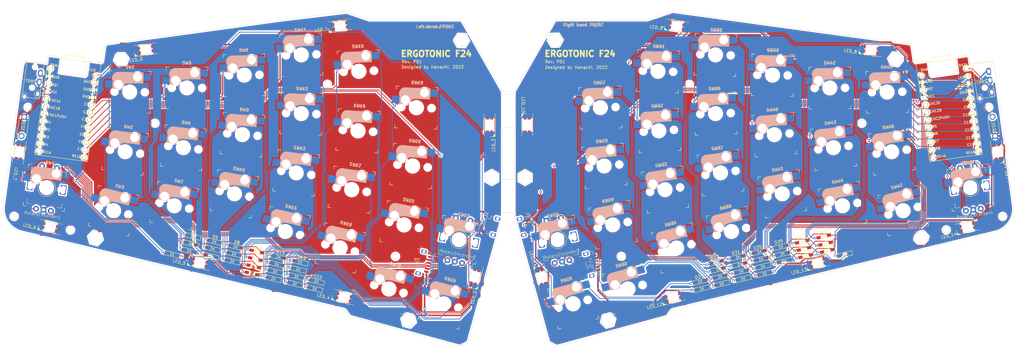
<source format=kicad_pcb>
(kicad_pcb (version 20211014) (generator pcbnew)
  (layers (0 "F.Cu" signal) (31 "B.Cu" signal) (34 "B.Paste" user) (35 "F.Paste" user) (36 "B.SilkS" user "B.Silkscreen") (37 "F.SilkS" user "F.Silkscreen") (38 "B.Mask" user) (39 "F.Mask" user) (44 "Edge.Cuts" user))
  (net 0 "")
  (net 1 "R1")
  (net 2 "Net-(D1-Pad2)")
  (net 3 "R2")
  (net 4 "Net-(D2-Pad2)")
  (net 5 "R3")
  (net 6 "Net-(D3-Pad2)")
  (net 7 "R4")
  (net 8 "D4")
  (net 9 "Net-(D5-Pad2)")
  (net 10 "Net-(D6-Pad2)")
  (net 11 "Net-(D7-Pad2)")
  (net 12 "Net-(D8-Pad2)")
  (net 13 "Net-(D9-Pad2)")
  (net 14 "Net-(D10-Pad2)")
  (net 15 "Net-(D11-Pad2)")
  (net 16 "Net-(D12-Pad2)")
  (net 17 "Net-(D13-Pad2)")
  (net 18 "Net-(D14-Pad2)")
  (net 19 "Net-(D15-Pad2)")
  (net 20 "Net-(D16-Pad2)")
  (net 21 "Net-(D17-Pad2)")
  (net 22 "Net-(D18-Pad2)")
  (net 23 "Net-(D19-Pad2)")
  (net 24 "Net-(D20-Pad2)")
  (net 25 "Net-(D21-Pad2)")
  (net 26 "Net-(D22-Pad2)")
  (net 27 "Net-(D23-Pad2)")
  (net 28 "Net-(D24-Pad2)")
  (net 29 "R7")
  (net 30 "Net-(D25-Pad2)")
  (net 31 "R8")
  (net 32 "Net-(D26-Pad2)")
  (net 33 "R5")
  (net 34 "Net-(D27-Pad2)")
  (net 35 "R6")
  (net 36 "Net-(D28-Pad2)")
  (net 37 "Net-(D29-Pad2)")
  (net 38 "Net-(D30-Pad2)")
  (net 39 "Net-(D31-Pad2)")
  (net 40 "Net-(D32-Pad2)")
  (net 41 "Net-(D33-Pad2)")
  (net 42 "Net-(D34-Pad2)")
  (net 43 "Net-(D35-Pad2)")
  (net 44 "Net-(D36-Pad2)")
  (net 45 "Net-(D37-Pad2)")
  (net 46 "Net-(D38-Pad2)")
  (net 47 "Net-(D39-Pad2)")
  (net 48 "Net-(D40-Pad2)")
  (net 49 "Net-(D41-Pad2)")
  (net 50 "Net-(D42-Pad2)")
  (net 51 "Net-(D43-Pad2)")
  (net 52 "Net-(D44-Pad2)")
  (net 53 "Net-(D45-Pad2)")
  (net 54 "Net-(D46-Pad2)")
  (net 55 "Net-(D47-Pad2)")
  (net 56 "D48")
  (net 58 "VCC")
  (net 59 "GND")
  (net 60 "DATA")
  (net 61 "VCC2")
  (net 62 "GND2")
  (net 63 "DATA2")
  (net 64 "ENC_A")
  (net 65 "ENC_B")
  (net 66 "ENC_PUSH")
  (net 68 "ENC2_A")
  (net 69 "ENC2_B")
  (net 70 "ENC2_PUSH")
  (net 71 "Net-(LED_0-Pad2)")
  (net 72 "LED")
  (net 73 "Net-(LED_1-Pad2)")
  (net 74 "Net-(LED_2-Pad2)")
  (net 75 "Net-(LED_3-Pad2)")
  (net 76 "Net-(LED_4-Pad2)")
  (net 77 "Net-(LED_5-Pad2)")
  (net 78 "Net-(LED_6-Pad2)")
  (net 80 "Net-(LED_8-Pad2)")
  (net 81 "LED2")
  (net 82 "Net-(LED_10-Pad4)")
  (net 83 "Net-(LED_10-Pad2)")
  (net 84 "Net-(LED_11-Pad2)")
  (net 85 "Net-(LED_12-Pad2)")
  (net 86 "Net-(LED_13-Pad2)")
  (net 87 "Net-(LED_14-Pad2)")
  (net 89 "RE1A")
  (net 90 "RE1B")
  (net 91 "C1")
  (net 92 "RE4A")
  (net 93 "RE4B")
  (net 94 "C7")
  (net 95 "C2")
  (net 96 "C3")
  (net 97 "C4")
  (net 98 "C5")
  (net 99 "C6")
  (net 100 "C8")
  (net 101 "C9")
  (net 102 "C10")
  (net 103 "C11")
  (net 104 "C12")
  (net 105 "C13")
  (net 106 "C14")
  (net 107 "RESET")
  (net 108 "RESET2")
  (footprint "kbd:D3_SMD_v2" (layer "F.Cu") (at -85.904 89.248 166.5)
    (fp_text reference "D14" hide)
    (fp_text value "1N4148W" hide)
  )
  (footprint "e3w2q:ProMicro" (layer "F.Cu") (at -147.862 35.877 -8)
    (fp_text reference "U1" hide)
    (fp_text value "ProMicro_r" hide)
  )
  (footprint "kbd:CherryMX_Hotswap" (layer "F.Cu") (at 21.651 99.366 15.11)
    (fp_text reference "SW26" hide)
    (fp_text value "SW_PUSH" hide)
  )
  (footprint "e3w2q:ProMicro" (layer "F.Cu") (at 147.862 35.877 8)
    (fp_text reference "U2" hide)
    (fp_text value "ProMicro_r" hide)
  )
  (footprint "kbd:D3_SMD_v2" (layer "F.Cu") (at 70.302 87.834 -166.5)
    (fp_text reference "D28" hide)
    (fp_text value "1N4148W" hide)
  )
  (footprint "kbd:D3_SMD_v2" (layer "F.Cu") (at 78.648 90.973 -166.5)
    (fp_text reference "D34" hide)
    (fp_text value "1N4148W" hide)
  )
  (footprint "kbd:YS-SK6812MINI-E" (layer "F.Cu") (at -163.822 48.405 -98)
    (fp_text reference "LED_7")
    (fp_text value "YS-SK6812MINI-E")
    (fp_line (start -1.8 -1.55) (end -1.8 1.55) (layer "Edge.Cuts") (width 0.12))
    (fp_line (start 1.8 -1.55) (end -1.8 -1.55) (layer "Edge.Cuts") (width 0.12))
    (fp_line (start 1.8 1.55) (end 1.8 -1.55) (layer "Edge.Cuts") (width 0.12))
    (fp_line (start -1.8 1.55) (end 1.8 1.55) (layer "Edge.Cuts") (width 0.12))
  )
  (footprint "kbd:D3_SMD_v2" (layer "F.Cu") (at 98.432 78.51 -166.5)
    (fp_text reference "D42" hide)
    (fp_text value "1N4148W" hide)
  )
  (footprint "kbd:CherryMX_Hotswap" (layer "F.Cu") (at 52.482 61.083 8.51)
    (fp_text reference "SW33" hide)
    (fp_text value "SW_PUSH" hide)
  )
  (footprint "kbd:YS-SK6812MINI-E" (layer "F.Cu") (at 11.189 90.443 -74.88)
    (fp_text reference "LED_11")
    (fp_text value "YS-SK6812MINI-E")
    (fp_line (start -1.8 -1.55) (end -1.8 1.55) (layer "Edge.Cuts") (width 0.12))
    (fp_line (start -1.8 1.55) (end 1.8 1.55) (layer "Edge.Cuts") (width 0.12))
    (fp_line (start 1.8 1.55) (end 1.8 -1.55) (layer "Edge.Cuts") (width 0.12))
    (fp_line (start 1.8 -1.55) (end -1.8 -1.55) (layer "Edge.Cuts") (width 0.12))
  )
  (footprint "kbd:CherryMX_Hotswap" (layer "F.Cu") (at 69.388 35.574 2.02)
    (fp_text reference "SW36" hide)
    (fp_text value "SW_PUSH" hide)
  )
  (footprint "kbd:YS-SK6812MINI-E" (layer "F.Cu") (at 121.466 14.19 -8)
    (fp_text reference "LED_8")
    (fp_text value "YS-SK6812MINI-E")
    (fp_line (start 1.8 -1.55) (end -1.8 -1.55) (layer "Edge.Cuts") (width 0.12))
    (fp_line (start -1.8 -1.55) (end -1.8 1.55) (layer "Edge.Cuts") (width 0.12))
    (fp_line (start 1.8 1.55) (end 1.8 -1.55) (layer "Edge.Cuts") (width 0.12))
    (fp_line (start -1.8 1.55) (end 1.8 1.55) (layer "Edge.Cuts") (width 0.12))
  )
  (footprint "kbd:CherryMX_Hotswap" (layer "F.Cu") (at 132.235 68.138 14.39)
    (fp_text reference "SW47" hide)
    (fp_text value "SW_PUSH" hide)
  )
  (footprint "kbd:D3_SMD_v2" (layer "F.Cu") (at -64.915 94.299 166.5)
    (fp_text reference "D24" hide)
    (fp_text value "1N4148W" hide)
  )
  (footprint "kbd:MJ-4PP-9_1side" (layer "F.Cu") (at -158.363 18.464 -8)
    (fp_text reference "J1")
    (fp_text value "MJ-4PP-9" hide)
  )
  (footprint "kbd:D3_SMD_v2" (layer "F.Cu") (at -98.509 78.508 166.5)
    (fp_text reference "D5" hide)
    (fp_text value "1N4148W" hide)
  )
  (footprint "kbd:D3_SMD_v2" (layer "F.Cu") (at -112.659 82.776 166.5)
    (fp_text reference "D4" hide)
    (fp_text value "1N4148W" hide)
  )
  (footprint "kbd:CherryMX_Hotswap" (layer "F.Cu") (at 74.723 75.12 13.47)
    (fp_text reference "SW38" hide)
    (fp_text value "SW_PUSH" hide)
  )
  (footprint "e3w2q:JST_SH_BM03B-SRSS-TB_1x06-1MP_P1.00mm_Vertical" (layer "F.Cu") (at 28.102 85.946 105.12)
    (fp_text reference "J6")
    (fp_text value "Conn_01x06")
  )
  (footprint "kbd:CherryMX_Hotswap" (layer "F.Cu") (at -50.387 41.351 -3.62)
    (fp_text reference "SW16" hide)
    (fp_text value "SW_PUSH" hide)
  )
  (footprint "kbd:CherryMX_Hotswap" (layer "F.Cu") (at -107.68 26.959 -0.29)
    (fp_text reference "SW5" hide)
    (fp_text value "SW_PUSH" hide)
  )
  (footprint "kbd:D3_SMD_v2" (layer "F.Cu") (at 106.835 81.634 -166.5)
    (fp_text reference "D47" hide)
    (fp_text value "1N4148W" hide)
  )
  (footprint "kbd:CherryMX_Hotswap" (layer "F.Cu") (at 71.065 55.46 7.62)
    (fp_text reference "SW37" hide)
    (fp_text value "SW_PUSH" hide)
  )
  (footprint "kbd:CherryMX_Hotswap" (layer "F.Cu") (at -89.099 42.625 -4.58)
    (fp_text reference "SW9" hide)
    (fp_text value "SW_PUSH" hide)
  )
  (footprint "kbd:CherryMX_Hotswap" (layer "F.Cu") (at 111.928 66.492999 10.85)
    (fp_text reference "SW44" hide)
    (fp_text value "SW_PUSH" hide)
  )
  (footprint "kbd:D3_SMD_v2" (layer "F.Cu") (at 78.064 88.542 -166.5)
    (fp_text reference "D33" hide)
    (fp_text value "1N4148W" hide)
  )
  (footprint "e3w2q:mousebite" (layer "F.Cu") (at -2 58.017 -90)
    (fp_text reference "mousebite3" hide)
    (fp_text value "mousebite" hide)
  )
  (footprint "kbd:D3_SMD_v2" (layer "F.Cu") (at 69.719 85.403 -166.5)
    (fp_text reference "D27" hide)
    (fp_text value "1N4148W" hide)
  )
  (footprint "e3w2q:RotaryEncoder_Alps_EC11E-Switch_Vertical_H20mm_rev2" (layer "F.Cu") (at 16.523 77.875 101.13)
    (fp_text reference "RE3")
    (fp_text value "RotaryEncoder_Switch")
  )
  (footprint "kbd:D3_SMD_v2" (layer "F.Cu") (at 64.837999 94.3 -166.5)
    (fp_text reference "D26" hide)
    (fp_text value "1N4148W" hide)
  )
  (footprint "kbd:D3_SMD_v2" (layer "F.Cu") (at -92.498 85.094 166.5)
    (fp_text reference "D10" hide)
    (fp_text value "1N4148W" hide)
  )
  (footprint "kbd:CherryMX_Hotswap" (layer "F.Cu") (at 40.041 94.399 15.12)
    (fp_text reference "SW30" hide)
    (fp_text value "SW_PUSH" hide)
  )
  (footprint "kbd:D3_SMD_v2" (layer "F.Cu") (at -64.331999 91.868 166.5)
    (fp_text reference "D23" hide)
    (fp_text value "1N4148W" hide)
  )
  (footprint "kbd:D3_SMD_v2" (layer "F.Cu") (at -78.726 90.971 166.5)
    (fp_text reference "D18" hide)
    (fp_text value "1N4148W" hide)
  )
  (footprint "kbd:D3_SMD_v2" (layer "F.Cu") (at -85.32 86.817 166.5)
    (fp_text reference "D13" hide)
    (fp_text value "1N4148W" hide)
  )
  (footprint "kbd:YS-SK6812MINI-E" (layer "F.Cu") (at -56.373 6.108 8)
    (fp_text reference "LED_1")
    (fp_text value "YS-SK6812MINI-E")
    (fp_line (start 1.8 1.55) (end 1.8 -1.55) (layer "Edge.Cuts") (width 0.12))
    (fp_line (start -1.8 -1.55) (end -1.8 1.55) (layer "Edge.Cuts") (width 0.12))
    (fp_line (start -1.8 1.55) (end 1.8 1.55) (layer "Edge.Cuts") (width 0.12))
    (fp_line (start 1.8 -1.55) (end -1.8 -1.55) (layer "Edge.Cuts") (width 0.12))
  )
  (footprint "kbd:D3_SMD_v2" (layer "F.Cu") (at 91.253 80.233 -166.5)
    (fp_text reference "D39" hide)
    (fp_text value "1N4148W" hide)
  )
  (footprint "kbd:ResetSW_1side" (layer "F.Cu") (at 162.629 39.867 98)
    (fp_text reference "SW_RESET2" hide)
    (fp_text value "SW_PUSH")
  )
  (footprint "kbd:D3_SMD_v2" (layer "F.Cu") (at -105.744 76.772 166.5)
    (fp_text reference "D1" hide)
    (fp_text value "1N4148W" hide)
  )
  (footprint "kbd:D3_SMD_v2" (layer "F.Cu") (at 99.015 80.941 -166.5)
    (fp_text reference "D43" hide)
    (fp_text value "1N4148W" hide)
  )
  (footprint "kbd:D3_SMD_v2" (layer "F.Cu") (at 77.481 86.111 -166.5)
    (fp_text reference "D32" hide)
    (fp_text value "1N4148W" hide)
  )
  (footprint "kbd:YS-SK6812MINI-E" (layer "F.Cu") (at -11.189 90.339 74.88)
    (fp_text reference "LED_3")
    (fp_text value "YS-SK6812MINI-E")
    (fp_line (start -1.8 -1.55) (end -1.8 1.55) (layer "Edge.Cuts") (width 0.12))
    (fp_line (start 1.8 -1.55) (end -1.8 -1.55) (layer "Edge.Cuts") (width 0.12))
    (fp_line (start -1.8 1.55) (end 1.8 1.55) (layer "Edge.Cuts") (width 0.12))
    (fp_line (start 1.8 1.55) (end 1.8 -1.55) (layer "Edge.Cuts") (width 0.12))
  )
  (footprint "kbd:CherryMX_Hotswap" (layer "F.Cu") (at 126.864 28.321 1.12)
    (fp_text reference "SW45" hide)
    (fp_text value "SW_PUSH" hide)
  )
  (footprint "e3w2q:mousebite" (layer "F.Cu") (at -2 29.482 -90)
    (fp_text reference "mousebite1" hide)
    (fp_text value "mousebite" hide)
  )
  (footprint "kbd:CherryMX_Hotswap" (layer "F.Cu") (at -71.065 55.46 -7.62)
    (fp_text reference "SW13" hide)
    (fp_text value "SW_PUSH" hide)
  )
  (footprint "kbd:CherryMX_Hotswap" (layer "F.Cu") (at -74.723 75.12 -13.47)
    (fp_text reference "SW14" hide)
    (fp_text value "SW_PUSH" hide)
  )
  (footprint "kbd:YS-SK6812MINI-E" (layer "F.Cu") (at 56.373 6.23 -8)
    (fp_text reference "LED_9")
    (fp_text value "YS-SK6812MINI-E")
    (fp_line (start 1.8 -1.55) (end -1.8 -1.55) (layer "Edge.Cuts") (width 0.12))
    (fp_line (start 1.8 1.55) (end 1.8 -1.55) (layer "Edge.Cuts") (width 0.12))
    (fp_line (start -1.8 -1.55) (end -1.8 1.55) (layer "Edge.Cuts") (width 0.12))
    (fp_line (start -1.8 1.55) (end 1.8 1.55) (layer "Edge.Cuts") (width 0.12))
  )
  (footprint "kbd:D3_SMD_v2" (layer "F.Cu") (at 85.242 86.818 -166.5)
    (fp_text reference "D37" hide)
    (fp_text value "1N4148W" hide)
  )
  (footprint "kbd:YS-SK6812MINI-E" (layer "F.Cu") (at -103.38 85.575 -13.5)
    (fp_text reference "LED_5")
    (fp_text value "YS-SK6812MINI-E")
    (fp_line (start -1.8 -1.55) (end -1.8 1.55) (layer "Edge.Cuts") (width 0.12))
    (fp_line (start -1.8 1.55) (end 1.8 1.55) (layer "Edge.Cuts") (width 0.12))
    (fp_line (start 1.8 -1.55) (end -1.8 -1.55) (layer "Edge.Cuts") (width 0.12))
    (fp_line (start 1.8 1.55) (end 1.8 -1.55) (layer "Edge.Cuts") (width 0.12))
  )
  (footprint "kbd:D3_SMD_v2" (layer "F.Cu") (at 84.659 84.387 -166.5)
    (fp_text reference "D36" hide)
    (fp_text value "1N4148W" hide)
  )
  (footprint "kbd:CherryMX_Hotswap" (layer "F.Cu") (at -30.814 33.577 -2.02)
    (fp_text reference "SW19" hide)
    (fp_text value "SW_PUSH" hide)
  )
  (footprint "kbd:D3_SMD_v2" (layer "F.Cu") (at -70.38 87.833 166.5)
    (fp_text reference "D20" hide)
    (fp_text value "1N4148W" hide)
  )
  (footprint "kbd:CherryMX_Hotswap" (layer "F.Cu") (at 89.099 42.625 4.58)
    (fp_text reference "SW40" hide)
    (fp_text value "SW_PUSH" hide)
  )
  (footprint "kbd:D3_SMD_v2" (layer "F.Cu") (at -91.331 80.232 166.5)
    (fp_text reference "D8" hide)
    (fp_text value "1N4148W" hide)
  )
  (footprint "kbd:MJ-4PP-9_1side" (layer "F.Cu") (at 158.363 18.464 8)
    (fp_text reference "J4")
    (fp_text value "MJ-4PP-9" hide)
  )
  (footprint "kbd:CherryMX_Hotswap" (layer "F.Cu") (at 107.68 26.959 0.29)
    (fp_text reference "SW42" hide)
    (fp_text value "SW_PUSH" hide)
  )
  (footprint "kbd:D3_SMD_v2" (layer "F.Cu") (at -78.142 88.54 166.5)
    (fp_text reference "D17" hide)
    (fp_text value "1N4148W" hide)
  )
  (footprint "kbd:D3_SMD_v2" (layer "F.Cu") (at 105.668 76.772 -166.5)
    (fp_text reference "D45" hide)
    (fp_text value "1N4148W" hide)
  )
  (footprint "kbd:CherryMX_Hotswap" (layer "F.Cu") (at 56.373 80.64 14)
    (fp_text reference "SW34" hide)
    (fp_text value "SW_PUSH" hide)
  )
  (footprint "kbd:YS-SK6812MINI-E" (layer "F.Cu") (at -6.322 39.397 90)
    (fp_text reference "LED_2")
    (fp_text value "YS-SK6812MINI-E")
    (fp_line (start 1.8 -1.55) (end -1.8 -1.55) (layer "Edge.Cuts") (width 0.12))
    (fp_line (start 1.8 1.55) (end 1.8 -1.55) (layer "Edge.Cuts") (width 0.12))
    (fp_line (start -1.8 1.55) (end 1.8 1.55) (layer "Edge.Cuts") (width 0.12))
    (fp_line (start -1.8 -1.55) (end -1.8 1.55) (layer "Edge.Cuts") (width 0.12))
  )
  (footprint "kbd:YS-SK6812MINI-E" (layer "F.Cu") (at 153.765 73.625 13.5)
    (fp_text reference "LED_14")
    (fp_text value "YS-SK6812MINI-E")
    (fp_line (start 1.8 1.55) (end 1.8 -1.55) (layer "Edge.Cuts") (width 0.12))
    (fp_line (start -1.8 -1.55) (end -1.8 1.55) (layer "Edge.Cuts") (width 0.12))
    (fp_line (start 1.8 -1.55) (end -1.8 -1.55) (layer "Edge.Cuts") (width 0.12))
    (fp_line (start -1.8 1.55) (end 1.8 1.55) (layer "Edge.Cuts") (width 0.12))
  )
  (footprint "kbd:CherryMX_Hotswap" (layer "F.Cu") (at -88.483 22.671 1.06)
    (fp_text reference "SW8" hide)
    (fp_text value "SW_PUSH" hide)
  )
  (footprint "kbd:D3_SMD_v2" (layer "F.Cu") (at 99.599 83.372 -166.5)
    (fp_text reference "D44" hide)
    (fp_text value "1N4148W" hide)
  )
  (footprint "kbd:CherryMX_Hotswap" (layer "F.Cu") (at 32.088 53.145 5.43)
    (fp_text reference "SW28" hide)
    (fp_text value "SW_PUSH" hide)
  )
  (footprint "kbd:D3_SMD_v2" (layer "F.Cu") (at -106.328 79.203 166.5)
    (fp_text reference "D2" hide)
    (fp_text value "1N4148W" hide)
  )
  (footprint "kbd:D3_SMD_v2" (layer "F.Cu") (at 91.837 82.664 -166.5)
    (fp_text reference "D40" hide)
    (fp_text value "1N4148W" hide)
  )
  (footprint "kbd:D3_SMD_v2" (layer "F.Cu") (at -71.547 92.695 166.5)
    (fp_text reference "D22" hide)
    (fp_text value "1N4148W" hide)
  )
  (footprint "kbd:CherryMX_Hotswap" (layer "F.Cu") (at -128.387 48.354 -7.57)
    (fp_text reference "SW2" hide)
    (fp_text value "SW_PUSH" hide)
  )
  (footprint "kbd:D3_SMD_v2" (layer "F.Cu") (at 84.075 81.956 -166.5)
    (fp_text reference "D35" hide)
    (fp_text value "1N4148W" hide)
  )
  (footprint "kbd:D3_SMD_v2" (layer "F.Cu") (at -77.558 86.109 166.5)
    (fp_text reference "D16" hide)
    (fp_text value "1N4148W" hide)
  )
  (footprint "kbd:CherryMX_Hotswap" (layer "F.Cu") (at -111.929 66.492999 -10.85)
    (fp_text reference "SW7" hide)
    (fp_text value "SW_PUSH" hide)
  )
  (footprint "kbd:CherryMX_Hotswap" (layer "F.Cu") (at 50.387 41.351 3.62)
    (fp_text reference "SW32" hide)
    (fp_text value "SW_PUSH" hide)
  )
  (footprint "kbd:CherryMX_Hotswap" (layer "F.Cu") (at -132.235 68.138 -14.39)
    (fp_text reference "SW3" hide)
    (fp_text value "SW_PUSH" hide)
  )
  (footprint "kbd:D3_SMD_v2" (layer "F.Cu") (at -70.964 90.264 166.5)
    (fp_text reference "D21" hide)
    (fp_text value "1N4148W" hide)
  )
  (footprint "e3w2q:RotaryEncoder_Alps_EC11E-Switch_Vertical_H20mm_rev2" (layer "F.Cu") (at -154.699 60.41 82)
    (fp_text reference "RE1")
    (fp_text value "RotaryEncoder_Switch")
  )
  (footprint "kbd:D3_SMD_v2" (layer "F.Cu") (at -106.911 81.634 166.5)
    (fp_text reference "D3" hide)
    (fp_text value "1N4148W" hide)
  )
  (footprint "kbd:D3_SMD_v2" (layer "F.Cu") (at -91.915 82.663 166.5)
    (fp_text reference "D9" hide)
    (fp_text value "1N4148W" hide)
  )
  (footprint "kbd:CherryMX_Hotswap" (layer "F.Cu") (at -126.864 28.321 -1.12)
    (fp_text reference "SW1" hide)
    (fp_text value "SW_PUSH" hide)
  )
  (footprint "kbd:D3_SMD_v2" (layer "F.Cu") (at -84.273 81.83 166.5)
    (fp_text reference "D11" hide)
    (fp_text value "1N4148W" hide)
  )
  (footprint "kbd:CherryMX_Hotswap" (layer "F.Cu") (at 91.759 62.481 10.66)
    (fp_text reference "SW41" hide)
    (fp_text value "SW_PUSH" hide)
  )
  (footprint "kbd:D3_SMD_v2" (layer "F.Cu") (at 112.536 82.885 -166.5)
    (fp_text reference "D48" hide)
    (fp_text value "1N4148W" hide)
  )
  (footprint "kbd:D3_SMD_v2" (layer "F.Cu") (at -84.737 84.386 166.5)
    (fp_text reference "D12" hide)
    (fp_text value "1N4148W" hide)
  )
  (footprint "kbd:CherryMX_Hotswap" (layer "F.Cu") (at 34.956 72.904 11.08)
    (fp_text reference "SW29" hide)
    (fp_text value "SW_PUSH" hide)
  )
  (footprint "kbd:YS-SK6812MINI-E" (layer "F.Cu") (at 6.322 39.397 -90)
    (fp_text reference "LED_10")
    (fp_text value "YS-SK6812MINI-E")
    (fp_line (start -1.8 -1.55) (end -1.8 1.55) (layer "Edge.Cuts") (width 0.12))
    (fp_line (start 1.8 -1.55) (end -1.8 -1.55) (layer "Edge.Cuts") (width 0.12))
    (fp_line (start -1.8 1.55) (end 1.8 1.55) (layer "Edge.Cuts") (width 0.12))
    (fp_line (start 1.8 1.55) (end 1.8 -1.55) (layer "Edge.Cuts") (width 0.12))
  )
  (footprint "kbd:D3_SMD_v2" (layer "F.Cu") (at -69.797 85.402 166.5)
    (fp_text reference "D19" hide)
    (fp_text value "1N4148W" hide)
  )
  (footprint "kbd:CherryMX_Hotswap" (layer "F.Cu") (at -108.881 46.979 -6.55)
    (fp_text reference "SW6" hide)
    (fp_text value "SW_PUSH" hide)
  )
  (footprint "kbd:CherryMX_Hotswap" (layer "F.Cu") (at -154.699 60.41 -8)
    (fp_text reference "SW4" hide)
    (fp_text value "SW_PUSH" hide)
  )
  (footprint "e3w2q:JST_SH_BM03B-SRSS-TB_1x06-1MP_P1.00mm_Vertical" (layer "F.Cu") (at -28.102 85.823 74.88)
    (fp_text reference "J3")
    (fp_text value "Conn_01x06")
  )
  (footprint "kbd:D3_SMD_v2" (layer "F.Cu") (at 76.897 83.68 -166.5)
    (fp_text reference "D31" hide)
    (fp_text value "1N4148W" hide)
  )
  (footprint "kbd:CherryMX_Hotswap" (layer "F.Cu") (at -32.088 53.145 -5.43)
    (fp_text reference "SW20" hide)
    (fp_text value "SW_PUSH" hide)
  )
  (footprint "kbd:CherryMX_Hotswap" (layer "F.Cu") (at -50.117 21.376 2.05)
    (fp_text reference "SW15" hide)
    (fp_text value "SW_PUSH" hide)
  )
  (footprint "kbd:CherryMX_Hotswap" (layer "F.Cu") (at -91.759 62.481 -10.66)
    (fp_text reference "SW10" hide)
    (fp_text value "SW_PUSH" hide)
  )
  (footprint "kbd:D3_SMD_v2" (layer "F.Cu") (at -76.975 83.678 166.5)
    (fp_text reference "D15" hide)
    (fp_text value "1N4148W" hide)
  )
  (footprint "kbd:CherryMX_Hotswap" (layer "F.Cu") (at -69.388 35.574 -2.02)
    (fp_text reference "SW12" hide)
    (fp_text value "SW_PUSH" hide)
  )
  (footprint "kbd:D3_SMD_v2" (layer "F.Cu") (at -99.093 80.939 166.5)
    (fp_text reference "D6" hide)
    (fp_text value "1N4148W" hide)
  )
  (footprint "kbd:CherryMX_Hotswap" (layer "F.Cu") (at 50.117 21.376 -2.05)
    (fp_text reference "SW31" hide)
    (fp_text value "SW_PUSH" hide)
  )
  (footprint "kbd:CherryMX_Hotswap" (layer "F.Cu") (at -16.523 77.875 -11.13)
    (fp_text reference "SW23" hide)
    (fp_text value "SW_PUSH" hide)
  )
  (footprint "kbd:D3_SMD_v2" (layer "F.Cu") (at 85.826 89.249 -166.5)
    (fp_text reference "D38" hide)
    (fp_text value "1N4148W" hide)
  )
  (footprint "kbd:CherryMX_Hotswap" (layer "F.Cu") (at -56.373 80.64 -14)
    (fp_text reference "SW18" hide)
    (fp_text value "SW_PUSH" hide)
  )
  (footprint "kbd:CherryMX_Hotswap" (layer "F.Cu") (at -21.651 99.366 -15.11)
    (fp_text reference "SW24" hide)
    (fp_text value "SW_PUSH" hide)
  )
  (footprint "kbd:YS-SK6812MINI-E" (layer "F.Cu") (at 103.595 85.575 13.5)
    (fp_text reference "LED_13")
    (fp_text value "YS-SK6812MINI-E")
    (fp_line (start 1.8 -1.55) (end -1.8 -1.55) (layer "Edge.Cuts") (width 0.12))
    (fp_line (start -1.8 1.55) (end 1.8 1.55) (layer "Edge.Cuts") (width 0.12))
    (fp_line (start -1.8 -1.55) (end -1.8 1.55) (layer "Edge.Cuts") (width 0.12))
    (fp_line (start 1.8 1.55) (end 1.8 -1.55) (layer "Edge.Cuts") (width 0.12))
  )
  (footprint "kbd:CherryMX_Hotswap" (layer "F.Cu") (at 108.881 46.979 6.55)
    (fp_text reference "SW43" hide)
    (fp_text value "SW_PUSH" hide)
  )
  (footprint "e3w2q:mousebite" (layer "F.Cu") (at 1.4 58.017 -90)
    (fp_text reference "mousebite4" hide)
    (fp_text value "mousebite" hide)
  )
  (footprint "kbd:CherryMX_Hotswap" (layer "F.Cu") (at 154.699 60.41 8)
    (fp_text reference "SW48" hide)
    (fp_text value "SW_PUSH" hide)
  )
  (footprint "kbd:YS-SK6812MINI-E" (layer "F.Cu") (at -153.494 73.625 -13.5)
    (fp_text reference "LED_6")
    (fp_text value "YS-SK6812MINI-E")
    (fp_line (start 1.8 -1.55) (end -1.8 -1.55) (layer "Edge.Cuts") (width 0.12))
    (fp_line (start -1.8 -1.55) (end -1.8 1.55) (layer "Edge.Cuts") (width 0.12))
    (fp_line (start -1.8 1.55) (end 1.8 1.55) (layer "Edge.Cuts") (width 0.12))
    (fp_line (start 1.8 1.55) (end 1.8 -1.55) (layer "Edge.Cuts") (width 0.12))
  )
  (footprint "kbd:CherryMX_Hotswap" (layer "F.Cu") (at -69.381 15.87 1.98)
    (fp_text reference "SW11" hide)
    (fp_text value "SW_PUSH" hide)
  )
  (footprint "kbd:YS-SK6812MINI-E" (layer "F.Cu") (at -55.075 97.177 -13.5)
    (fp_text reference "LED_4")
    (fp_text value "YS-SK6812MINI-E")
    (fp_line (start -1.8 -1.55) (end -1.8 1.55) (layer "Edge.Cuts") (width 0.12))
    (fp_line (start 1.8 1.55) (end 1.8 -1.55) (layer "Edge.Cuts") (width 0.12))
    (fp_line (start -1.8 1.55) (end 1.8 1.55) (layer "Edge.Cuts") (width 0.12))
    (fp_line (start 1.8 -1.55) (end -1.8 -1.55) (layer "Edge.Cuts") (width 0.12))
  )
  (footprint "kbd:CherryMX_Hotswap" (layer "F.Cu") (at 69.381 15.87 -1.98)
    (fp_text reference "SW35" hide)
    (fp_text value "SW_PUSH" hide)
  )
  (footprint "kbd:CherryMX_Hotswap" (layer "F.Cu") (at 128.387 48.354 7.57)
    (fp_text reference "SW46" hide)
    (fp_text value "SW_PUSH" hide)
  )
  (footprint "e3w2q:RotaryEncoder_Alps_EC11E-Switch_Vertical_H20mm_rev2" (layer "F.Cu") (at 154.699 60.41 98)
    (fp_text reference "RE4")
    (fp_text value "RotaryEncoder_Switch")
  )
  (footprint "e3w2q:mousebite" (layer "F.Cu") (at 1.4 29.482 -90)
    (fp_text reference "mousebite2" hide)
    (fp_text value "mousebite" hide)
  )
  (footprint "kbd:D3_SMD_v2" (layer "F.Cu") (at -99.677 83.37 166.5)
    (fp_text reference "D7" hide)
    (fp_text value "1N4148W" hide)
  )
  (footprint "kbd:YS-SK6812MINI-E" (layer "F.Cu") (at -121.466 14.07 8)
    (fp_text reference "LED_0")
    (fp_text value "YS-SK6812MINI-E")
    (fp_line (start 1.8 -1.55) (end -1.8 -1.55) (layer "Edge.Cuts") (width 0.12))
    (fp_line (start -1.8 1.55) (end 1.8 1.55) (layer "Edge.Cuts") (width 0.12))
    (fp_line (start 1.8 1.55) (end 1.8 -1.55) (layer "Edge.Cuts") (width 0.12))
    (fp_line (start -1.8 -1.55) (end -1.8 1.55) (layer "Edge.Cuts") (width 0.12))
  )
  (footprint "kbd:CherryMX_Hotswap" (layer "F.Cu") (at -34.956 72.904 -11.08)
    (fp_text reference "SW21" hide)
    (fp_text value "SW_PUSH" hide)
  )
  (footprint "kbd:ResetSW_1side" (layer "F.Cu") (at -162.629 39.867 -98)
    (fp_text reference "SW_RESET1" hide)
    (fp_text value "SW_PUSH")
  )
  (footprint "kbd:D3_SMD_v2" (layer "F.Cu") (at 64.254 91.869 -166.5)
    (fp_text reference "D25" hide)
    (fp_text value "1N4148W" hide)
  )
  (footprint "e3w2q:RotaryEncoder_Alps_EC11E-Switch_Vertical_H20mm_rev2" (layer "F.Cu") (at -16.523 77.875 78.87)
    (fp_text reference "RE2")
    (fp_text value "RotaryEncoder_Switch")
  )
  (footprint "kbd:CherryMX_Hotswap" (layer "F.Cu") (at 30.814 33.577 2.02)
    (fp_text reference "SW27" hide)
    (fp_text value "SW_PUSH" hide)
  )
  (footprint "kbd:CherryMX_Hotswap" (layer "F.Cu") (at -40.041 94.399 -15.12)
    (fp_text reference "SW22" hide)
    (fp_text value "SW_PUSH" hide)
  )
  (footprint "kbd:D3_SMD_v2" (layer "F.Cu") (at 106.251 79.203 -166.5)
    (fp_text reference "D46" hide)
    (fp_text value "1N4148W" hide)
  )
  (footprint "kbd:CherryMX_Hotswap" (layer "F.Cu") (at 16.523 77.875 11.13)
    (fp_text reference "SW25" hide)
    (fp_text value "SW_PUSH" hide)
  )
  (footprint "e3w2q:JST_SH_BM03B-SRSS-TB_1x04-1MP_P1.00mm_Vertical" (layer "F.Cu") (at -5.495 73.203 -105.12)
    (fp_text reference "J2")
    (fp_text value "Conn_01x04")
  )
  (footprint "kbd:YS-SK6812MINI-E" (layer "F.Cu") (at 163.822 48.405 98)
    (fp_text reference "LED_15")
    (fp_text value "YS-SK6812MINI-E")
    (fp_line (start 1.8 1.55) (end 1.8 -1.55) (layer "Edge.Cuts") (width 0.12))
    (fp_line (start 1.8 -1.55) (end -1.8 -1.55) (layer "Edge.Cuts") (width 0.12))
    (fp_line (start -1.8 1.55) (end 1.8 1.55) (layer "Edge.Cuts") (width 0.12))
    (fp_line (start -1.8 -1.55) (end -1.8 1.55) (layer "Edge.Cuts") (width 0.12))
  )
  (footprint "kbd:CherryMX_Hotswap" (layer "F.Cu") (at -52.482 61.083 -8.51)
    (fp_text reference "SW17" hide)
    (fp_text value "SW_PUSH" hide)
  )
  (footprint "kbd:D3_SMD_v2" (layer "F.Cu") (at 92.421 85.095 -166.5)
    (fp_text reference "D41" hide)
    (fp_text value "1N4148W" hide)
  )
  (footprint "e3w2q:JST_SH_BM03B-SRSS-TB_1x04-1MP_P1.00mm_Vertical" (layer "F.Cu") (at 5.586 73.301 105.12)
    (fp_text reference "J5")
    (fp_text value "Conn_01x04")
  )
  (footprint "kbd:CherryMX_Hotswap" (layer "F.Cu") (at 88.483 22.671 -1.06)
    (fp_text reference "SW39" hide)
    (fp_text value "SW_PUSH" hide)
  )
  (footprint "kbd:YS-SK6812MINI-E" (layer "F.Cu") (at 55.244 97.177 13.5)
    (fp_text reference "LED_12")
    (fp_text value "YS-SK6812MINI-E")
    (fp_line (start -1.8 -1.55) (end -1.8 1.55) (layer "Edge.Cuts") (width 0.12))
    (fp_line (start 1.8 -1.55) (end -1.8 -1.55) (layer "Edge.Cuts") (width 0.12))
    (fp_line (start 1.8 1.55) (end 1.8 -1.55) (layer "Edge.Cuts") (width 0.12))
    (fp_line (start -1.8 1.55) (end 1.8 1.55) (layer "Edge.Cuts") (width 0.12))
  )
  (footprint "kbd:D3_SMD_v2" (layer "F.Cu") (at 71.47 92.696 -166.5)
    (fp_text reference "D30" hide)
    (fp_text value "1N4148W" hide)
  )
  (footprint "kbd:D3_SMD_v2" (layer "F.Cu") (at 70.886 90.265 -166.5)
    (fp_text reference "D29" hide)
    (fp_text value "1N4148W" hide)
  )
  (gr_line (start 127.280313 17.039345) (end 128.768575 15.124909) (layer "Edge.Cuts") (width 0.09))
  (gr_curve (pts (xy -134.320419 12.188726) (xy -134.763738 12.249425) (xy -135.112791 12.597228) (xy -135.175061 13.040311)) (layer "Edge.Cuts") (width 0.09))
  (gr_curve (pts (xy 162.728181 19.980628) (xy 162.619144 19.189892) (xy 162.357036 18.450962) (xy 161.974179 17.792217)) (layer "Edge.Cuts") (width 0.09))
  (gr_curve (pts (xy 134.320548 12.188726) (xy 134.320548 12.188726) (xy 55.285428 1.369124) (xy 55.285428 1.369124)) (layer "Edge.Cuts") (width 0.09))
  (gr_curve (pts (xy -141.322338 23.272094) (xy -141.322338 23.272094) (xy -150.548326 21.975467) (xy -150.548326 21.975467)) (layer "Edge.Cuts") (width 0.09))
  (gr_curve (pts (xy 15.408448 4.687397) (xy 15.408448 4.687397) (xy 2.131524 27.959878) (xy 2.131524 27.959878)) (layer "Edge.Cuts") (width 0.09))
  (gr_line (start -16.96898 13.098409) (end -14.545588 13.18303) (layer "Edge.Cuts") (width 0.09))
  (gr_curve (pts (xy -1.999986 68.716994) (xy -1.999986 68.716994) (xy 2.000093 68.716994) (xy 2.000093 68.716994)) (layer "Edge.Cuts") (width 0.09))
  (gr_curve (pts (xy 16.277043 4.182927) (xy 15.917934 4.182927) (xy 15.586409 4.375465) (xy 15.408448 4.687397)) (layer "Edge.Cuts") (width 0.09))
  (gr_line (start -131.170553 15.456564) (end -132.084372 17.702655) (layer "Edge.Cuts") (width 0.09))
  (gr_line (start 139.010753 74.965213) (end 140.686387 76.717994) (layer "Edge.Cuts") (width 0.09))
  (gr_line (start 128.194132 19.285436) (end 127.280313 17.039345) (layer "Edge.Cuts") (width 0.09))
  (gr_line (start 18.107392 10.857142) (end 16.96898 12.998171) (layer "Edge.Cuts") (width 0.09))
  (gr_curve (pts (xy 15.872502 113.435109) (xy 16.092063 113.544684) (xy 16.344244 113.569704) (xy 16.581072 113.50541)) (layer "Edge.Cuts") (width 0.09))
  (gr_curve (pts (xy -162.728073 19.980628) (xy -162.728073 19.980628) (xy -169.130094 66.411622) (xy -169.130094 66.411622)) (layer "Edge.Cuts") (width 0.09))
  (gr_line (start 3.486838 58.230857) (end 3.486844 55.805987) (layer "Edge.Cuts") (width 0.09))
  (gr_curve (pts (xy 2.000093 40.164926) (xy 2.000093 40.164926) (xy 2.000093 57.716998) (xy 2.000093 57.716998)) (layer "Edge.Cuts") (width 0.09))
  (gr_line (start -137.650377 79.620276) (end -135.974743 77.867495) (layer "Edge.Cuts") (width 0.09))
  (gr_curve (pts (xy 2.131524 27.959878) (xy 2.045396 28.110838) (xy 2.000093 28.281629) (xy 2.000093 28.455412)) (layer "Edge.Cuts") (width 0.09))
  (gr_curve (pts (xy -169.130094 66.411622) (xy -169.691925 70.486352) (xy -167.072253 74.323069) (xy -163.072626 75.283303)) (layer "Edge.Cuts") (width 0.09))
  (gr_curve (pts (xy -52.718143 103.693003) (xy -52.718143 103.693003) (xy -16.580965 113.50541) (xy -16.580965 113.50541)) (layer "Edge.Cuts") (width 0.09))
  (gr_line (start -16.822412 8.90097) (end -18.107392 10.957379) (layer "Edge.Cuts") (width 0.09))
  (gr_circle (center 60.625647 25.768284) (end 61.725647 25.768284) (layer "Edge.Cuts") (width 0.09) (fill none))
  (gr_line (start -7.686731 58.230867) (end -5.58673 59.443296) (layer "Edge.Cuts") (width 0.09))
  (gr_line (start -127.280209 17.039345) (end -128.768471 15.124909) (layer "Edge.Cuts") (width 0.09))
  (gr_curve (pts (xy 169.130202 66.411622) (xy 169.130202 66.411622) (xy 162.728181 19.980628) (xy 162.728181 19.980628)) (layer "Edge.Cuts") (width 0.09))
  (gr_curve (pts (xy 150.548433 21.975467) (xy 150.548433 21.975467) (xy 141.322446 23.272094) (xy 141.322446 23.272094)) (layer "Edge.Cuts") (width 0.09))
  (gr_line (start -3.486735 58.230857) (end -3.486741 55.805987) (layer "Edge.Cuts") (width 0.09))
  (gr_curve (pts (xy -1.999986 40.164926) (xy -1.999986 40.164926) (xy 2.000093 40.164926) (xy 2.000093 40.164926)) (layer "Edge.Cuts") (width 0.09))
  (gr_curve (pts (xy -149.803475 16.675554) (xy -149.803475 16.675554) (xy -154.210957 16.056126) (xy -154.210957 16.056126)) (layer "Edge.Cuts") (width 0.09))
  (gr_curve (pts (xy -140.577487 17.97218) (xy -140.577487 17.97218) (xy -141.322338 23.272094) (xy -141.322338 23.272094)) (layer "Edge.Cuts") (width 0.09))
  (gr_circle (center 160.93529 33.451413) (end 162.03529 33.451413) (layer "Edge.Cuts") (width 0.09) (fill none))
  (gr_curve (pts (xy -55.094204 101.206592) (xy -54.862758 101.262144) (xy -54.658701 101.398462) (xy -54.518744 101.591)) (layer "Edge.Cuts") (width 0.09))
  (gr_curve (pts (xy 140.577595 17.97218) (xy 140.577595 17.97218) (xy 135.959509 18.621215) (xy 135.959509 18.621215)) (layer "Edge.Cuts") (width 0.09))
  (gr_curve (pts (xy -16.276935 4.182927) (xy -16.276935 4.182927) (xy -46.474144 4.182927) (xy -46.474144 4.182927)) (layer "Edge.Cuts") (width 0.09))
  (gr_line (start 31.074132 105.604723) (end 31.69703 103.261224) (layer "Edge.Cuts") (width 0.09))
  (gr_curve (pts (xy 135.175168 13.040311) (xy 135.112898 12.597228) (xy 134.763846 12.249425) (xy 134.320548 12.188726)) (layer "Edge.Cuts") (width 0.09))
  (gr_line (start -7.686737 55.805997) (end -7.686731 58.230867) (layer "Edge.Cuts") (width 0.09))
  (gr_circle (center -60.625543 25.768284) (end -59.525543 25.768284) (layer "Edge.Cuts") (width 0.09) (fill none))
  (gr_line (start -35.755986 104.340117) (end -35.133087 106.683616) (layer "Edge.Cuts") (width 0.09))
  (gr_curve (pts (xy 2.000093 29.16493) (xy 2.000093 29.16493) (xy -1.999986 29.16493) (xy -1.999986 29.16493)) (layer "Edge.Cuts") (width 0.09))
  (gr_line (start 3.486844 55.805987) (end 5.586845 54.593558) (layer "Edge.Cuts") (width 0.09))
  (gr_curve (pts (xy 16.581072 113.50541) (xy 16.581072 113.50541) (xy 52.718272 103.693003) (xy 52.718272 103.693003)) (layer "Edge.Cuts") (width 0.09))
  (gr_line (start -140.686283 76.717994) (end -140.006147 79.045526) (layer "Edge.Cuts") (width 0.09))
  (gr_line (start -135.974743 77.867495) (end -136.65488 75.539963) (layer "Edge.Cuts") (width 0.09))
  (gr_line (start -128.194028 19.285436) (end -127.280209 17.039345) (layer "Edge.Cuts") (width 0.09))
  (gr_line (start -34.037906 102.628921) (end -35.755986 104.340117) (layer "Edge.Cuts") (width 0.09))
  (gr_curve (pts (xy 54.829405 1.412597) (xy 54.829405 1.412597) (xy 46.794646 4.130196) (xy 46.794646 4.130196)) (layer "Edge.Cuts") (width 0.09))
  (gr_line (start -14.545588 13.18303) (end -13.260608 11.126621) (layer "Edge.Cuts") (width 0.09))
  (gr_line (start -5.58673 59.443296) (end -3.486735 58.230857) (layer "Edge.Cuts") (width 0.09))
  (gr_curve (pts (xy 54.518851 101.591) (xy 54.658808 101.398462) (xy 54.862866 101.262144) (xy 55.094312 101.206592)) (layer "Edge.Cuts") (width 0.09))
  (gr_curve (pts (xy -2.035772 70.375183) (xy -2.012022 70.288819) (xy -1.999986 70.199656) (xy -1.999986 70.110083)) (layer "Edge.Cuts") (width 0.09))
  (gr_curve (pts (xy -13.438693 111.84931) (xy -13.438693 111.84931) (xy -2.035772 70.375183) (xy -2.035772 70.375183)) (layer "Edge.Cuts") (width 0.09))
  (gr_curve (pts (xy 154.211065 16.056126) (xy 154.211065 16.056126) (xy 149.803582 16.675554) (xy 149.803582 16.675554)) (layer "Edge.Cuts") (width 0.09))
  (gr_curve (pts (xy 163.072734 75.283303) (xy 167.07236 74.323069) (xy 169.692032 70.486352) (xy 169.130202 66.411622)) (layer "Edge.Cuts") (width 0.09))
  (gr_curve (pts (xy 55.094312 101.206592) (xy 55.094312 101.206592) (xy 163.072734 75.283303) (xy 163.072734 75.283303)) (layer "Edge.Cuts") (width 0.09))
  (gr_line (start -3.486741 55.805987) (end -5.586742 54.593558) (layer "Edge.Cuts") (width 0.09))
  (gr_line (start -13.260608 11.126621) (end -14.39902 8.985591) (layer "Edge.Cuts") (width 0.09))
  (gr_line (start -139.01065 74.965213) (end -140.686283 76.717994) (layer "Edge.Cuts") (width 0.09))
  (gr_circle (center 146.689817 74.603961) (end 147.789817 74.603961) (layer "Edge.Cuts") (width 0.09) (fill none))
  (gr_curve (pts (xy 2.000093 68.716994) (xy 2.000093 68.716994) (xy 2.000093 70.110083) (xy 2.000093 70.110083)) (layer "Edge.Cuts") (width 0.09))
  (gr_circle (center -160.935186 33.451413) (end -159.835186 33.451413) (layer "Edge.Cuts") (width 0.09) (fill none))
  (gr_curve (pts (xy -15.872395 113.435109) (xy -15.872395 113.435109) (xy -13.956405 112.478987) (xy -13.956405 112.478987)) (layer "Edge.Cuts") (width 0.09))
  (gr_curve (pts (xy -55.285321 1.369124) (xy -55.285321 1.369124) (xy -134.320419 12.188726) (xy -134.320419 12.188726)) (layer "Edge.Cuts") (width 0.09))
  (gr_line (start 14.39902 8.885354) (end 16.822412 8.800733) (layer "Edge.Cuts") (width 0.09))
  (gr_curve (pts (xy -161.974071 17.792217) (xy -162.356929 18.450962) (xy -162.619036 19.189892) (xy -162.728073 19.980628)) (layer "Edge.Cuts") (width 0.09))
  (gr_line (start 32.792212 107.315919) (end 31.074132 105.604723) (layer "Edge.Cuts") (width 0.09))
  (gr_line (start 137.65048 79.620276) (end 135.974847 77.867495) (layer "Edge.Cuts") (width 0.09))
  (gr_curve (pts (xy 52.718272 103.693003) (xy 52.938199 103.633295) (xy 53.131124 103.50025) (xy 53.265117 103.315894)) (layer "Edge.Cuts") (width 0.09))
  (gr_curve (pts (xy -54.518744 101.591) (xy -54.518744 101.591) (xy -53.265009 103.315894) (xy -53.265009 103.315894)) (layer "Edge.Cuts") (width 0.09))
  (gr_line (start 128.768575 15.124909) (end 131.170656 15.456564) (layer "Edge.Cuts") (width 0.09))
  (gr_curve (pts (xy 161.974179 17.792217) (xy 161.974179 17.792217) (xy 154.600705 18.828502) (xy 154.600705 18.828502)) (layer "Edge.Cuts") (width 0.09))
  (gr_circle (center 118.380411 38.811769) (end 119.480411 38.811769) (layer "Edge.Cuts") (width 0.09) (fill none))
  (gr_curve (pts (xy -54.829276 1.412597) (xy -54.975886 1.363009) (xy -55.131992 1.34813) (xy -55.285321 1.369124)) (layer "Edge.Cuts") (width 0.09))
  (gr_line (start 135.974847 77.867495) (end 136.654983 75.539963) (layer "Edge.Cuts") (width 0.09))
  (gr_curve (pts (xy -135.959401 18.621215) (xy -135.959401 18.621215) (xy -140.577487 17.97218) (xy -140.577487 17.97218)) (layer "Edge.Cuts") (width 0.09))
  (gr_curve (pts (xy 141.322446 23.272094) (xy 141.322446 23.272094) (xy 140.577595 17.97218) (xy 140.577595 17.97218)) (layer "Edge.Cuts") (width 0.09))
  (gr_line (start -130.596109 19.617091) (end -128.194028 19.285436) (layer "Edge.Cuts") (width 0.09))
  (gr_line (start 16.96898 12.998171) (end 14.545588 13.082792) (layer "Edge.Cuts") (width 0.09))
  (gr_line (start 16.822412 8.800733) (end 18.107392 10.857142) (layer "Edge.Cuts") (width 0.09))
  (gr_curve (pts (xy 2.000093 28.455412) (xy 2.000093 28.455412) (xy 2.000093 29.16493) (xy 2.000093 29.16493)) (layer "Edge.Cuts") (width 0.09))
  (gr_line (start 5.586834 59.443296) (end 3.486838 58.230857) (layer "Edge.Cuts") (width 0.09))
  (gr_line (start 7.686841 55.805997) (end 7.686835 58.230867) (layer "Edge.Cuts") (width 0.09))
  (gr_curve (pts (xy -46.474144 4.182927) (xy -46.583095 4.182927) (xy -46.691336 4.16512) (xy -46.794538 4.130196)) (layer "Edge.Cuts") (width 0.09))
  (gr_curve (pts (xy -154.210957 16.056126) (xy -154.210957 16.056126) (xy -154.600598 18.828502) (xy -154.600598 18.828502)) (layer "Edge.Cuts") (width 0.09))
  (gr_line (start 130.596213 19.617091) (end 128.194132 19.285436) (layer "Edge.Cuts") (width 0.09))
  (gr_line (start -136.65488 75.539963) (end -139.01065 74.965213) (layer "Edge.Cuts") (width 0.09))
  (gr_line (start 35.133191 106.683616) (end 32.792212 107.315919) (layer "Edge.Cuts") (width 0.09))
  (gr_curve (pts (xy 13.438801 111.84931) (xy 13.514119 112.123195) (xy 13.702351 112.352143) (xy 13.956512 112.478987)) (layer "Edge.Cuts") (width 0.09))
  (gr_line (start -128.768471 15.124909) (end -131.170553 15.456564) (layer "Edge.Cuts") (width 0.09))
  (gr_curve (pts (xy -1.999986 29.16493) (xy -1.999986 29.16493) (xy -1.999986 28.455412) (xy -1.999986 28.455412)) (layer "Edge.Cuts") (width 0.09))
  (gr_curve (pts (xy 46.474252 4.182927) (xy 46.474252 4.182927) (xy 16.277043 4.182927) (xy 16.277043 4.182927)) (layer "Edge.Cuts") (width 0.09))
  (gr_line (start 136.654983 75.539963) (end 139.010753 74.965213) (layer "Edge.Cuts") (width 0.09))
  (gr_line (start 13.260608 11.026383) (end 14.39902 8.885354) (layer "Edge.Cuts") (width 0.09))
  (gr_circle (center -118.380307 38.811769) (end -117.280307 38.811769) (layer "Edge.Cuts") (width 0.09) (fill none))
  (gr_curve (pts (xy -15.40834 4.687397) (xy -15.586301 4.375465) (xy -15.917827 4.182927) (xy -16.276935 4.182927)) (layer "Edge.Cuts") (width 0.09))
  (gr_curve (pts (xy 13.956512 112.478987) (xy 13.956512 112.478987) (xy 15.872502 113.435109) (xy 15.872502 113.435109)) (layer "Edge.Cuts") (width 0.09))
  (gr_line (start -14.39902 8.985591) (end -16.822412 8.90097) (layer "Edge.Cuts") (width 0.09))
  (gr_curve (pts (xy -135.175061 13.040311) (xy -135.175061 13.040311) (xy -135.959401 18.621215) (xy -135.959401 18.621215)) (layer "Edge.Cuts") (width 0.09))
  (gr_curve (pts (xy -1.999986 57.716998) (xy -1.999986 57.716998) (xy -1.999986 40.164926) (xy -1.999986 40.164926)) (layer "Edge.Cuts") (width 0.09))
  (gr_line (start -5.586742 54.593558) (end -7.686737 55.805997) (layer "Edge.Cuts") (width 0.09))
  (gr_circle (center -165.568884 70.054061) (end -164.468884 70.054061) (layer "Edge.Cuts") (width 0.09) (fill none))
  (gr_line (start 31.69703 103.261224) (end 34.038009 102.628921) (layer "Edge.Cuts") (width 0.09))
  (gr_line (start -32.792108 107.315919) (end -31.074028 105.604723) (layer "Edge.Cuts") (width 0.09))
  (gr_curve (pts (xy 53.265117 103.315894) (xy 53.265117 103.315894) (xy 54.518851 101.591) (xy 54.518851 101.591)) (layer "Edge.Cuts") (width 0.09))
  (gr_circle (center 37.818448 83.469458) (end 38.918448 83.469458) (layer "Edge.Cuts") (width 0.09) (fill none))
  (gr_curve (pts (xy -46.794538 4.130196) (xy -46.794538 4.130196) (xy -54.829276 1.412597) (xy -54.829276 1.412597)) (layer "Edge.Cuts") (width 0.09))
  (gr_curve (pts (xy 154.600705 18.828502) (xy 154.600705 18.828502) (xy 154.211065 16.056126) (xy 154.211065 16.056126)) (layer "Edge.Cuts") (width 0.09))
  (gr_curve (pts (xy -1.999986 28.455412) (xy -1.999986 28.281629) (xy -2.045289 28.110838) (xy -2.131394 27.959878)) (layer "Edge.Cuts") (width 0.09))
  (gr_line (start -132.084372 17.702655) (end -130.596109 19.617091) (layer "Edge.Cuts") (width 0.09))
  (gr_curve (pts (xy 2.000093 70.110083) (xy 2.000093 70.199656) (xy 2.01213 70.288819) (xy 2.035879 70.375183)) (layer "Edge.Cuts") (width 0.09))
  (gr_line (start 14.545588 13.082792) (end 13.260608 11.026383) (layer "Edge.Cuts") (width 0.09))
  (gr_line (start -31.074028 105.604723) (end -31.696927 103.261224) (layer "Edge.Cuts") (width 0.09))
  (gr_curve (pts (xy 135.959509 18.621215) (xy 135.959509 18.621215) (xy 135.175168 13.040311) (xy 135.175168 13.040311)) (layer "Edge.Cuts") (width 0.09))
  (gr_curve (pts (xy 46.794646 4.130196) (xy 46.691444 4.16512) (xy 46.583203 4.182927) (xy 46.474252 4.182927)) (layer "Edge.Cuts") (width 0.09))
  (gr_curve (pts (xy -163.072626 75.283303) (xy -163.072626 75.283303) (xy -55.094204 101.206592) (xy -55.094204 101.206592)) (layer "Edge.Cuts") (width 0.09))
  (gr_circle (center -146.689713 74.603961) (end -145.589713 74.603961) (layer "Edge.Cuts") (width 0.09) (fill none))
  (gr_curve (pts (xy 149.803582 16.675554) (xy 149.803582 16.675554) (xy 150.548433 21.975467) (xy 150.548433 21.975467)) (layer "Edge.Cuts") (width 0.09))
  (gr_curve (pts (xy -2.131394 27.959878) (xy -2.131394 27.959878) (xy -15.40834 4.687397) (xy -15.40834 4.687397)) (layer "Edge.Cuts") (width 0.09))
  (gr_line (start -140.006147 79.045526) (end -137.650377 79.620276) (layer "Edge.Cuts") (width 0.09))
  (gr_line (start -18.107392 10.957379) (end -16.96898 13.098409) (layer "Edge.Cuts") (width 0.09))
  (gr_line (start 5.586845 54.593558) (end 7.686841 55.805997) (layer "Edge.Cuts") (width 0.09))
  (gr_circle (center -37.818344 83.469458) (end -36.718344 83.469458) (layer "Edge.Cuts") (width 0.09) (fill none))
  (gr_line (start -35.133087 106.683616) (end -32.792108 107.315919) (layer "Edge.Cuts") (width 0.09))
  (gr_circle (center 165.568988 70.054061) (end 166.668988 70.054061) (layer "Edge.Cuts") (width 0.09) (fill none))
  (gr_line (start 131.170656 15.456564) (end 132.084475 17.702655) (layer "Edge.Cuts") (width 0.09))
  (gr_curve (pts (xy -1.999986 70.110083) (xy -1.999986 70.110083) (xy -1.999986 68.716994) (xy -1.999986 68.716994)) (layer "Edge.Cuts") (width 0.09))
  (gr_line (start 140.00625 79.045526) (end 137.65048 79.620276) (layer "Edge.Cuts") (width 0.09))
  (gr_curve (pts (xy 2.000093 57.716998) (xy 2.000093 57.716998) (xy -1.999986 57.716998) (xy -1.999986 57.716998)) (layer "Edge.Cuts") (width 0.09))
  (gr_line (start 7.686835 58.230867) (end 5.586834 59.443296) (layer "Edge.Cuts") (width 0.09))
  (gr_line (start 34.038009 102.628921) (end 35.75609 104.340117) (layer "Edge.Cuts") (width 0.09))
  (gr_curve (pts (xy -53.265009 103.315894) (xy -53.131016 103.50025) (xy -52.938091 103.633295) (xy -52.718143 103.693003)) (layer "Edge.Cuts") (width 0.09))
  (gr_curve (pts (xy -13.956405 112.478987) (xy -13.702243 112.352143) (xy -13.514011 112.123195) (xy -13.438693 111.84931)) (layer "Edge.Cuts") (width 0.09))
  (gr_curve (pts (xy 55.285428 1.369124) (xy 55.1321 1.34813) (xy 54.975994 1.363009) (xy 54.829405 1.412597)) (layer "Edge.Cuts") (width 0.09))
  (gr_curve (pts (xy 2.035879 70.375183) (xy 2.035879 70.375183) (xy 13.438801 111.84931) (xy 13.438801 111.84931)) (layer "Edge.Cuts") (width 0.09))
  (gr_line (start 35.75609 104.340117) (end 35.133191 106.683616) (layer "Edge.Cuts") (width 0.09))
  (gr_line (start -31.696927 103.261224) (end -34.037906 102.628921) (layer "Edge.Cuts") (width 0.09))
  (gr_line (start 140.686387 76.717994) (end 140.00625 79.045526) (layer "Edge.Cuts") (width 0.09))
  (gr_line (start 132.084475 17.702655) (end 130.596213 19.617091) (layer "Edge.Cuts") (width 0.09))
  (gr_curve (pts (xy -154.600598 18.828502) (xy -154.600598 18.828502) (xy -161.974071 17.792217) (xy -161.974071 17.792217)) (layer "Edge.Cuts") (width 0.09))
  (gr_curve (pts (xy -150.548326 21.975467) (xy -150.548326 21.975467) (xy -149.803475 16.675554) (xy -149.803475 16.675554)) (layer "Edge.Cuts") (width 0.09))
  (gr_curve (pts (xy -16.580965 113.50541) (xy -16.344136 113.569704) (xy -16.091955 113.544684) (xy -15.872395 113.435109)) (layer "Edge.Cuts") (width 0.09))
  (gr_text "Right hand Back" (at 24.638 5.715) (layer "B.SilkS") (effects (font (size 1 1)) (justify mirror)))
  (gr_text "Left hand Back" (at -24.003 6.477) (layer "B.SilkS") (effects (font (size 1 1)) (justify mirror)))
  (gr_text "D35" (at 83.439 80.413359 -346.5) (layer "F.SilkS") (effects (font (size 1 1))))
  (gr_text "Right hand FRONT\n" (at 25.146 5.842) (layer "F.SilkS") (effects (font (size 1 1))))
  (gr_text "J2\n" (at -7.366 69.469 80) (layer "F.SilkS") (effects (font (size 1 1))))
  (gr_text "RotaryEncorder2" (at -16.891 82.677 348.873) (layer "F.SilkS") (effects (font (size 1 1) (thickness 0.1))))
  (gr_text "ENC_B" (at 27.686 86.36 -10) (layer "F.SilkS") (effects (font (size 0.4 0.3) (thickness 0.05))))
  (gr_text "D11" (at -83.82 80.264 346.5) (layer "F.SilkS") (effects (font (size 1 1))))
  (gr_text "ENC_A" (at -24.892 85.852 10) (layer "F.SilkS") (effects (font (size 0.4 0.3) (thickness 0.05))))
  (gr_text "ENC_B" (at -25.273 86.741 10) (layer "F.SilkS") (effects (font (size 0.4 0.3) (thickness 0.05))))
  (gr_text "Rev. P01" (at 15.621 18.161) (layer "F.SilkS") (effects (font (size 1 1))))
  (gr_text "ENC_PUSH" (at -25.019 87.757 10) (layer "F.SilkS") (effects (font (size 0.4 0.3) (thickness 0.05))))
  (gr_text "GND\n" (at -24.892 84.963 10) (layer "F.SilkS") (effects (font (size 0.4 0.3) (thickness 0.05))))
  (gr_text "J5" (at 6.731 69.596 -80) (layer "F.SilkS") (effects (font (size 1 1))))
  (gr_text "D19" (at -69.215 83.947 346.5) (layer "F.SilkS") (effects (font (size 1 1))))
  (gr_text "Rev. P01\n" (at -32.385 18.161) (layer "F.SilkS") (effects (font (size 1 1))))
  (gr_text "ERGOTONIC F24" (at -24.13 15.494) (layer "F.SilkS") (effects (font (size 2 2) (thickness 0.5))))
  (gr_text "RotaryEncorder4" (at 156.21 69.596 8) (layer "F.SilkS") (effects (font (size 1 1) (thickness 0.1))))
  (gr_text "D45" (at 104.902 75.184 -346.5) (layer "F.SilkS") (effects (font (size 1 1))))
  (gr_text "RotaryEncorder1" (at -156.083 69.596 -8) (layer "F.SilkS") (effects (font (size 1 1) (thickness 0.1))))
  (gr_text "ENC_PUSH" (at 27.559 87.122 -10) (layer "F.SilkS") (effects (font (size 0.4 0.3) (thickness 0.05))))
  (gr_text "D25" (at 63.881 90.297 -346.5) (layer "F.SilkS") (effects (font (size 1 1))))
  (gr_text "VCC DATA GND" (at 7.747 71.882 -75) (layer "F.SilkS") (effects (font (size 0.4 0.3) (thickness 0.05))))
  (gr_text "ENC_A" (at 27.559 85.344 -10) (layer "F.SilkS") (effects (font (size 0.4 0.3) (thickness 0.05))))
  (gr_text "RotaryEncorder3\n" (at 17.907 82.677 12) (layer "F.SilkS") (effects (font (size 1 1) (thickness 0.1))))
  (gr_text "J6" (at 29.972 85.598 -80) (layer "F.SilkS") (effects (font (size 1 1))))
  (gr_text "D39" (at 90.551 78.613 -346.5) (layer "F.SilkS") (effects (font (size 1 1))))
  (gr_text "GND\n" (at 27.559 84.328 -10) (layer "F.SilkS") (effects (font (size 0.4 0.3) (thickness 0.05))))
  (gr_text "D8" (at -90.932 78.74 346.5) (layer "F.SilkS") (effects (font (size 1 1))))
  (gr_text "VCC" (at 28.575 88.265 -10) (layer "F.SilkS") (effects (font (size 0.4 0.3) (thickness 0.05))))
  (gr_text "D1" (at -105.283 75.311 346.5) (layer "F.SilkS") (effects (font (size 1 1))))
  (gr_text "Designed by Hanachi, 2022" (at -25.4 19.939) (layer "F.SilkS") (effects (font (size 1 1))))
  (gr_text "J3" (at -30.861 84.836 80) (layer "F.SilkS") (effects (font (size 1 1))))
  (gr_text "D27" (at 69.088 83.82 -346.5) (layer "F.SilkS") (effects (font (size 1 1))))
  (gr_text "ERGOTONIC F24" (at 24.003 15.494) (layer "F.SilkS") (effects (font (size 2 2) (thickness 0.5))))
  (gr_text "D31" (at 76.2 82.169 -346.5) (layer "F.SilkS") (effects (font (size 1 1))))
  (gr_text "D42" (at 98.044 76.962 -346.5) (layer "F.SilkS") (effects (font (size 1 1))))
  (gr_text "Designed by Hanachi, 2022" (at 22.733 20.066) (layer "F.SilkS") (effects (font (size 1 1))))
  (gr_text "GND DATA VCC" (at -7.747 72.009 75) (layer "F.SilkS") (effects (font (size 0.4 0.3) (thickness 0.05))))
  (gr_text "D5" (at -98.171 76.962 346.5) (layer "F.SilkS") (effects (font (size 1 1))))
  (gr_text "D15" (at -76.327 82.169 346.5) (layer "F.SilkS") (effects (font (size 1 1))))
  (gr_text "VCC" (at -26.035 88.9 10) (layer "F.SilkS") (effects (font (size 0.4 0.3) (thickness 0.05))))
  (gr_text "D23" (at -63.881 90.297 346.5) (layer "F.SilkS") (effects (font (size 1 1))))
  (gr_text "Left hand FRONT" (at -24.638 6.35) (layer "F.SilkS") (effects (font (size 1 1))))
  (segment (start -135.910759 72.136) (end -140.794534 67.252225) (width 0.25) (layer "F.Cu") (net 1))
  (segment (start -140.794534 67.252225) (end -140.794534 59.232577) (width 0.25) (layer "F.Cu") (net 1))
  (segment (start -107.95 72.136) (end -135.910759 72.136) (width 0.25) (layer "F.Cu") (net 1))
  (segment (start -77.5117 81.829709) (end -75.249043 84.092366) (width 0.25) (layer "F.Cu") (net 1))
  (segment (start -154.383533 39.522223) (end -155.811541 38.094215) (width 0.25) (layer "F.Cu") (net 1))
  (segment (start -140.794534 59.232577) (end -154.383533 45.643578) (width 0.25) (layer "F.Cu") (net 1))
  (segment (start -104.018043 77.186366) (end -104.018043 76.067957) (width 0.25) (layer "F.Cu") (net 1))
  (segment (start -82.132386 81.829709) (end -77.5117 81.829709) (width 0.25) (layer "F.Cu") (net 1))
  (segment (start -98.788659 76.91675) (end -96.783043 78.922366) (width 0.25) (layer "F.Cu") (net 1))
  (segment (start -89.605043 80.646366) (end -89.190386 80.231709) (width 0.25) (layer "F.Cu") (net 1))
  (segment (start -89.190386 80.231709) (end -84.5597 80.231709) (width 0.25) (layer "F.Cu") (net 1))
  (segment (start -84.5597 80.231709) (end -82.547043 82.244366) (width 0.25) (layer "F.Cu") (net 1))
  (segment (start -91.7437 78.507709) (end -89.605043 80.646366) (width 0.25) (layer "F.Cu") (net 1))
  (segment (start -74.834386 83.677709) (end -75.249043 84.092366) (width 0.25) (layer "F.Cu") (net 1))
  (segment (start -154.383533 45.643578) (end -154.383533 39.522223) (width 0.25) (layer "F.Cu") (net 1))
  (segment (start -82.547043 82.244366) (end -82.132386 81.829709) (width 0.25) (layer "F.Cu") (net 1))
  (segment (start -68.071043 85.816366) (end -70.2097 83.677709) (width 0.25) (layer "F.Cu") (net 1))
  (segment (start -70.2097 83.677709) (end -74.834386 83.677709) (width 0.25) (layer "F.Cu") (net 1))
  (segment (start -103.748427 76.91675) (end -98.788659 76.91675) (width 0.25) (layer "F.Cu") (net 1))
  (segment (start -104.018043 76.067957) (end -107.95 72.136) (width 0.25) (layer "F.Cu") (net 1))
  (segment (start -96.783043 78.922366) (end -96.368386 78.507709) (width 0.25) (layer "F.Cu") (net 1))
  (segment (start -104.018043 77.186366) (end -103.748427 76.91675) (width 0.25) (layer "F.Cu") (net 1))
  (segment (start -96.368386 78.507709) (end -91.7437 78.507709) (width 0.25) (layer "F.Cu") (net 1))
  (segment (start -108.396355 76.357634) (end -108.807989 75.946) (width 0.25) (layer "F.Cu") (net 2))
  (segment (start -107.469957 76.357634) (end -108.396355 76.357634) (width 0.25) (layer "F.Cu") (net 2))
  (via (at -108.807989 75.946) (size 0.8) (drill 0.4) (layers "F.Cu" "B.Cu") (net 2))
  (segment (start -121.22651 46.352932) (end -121.22651 63.101582) (width 0.25) (layer "B.Cu") (net 2))
  (segment (start -121.22651 63.101582) (end -108.807989 75.520103) (width 0.25) (layer "B.Cu") (net 2))
  (segment (start -108.807989 75.520103) (end -108.807989 75.946) (width 0.25) (layer "B.Cu") (net 2))
  (segment (start -119.761 24.518981) (end -119.761 44.887422) (width 0.25) (layer "B.Cu") (net 2))
  (segment (start -119.761 44.887422) (end -121.22651 46.352932) (width 0.25) (layer "B.Cu") (net 2))
  (segment (start -120.92382 23.356161) (end -119.761 24.518981) (width 0.25) (layer "B.Cu") (net 2))
  (segment (start -118.870592 72.644) (end -136.038463 72.644) (width 0.25) (layer "F.Cu") (net 3))
  (segment (start -77.9697 84.385709) (end -75.832043 86.523366) (width 0.25) (layer "F.Cu") (net 3))
  (segment (start -82.596386 84.385709) (end -77.9697 84.385709) (width 0.25) (layer "F.Cu") (net 3))
  (segment (start -75.417386 86.108709) (end -70.7927 86.108709) (width 0.25) (layer "F.Cu") (net 3))
  (segment (start -141.244045 67.438418) (end -141.244046 59.41877) (width 0.25) (layer "F.Cu") (net 3))
  (segment (start -90.189043 83.077366) (end -89.774386 82.662709) (width 0.25) (layer "F.Cu") (net 3))
  (segment (start -70.7927 86.108709) (end -68.654043 88.247366) (width 0.25) (layer "F.Cu") (net 3))
  (segment (start -99.5177 79.202709) (end -97.367043 81.353366) (width 0.25) (layer "F.Cu") (net 3))
  (segment (start -96.952386 80.938709) (end -92.3277 80.938709) (width 0.25) (layer "F.Cu") (net 3))
  (segment (start -104.602043 79.617366) (end -104.187386 79.202709) (width 0.25) (layer "F.Cu") (net 3))
  (segment (start -104.602043 79.617366) (end -106.69092 77.528489) (width 0.25) (layer "F.Cu") (net 3))
  (segment (start -106.69092 77.528489) (end -113.986103 77.528489) (width 0.25) (layer "F.Cu") (net 3))
  (segment (start -136.038463 72.644) (end -141.244045 67.438418) (width 0.25) (layer "F.Cu") (net 3))
  (segment (start -83.011043 84.800366) (end -82.596386 84.385709) (width 0.25) (layer "F.Cu") (net 3))
  (segment (start -89.774386 82.662709) (end -85.1487 82.662709) (width 0.25) (layer "F.Cu") (net 3))
  (segment (start -104.187386 79.202709) (end -99.5177 79.202709) (width 0.25) (layer "F.Cu") (net 3))
  (segment (start -92.3277 80.938709) (end -90.189043 83.077366) (width 0.25) (layer "F.Cu") (net 3))
  (segment (start -141.244046 59.41877) (end -154.833044 45.829771) (width 0.25) (layer "F.Cu") (net 3))
  (segment (start -154.833044 45.829771) (end -154.833044 41.941493) (width 0.25) (layer "F.Cu") (net 3))
  (segment (start -113.986103 77.528489) (end -118.870592 72.644) (width 0.25) (layer "F.Cu") (net 3))
  (segment (start -85.1487 82.662709) (end -83.011043 84.800366) (width 0.25) (layer "F.Cu") (net 3))
  (segment (start -97.367043 81.353366) (end -96.952386 80.938709) (width 0.25) (layer "F.Cu") (net 3))
  (segment (start -154.833044 41.941493) (end -156.165041 40.609496) (width 0.25) (layer "F.Cu") (net 3))
  (segment (start -75.832043 86.523366) (end -75.417386 86.108709) (width 0.25) (layer "F.Cu") (net 3))
  (segment (start -108.790366 78.788634) (end -109.2575 78.3215) (width 0.25) (layer "F.Cu") (net 4))
  (segment (start -108.053957 78.788634) (end -108.790366 78.788634) (width 0.25) (layer "F.Cu") (net 4))
  (via (at -109.2575 78.3215) (size 0.8) (drill 0.4) (layers "F.Cu" "B.Cu") (net 4))
  (segment (start -109.532489 78.046511) (end -109.2575 78.3215) (width 0.25) (layer "B.Cu") (net 4))
  (segment (start -121.926689 63.048107) (end -109.532489 75.442307) (width 0.25) (layer "B.Cu") (net 4))
  (segment (start -121.926689 44.087884) (end -121.926689 63.048107) (width 0.25) (layer "B.Cu") (net 4))
  (segment (start -109.532489 75.442307) (end -109.532489 78.046511) (width 0.25) (layer "B.Cu") (net 4))
  (segment (start -69.238043 90.678366) (end -68.823386 90.263709) (width 0.25) (layer "F.Cu") (net 5))
  (segment (start -68.823386 90.263709) (end -64.624699 90.263709) (width 0.25) (layer "F.Cu") (net 5))
  (segment (start -76.416043 88.954366) (end -76.001386 88.539709) (width 0.25) (layer "F.Cu") (net 5))
  (segment (start -90.772043 85.508366) (end -90.357386 85.093709) (width 0.25) (layer "F.Cu") (net 5))
  (segment (start -104.770386 81.633709) (end -100.1017 81.633709) (width 0.25) (layer "F.Cu") (net 5))
  (segment (start -155.282555 46.015964) (end -155.282554 44.360763) (width 0.25) (layer "F.Cu") (net 5))
  (segment (start -105.185043 82.048366) (end -107.470658 79.762751) (width 0.25) (layer "F.Cu") (net 5))
  (segment (start -155.282554 44.360763) (end -156.51854 43.124777) (width 0.25) (layer "F.Cu") (net 5))
  (segment (start -110.625614 77.978) (end -114.172297 77.977999) (width 0.25) (layer "F.Cu") (net 5))
  (segment (start -108.840863 79.762751) (end -110.625614 77.978) (width 0.25) (layer "F.Cu") (net 5))
  (segment (start -97.951043 83.784366) (end -97.536386 83.369709) (width 0.25) (layer "F.Cu") (net 5))
  (segment (start -83.594043 87.231366) (end -83.179386 86.816709) (width 0.25) (layer "F.Cu") (net 5))
  (segment (start -64.624699 90.263709) (end -62.606042 92.282366) (width 0.25) (layer "F.Cu") (net 5))
  (segment (start -76.001386 88.539709) (end -71.3767 88.539709) (width 0.25) (layer "F.Cu") (net 5))
  (segment (start -119.016341 73.133955) (end -136.252496 73.133956) (width 0.25) (layer "F.Cu") (net 5))
  (segment (start -114.172297 77.977999) (end -119.016341 73.133955) (width 0.25) (layer "F.Cu") (net 5))
  (segment (start -141.693556 67.692896) (end -141.693556 59.604964) (width 0.25) (layer "F.Cu") (net 5))
  (segment (start -83.179386 86.816709) (end -78.5537 86.816709) (width 0.25) (layer "F.Cu") (net 5))
  (segment (start -90.357386 85.093709) (end -85.7317 85.093709) (width 0.25) (layer "F.Cu") (net 5))
  (segment (start -78.5537 86.816709) (end -76.416043 88.954366) (width 0.25) (layer "F.Cu") (net 5))
  (segment (start -97.536386 83.369709) (end -92.9107 83.369709) (width 0.25) (layer "F.Cu") (net 5))
  (segment (start -107.470658 79.762751) (end -108.840863 79.762751) (width 0.25) (layer "F.Cu") (net 5))
  (segment (start -100.1017 81.633709) (end -97.951043 83.784366) (width 0.25) (layer "F.Cu") (net 5))
  (segment (start -92.9107 83.369709) (end -90.772043 85.508366) (width 0.25) (layer "F.Cu") (net 5))
  (segment (start -71.3767 88.539709) (end -69.238043 90.678366) (width 0.25) (layer "F.Cu") (net 5))
  (segment (start -136.252496 73.133956) (end -141.693556 67.692896) (width 0.25) (layer "F.Cu") (net 5))
  (segment (start -141.693556 59.604964) (end -155.282555 46.015964) (width 0.25) (layer "F.Cu") (net 5))
  (segment (start -85.7317 85.093709) (end -83.594043 87.231366) (width 0.25) (layer "F.Cu") (net 5))
  (segment (start -105.185043 82.048366) (end -104.770386 81.633709) (width 0.25) (layer "F.Cu") (net 5))
  (segment (start -109.407366 81.219634) (end -109.855 80.772) (width 0.25) (layer "F.Cu") (net 6))
  (segment (start -108.636957 81.219634) (end -109.407366 81.219634) (width 0.25) (layer "F.Cu") (net 6))
  (via (at -109.855 80.772) (size 0.8) (drill 0.4) (layers "F.Cu" "B.Cu") (net 6))
  (segment (start -120.941264 64.669236) (end -125.313798 64.669236) (width 0.25) (layer "B.Cu") (net 6))
  (segment (start -109.982 80.645) (end -109.982 75.6285) (width 0.25) (layer "B.Cu") (net 6))
  (segment (start -109.982 75.6285) (end -120.941264 64.669236) (width 0.25) (layer "B.Cu") (net 6))
  (segment (start -109.855 80.772) (end -109.982 80.645) (width 0.25) (layer "B.Cu") (net 6))
  (segment (start -110.933043 83.190366) (end -110.933043 81.852957) (width 0.25) (layer "F.Cu") (net 7))
  (segment (start -79.1377 89.247709) (end -77.000043 91.385366) (width 0.25) (layer "F.Cu") (net 7))
  (segment (start -136.43869 73.583466) (end -142.143067 67.879089) (width 0.25) (layer "F.Cu") (net 7))
  (segment (start -142.143067 67.879089) (end -142.143066 59.791158) (width 0.25) (layer "F.Cu") (net 7))
  (segment (start -65.927591 92.694709) (end -69.406386 92.694709) (width 0.25) (layer "F.Cu") (net 7))
  (segment (start -109.722634 83.190366) (end -109.474 83.439) (width 0.25) (layer "F.Cu") (net 7))
  (segment (start -83.163654 89.662366) (end -82.804 90.02202) (width 0.25) (layer "F.Cu") (net 7))
  (segment (start -119.202534 73.583466) (end -136.43869 73.583466) (width 0.25) (layer "F.Cu") (net 7))
  (segment (start -77.000043 91.385366) (end -76.585386 90.970709) (width 0.25) (layer "F.Cu") (net 7))
  (segment (start -71.9597 90.970709) (end -69.821043 93.109366) (width 0.25) (layer "F.Cu") (net 7))
  (segment (start -110.933043 81.852957) (end -119.202534 73.583466) (width 0.25) (layer "F.Cu") (net 7))
  (segment (start -110.933043 83.190366) (end -109.722634 83.190366) (width 0.25) (layer "F.Cu") (net 7))
  (segment (start -76.585386 90.970709) (end -71.9597 90.970709) (width 0.25) (layer "F.Cu") (net 7))
  (segment (start -155.325224 46.609) (end -155.903098 46.609) (width 0.25) (layer "F.Cu") (net 7))
  (segment (start -69.406386 92.694709) (end -69.821043 93.109366) (width 0.25) (layer "F.Cu") (net 7))
  (segment (start -142.143066 59.791158) (end -155.325224 46.609) (width 0.25) (layer "F.Cu") (net 7))
  (segment (start -63.908934 94.713366) (end -65.927591 92.694709) (width 0.25) (layer "F.Cu") (net 7))
  (segment (start -83.763386 89.247709) (end -79.1377 89.247709) (width 0.25) (layer "F.Cu") (net 7))
  (segment (start -84.178043 89.662366) (end -83.163654 89.662366) (width 0.25) (layer "F.Cu") (net 7))
  (segment (start -63.189043 94.713366) (end -63.908934 94.713366) (width 0.25) (layer "F.Cu") (net 7))
  (segment (start -84.178043 89.662366) (end -83.763386 89.247709) (width 0.25) (layer "F.Cu") (net 7))
  (segment (start -155.903098 46.609) (end -156.87204 45.640058) (width 0.25) (layer "F.Cu") (net 7))
  (via (at -109.474 83.439) (size 0.8) (drill 0.4) (layers "F.Cu" "B.Cu") (net 7))
  (via (at -82.804 90.02202) (size 0.8) (drill 0.4) (layers "F.Cu" "B.Cu") (net 7))
  (segment (start -109.474 83.439) (end -99.948296 83.439) (width 0.25) (layer "B.Cu") (net 7))
  (segment (start -89.662 88.9) (end -88.53998 90.02202) (width 0.25) (layer "B.Cu") (net 7))
  (segment (start -94.487296 88.9) (end -89.662 88.9) (width 0.25) (layer "B.Cu") (net 7))
  (segment (start -88.53998 90.02202) (end -82.804 90.02202) (width 0.25) (layer "B.Cu") (net 7))
  (segment (start -99.948296 83.439) (end -94.487296 88.9) (width 0.25) (layer "B.Cu") (net 7))
  (segment (start -114.384957 82.361634) (end -115.377366 82.361634) (width 0.25) (layer "F.Cu") (net 8))
  (segment (start -115.377366 82.361634) (end -115.824 81.915) (width 0.25) (layer "F.Cu") (net 8))
  (via (at -115.824 81.915) (size 0.8) (drill 0.4) (layers "F.Cu" "B.Cu") (net 8))
  (segment (start -148.206855 57.697439) (end -134.276294 71.628) (width 0.25) (layer "B.Cu") (net 8))
  (segment (start -134.276294 71.628) (end -126.619 71.628) (width 0.25) (layer "B.Cu") (net 8))
  (segment (start -149.621827 57.607459) (end -153.137403 57.607459) (width 0.25) (layer "B.Cu") (net 8))
  (segment (start -115.824 81.915) (end -126.111 71.628) (width 0.25) (layer "B.Cu") (net 8))
  (segment (start -148.206855 56.192487) (end -148.206855 57.697439) (width 0.25) (layer "B.Cu") (net 8))
  (segment (start -156.200458 54.544404) (end -156.200458 53.130191) (width 0.25) (layer "B.Cu") (net 8))
  (segment (start -153.137403 57.607459) (end -156.200458 54.544404) (width 0.25) (layer "B.Cu") (net 8))
  (segment (start -148.206855 56.192487) (end -149.621827 57.607459) (width 0.25) (layer "B.Cu") (net 8))
  (segment (start -126.111 71.628) (end -126.619 71.628) (width 0.25) (layer "B.Cu") (net 8))
  (segment (start -100.604591 77.724) (end -101.1295 77.724) (width 0.25) (layer "F.Cu") (net 9))
  (segment (start -100.234957 78.093634) (end -100.604591 77.724) (width 0.25) (layer "F.Cu") (net 9))
  (via (at -101.1295 77.724) (size 0.8) (drill 0.4) (layers "F.Cu" "B.Cu") (net 9))
  (segment (start -101.219 77.6345) (end -101.1295 77.724) (width 0.25) (layer "B.Cu") (net 9))
  (segment (start -101.812363 23.15865) (end -100.763871 24.207142) (width 0.25) (layer "B.Cu") (net 9))
  (segment (start -101.219 44.290212) (end -101.219 77.6345) (width 0.25) (layer "B.Cu") (net 9))
  (segment (start -101.812363 21.908634) (end -101.812363 23.15865) (width 0.25) (layer "B.Cu") (net 9))
  (segment (start -100.763871 43.835083) (end -101.219 44.290212) (width 0.25) (layer "B.Cu") (net 9))
  (segment (start -100.763871 24.207142) (end -100.763871 43.835083) (width 0.25) (layer "B.Cu") (net 9))
  (segment (start -101.630866 80.524634) (end -101.7645 80.391) (width 0.25) (layer "F.Cu") (net 10))
  (segment (start -100.818957 80.524634) (end -101.630866 80.524634) (width 0.25) (layer "F.Cu") (net 10))
  (via (at -101.7645 80.391) (size 0.8) (drill 0.4) (layers "F.Cu" "B.Cu") (net 10))
  (segment (start -101.8915 43.204713) (end -101.8915 80.264) (width 0.25) (layer "B.Cu") (net 10))
  (segment (start -101.8915 80.264) (end -101.7645 80.391) (width 0.25) (layer "B.Cu") (net 10))
  (segment (start -102.497656 42.598557) (end -101.8915 43.204713) (width 0.25) (layer "B.Cu") (net 10))
  (segment (start -102.224662 82.955634) (end -102.719796 82.4605) (width 0.25) (layer "F.Cu") (net 11))
  (segment (start -101.402957 82.955634) (end -102.224662 82.955634) (width 0.25) (layer "F.Cu") (net 11))
  (via (at -102.719796 82.4605) (size 0.8) (drill 0.4) (layers "F.Cu" "B.Cu") (net 11))
  (segment (start -105.235184 62.603501) (end -105.235184 79.945112) (width 0.25) (layer "B.Cu") (net 11))
  (segment (start -105.235184 79.945112) (end -102.719796 82.4605) (width 0.25) (layer "B.Cu") (net 11))
  (segment (start -93.056957 79.817634) (end -93.918366 79.817634) (width 0.25) (layer "F.Cu") (net 12))
  (segment (start -93.918366 79.817634) (end -94.234 79.502) (width 0.25) (layer "F.Cu") (net 12))
  (via (at -94.234 79.502) (size 0.8) (drill 0.4) (layers "F.Cu" "B.Cu") (net 12))
  (segment (start -81.094511 19.125262) (end -81.094511 60.893107) (width 0.25) (layer "B.Cu") (net 12))
  (segment (start -94.234 79.502) (end -94.234 74.032596) (width 0.25) (layer "B.Cu") (net 12))
  (segment (start -81.094511 60.893107) (end -88.967702 68.766298) (width 0.25) (layer "B.Cu") (net 12))
  (segment (start -94.234 74.032596) (end -88.967702 68.766298) (width 0.25) (layer "B.Cu") (net 12))
  (segment (start -82.735977 17.483796) (end -81.094511 19.125262) (width 0.25) (layer "B.Cu") (net 12))
  (segment (start -93.640957 82.248634) (end -94.535366 82.248634) (width 0.25) (layer "F.Cu") (net 13))
  (segment (start -94.535366 82.248634) (end -94.869 81.915) (width 0.25) (layer "F.Cu") (net 13))
  (via (at -94.869 81.915) (size 0.8) (drill 0.4) (layers "F.Cu" "B.Cu") (net 13))
  (segment (start -81.544022 60.706914) (end -81.544022 39.353701) (width 0.25) (layer "B.Cu") (net 13))
  (segment (start -94.869 81.915) (end -94.958501 81.825499) (width 0.25) (layer "B.Cu") (net 13))
  (segment (start -94.958501 81.825499) (end -94.958501 74.121393) (width 0.25) (layer "B.Cu") (net 13))
  (segment (start -94.958501 74.121393) (end -81.544022 60.706914) (width 0.25) (layer "B.Cu") (net 13))
  (segment (start -81.544022 39.353701) (end -82.870012 38.027711) (width 0.25) (layer "B.Cu") (net 13))
  (segment (start -94.223957 84.679634) (end -95.279366 84.679634) (width 0.25) (layer "F.Cu") (net 14))
  (segment (start -95.279366 84.679634) (end -95.631 84.328) (width 0.25) (layer "F.Cu") (net 14))
  (via (at -95.631 84.328) (size 0.8) (drill 0.4) (layers "F.Cu" "B.Cu") (net 14))
  (segment (start -85.078119 63.605307) (end -85.078119 58.569326) (width 0.25) (layer "B.Cu") (net 14))
  (segment (start -95.631 84.328) (end -95.631 74.158188) (width 0.25) (layer "B.Cu") (net 14))
  (segment (start -95.631 74.158188) (end -85.078119 63.605307) (width 0.25) (layer "B.Cu") (net 14))
  (segment (start -85.998957 81.415634) (end -86.859366 81.415634) (width 0.25) (layer "F.Cu") (net 15))
  (segment (start -86.859366 81.415634) (end -87.249 81.026) (width 0.25) (layer "F.Cu") (net 15))
  (via (at -87.249 81.026) (size 0.8) (drill 0.4) (layers "F.Cu" "B.Cu") (net 15))
  (segment (start -85.344 79.121) (end -87.249 81.026) (width 0.25) (layer "B.Cu") (net 15))
  (segment (start -62.23 12.079193) (end -62.23 26.569119) (width 0.25) (layer "B.Cu") (net 15))
  (segment (start -61.722 72.200556) (end -68.642444 79.121) (width 0.25) (layer "B.Cu") (net 15))
  (segment (start -61.722 27.077119) (end -61.722 72.200556) (width 0.25) (layer "B.Cu") (net 15))
  (segment (start -68.642444 79.121) (end -85.344 79.121) (width 0.25) (layer "B.Cu") (net 15))
  (segment (start -63.718005 10.591188) (end -62.23 12.079193) (width 0.25) (layer "B.Cu") (net 15))
  (segment (start -62.23 26.569119) (end -61.722 27.077119) (width 0.25) (layer "B.Cu") (net 15))
  (segment (start -86.741591 83.693) (end -86.462957 83.971634) (width 0.25) (layer "F.Cu") (net 16))
  (segment (start -87.63 83.693) (end -86.741591 83.693) (width 0.25) (layer "F.Cu") (net 16))
  (via (at -87.63 83.693) (size 0.8) (drill 0.4) (layers "F.Cu" "B.Cu") (net 16))
  (segment (start -63.370569 30.703078) (end -62.28849 31.785157) (width 0.25) (layer "B.Cu") (net 16))
  (segment (start -87.973501 83.349499) (end -87.63 83.693) (width 0.25) (layer "B.Cu") (net 16))
  (segment (start -85.919089 78.671489) (end -87.973501 80.725901) (width 0.25) (layer "B.Cu") (net 16))
  (segment (start -62.28849 72.131342) (end -68.828637 78.671489) (width 0.25) (layer "B.Cu") (net 16))
  (segment (start -87.973501 80.725901) (end -87.973501 83.349499) (width 0.25) (layer "B.Cu") (net 16))
  (segment (start -62.28849 31.785157) (end -62.28849 72.131342) (width 0.25) (layer "B.Cu") (net 16))
  (segment (start -68.828637 78.671489) (end -85.919089 78.671489) (width 0.25) (layer "B.Cu") (net 16))
  (segment (start -88.095366 86.402634) (end -88.392 86.106) (width 0.25) (layer "F.Cu") (net 17))
  (segment (start -87.045957 86.402634) (end -88.095366 86.402634) (width 0.25) (layer "F.Cu") (net 17))
  (via (at -88.392 86.106) (size 0.8) (drill 0.4) (layers "F.Cu" "B.Cu") (net 17))
  (segment (start -88.423012 83.535692) (end -88.423011 80.539707) (width 0.25) (layer "B.Cu") (net 17))
  (segment (start -88.423011 80.539707) (end -86.105282 78.221978) (width 0.25) (layer "B.Cu") (net 17))
  (segment (start -69.077274 78.221978) (end -64.600969 73.745673) (width 0.25) (layer "B.Cu") (net 17))
  (segment (start -86.105282 78.221978) (end -69.077274 78.221978) (width 0.25) (layer "B.Cu") (net 17))
  (segment (start -64.600969 73.745673) (end -64.600969 51.199523) (width 0.25) (layer "B.Cu") (net 17))
  (segment (start -88.392 86.106) (end -88.392 83.566704) (width 0.25) (layer "B.Cu") (net 17))
  (segment (start -88.392 83.566704) (end -88.423012 83.535692) (width 0.25) (layer "B.Cu") (net 17))
  (segment (start -88.703768 88.833634) (end -89.022701 88.514701) (width 0.25) (layer "F.Cu") (net 18))
  (segment (start -87.629957 88.833634) (end -88.703768 88.833634) (width 0.25) (layer "F.Cu") (net 18))
  (via (at -89.022701 88.514701) (size 0.8) (drill 0.4) (layers "F.Cu" "B.Cu") (net 18))
  (segment (start -86.291475 77.772467) (end -89.116501 80.597493) (width 0.25) (layer "B.Cu") (net 18))
  (segment (start -67.858386 71.540554) (end -67.858386 76.252118) (width 0.25) (layer "B.Cu") (net 18))
  (segment (start -67.858386 76.252118) (end -69.378735 77.772467) (width 0.25) (layer "B.Cu") (net 18))
  (segment (start -89.116501 80.597493) (end -89.116501 88.420901) (width 0.25) (layer "B.Cu") (net 18))
  (segment (start -69.378735 77.772467) (end -86.291475 77.772467) (width 0.25) (layer "B.Cu") (net 18))
  (segment (start -89.116501 88.420901) (end -89.022701 88.514701) (width 0.25) (layer "B.Cu") (net 18))
  (segment (start -79.643266 83.263634) (end -80.0475 82.8594) (width 0.25) (layer "F.Cu") (net 19))
  (segment (start -78.700957 83.263634) (end -79.643266 83.263634) (width 0.25) (layer "F.Cu") (net 19))
  (via (at -80.0475 82.8594) (size 0.8) (drill 0.4) (layers "F.Cu" "B.Cu") (net 19))
  (segment (start -78.5951 81.407) (end -80.0475 82.8594) (width 0.25) (layer "B.Cu") (net 19))
  (segment (start -46.667701 73.660953) (end -46.667703 81.848815) (width 0.25) (layer "B.Cu") (net 19))
  (segment (start -49.664909 84.846021) (end -63.098267 84.846021) (width 0.25) (layer "B.Cu") (net 19))
  (segment (start -43.236777 70.230029) (end -46.667701 73.660953) (width 0.25) (layer "B.Cu") (net 19))
  (segment (start -44.460459 16.090273) (end -42.545 18.005732) (width 0.25) (layer "B.Cu") (net 19))
  (segment (start -46.667703 81.848815) (end -49.664909 84.846021) (width 0.25) (layer "B.Cu") (net 19))
  (segment (start -43.236776 38.631338) (end -43.236777 70.230029) (width 0.25) (layer "B.Cu") (net 19))
  (segment (start -63.098267 84.846021) (end -66.537288 81.407) (width 0.25) (layer "B.Cu") (net 19))
  (segment (start -42.545 18.005732) (end -42.545 37.939562) (width 0.25) (layer "B.Cu") (net 19))
  (segment (start -66.537288 81.407) (end -78.5951 81.407) (width 0.25) (layer "B.Cu") (net 19))
  (segment (start -42.545 37.939562) (end -43.236776 38.631338) (width 0.25) (layer "B.Cu") (net 19))
  (segment (start -80.331866 85.694634) (end -80.5555 85.471) (width 0.25) (layer "F.Cu") (net 20))
  (segment (start -79.283957 85.694634) (end -80.331866 85.694634) (width 0.25) (layer "F.Cu") (net 20))
  (via (at -80.5555 85.471) (size 0.8) (drill 0.4) (layers "F.Cu" "B.Cu") (net 20))
  (segment (start -80.772 85.2545) (end -80.5555 85.471) (width 0.25) (layer "B.Cu") (net 20))
  (segment (start -43.686287 70.043835) (end -47.117212 73.47476) (width 0.25) (layer "B.Cu") (net 20))
  (segment (start -80.772 82.423704) (end -80.772 85.2545) (width 0.25) (layer "B.Cu") (net 20))
  (segment (start -44.235911 37.902492) (end -43.686287 38.452116) (width 0.25) (layer "B.Cu") (net 20))
  (segment (start -43.686287 38.452116) (end -43.686287 70.043835) (width 0.25) (layer "B.Cu") (net 20))
  (segment (start -47.117213 81.662621) (end -49.851102 84.39651) (width 0.25) (layer "B.Cu") (net 20))
  (segment (start -49.851102 84.39651) (end -62.912074 84.39651) (width 0.25) (layer "B.Cu") (net 20))
  (segment (start -79.284795 80.936499) (end -80.772 82.423704) (width 0.25) (layer "B.Cu") (net 20))
  (segment (start -62.912074 84.39651) (end -66.372085 80.936499) (width 0.25) (layer "B.Cu") (net 20))
  (segment (start -44.235911 36.649993) (end -44.235911 37.902492) (width 0.25) (layer "B.Cu") (net 20))
  (segment (start -66.372085 80.936499) (end -79.284795 80.936499) (width 0.25) (layer "B.Cu") (net 20))
  (segment (start -47.117212 73.47476) (end -47.117213 81.662621) (width 0.25) (layer "B.Cu") (net 20))
  (segment (start -80.821866 88.125634) (end -81.1905 87.757) (width 0.25) (layer "F.Cu") (net 21))
  (segment (start -79.867957 88.125634) (end -80.821866 88.125634) (width 0.25) (layer "F.Cu") (net 21))
  (via (at -81.1905 87.757) (size 0.8) (drill 0.4) (layers "F.Cu" "B.Cu") (net 21))
  (segment (start -47.566724 73.288569) (end -47.566724 81.349428) (width 0.25) (layer "B.Cu") (net 21))
  (segment (start -45.952571 56.923442) (end -45.952571 71.674416) (width 0.25) (layer "B.Cu") (net 21))
  (segment (start -50.164297 83.947) (end -62.72588 83.947) (width 0.25) (layer "B.Cu") (net 21))
  (segment (start -62.72588 83.947) (end -66.185892 80.486988) (width 0.25) (layer "B.Cu") (net 21))
  (segment (start -47.566724 81.349428) (end -50.164297 83.947) (width 0.25) (layer "B.Cu") (net 21))
  (segment (start -45.952571 71.674416) (end -47.566724 73.288569) (width 0.25) (layer "B.Cu") (net 21))
  (segment (start -81.28 82.296) (end -81.28 87.6675) (width 0.25) (layer "B.Cu") (net 21))
  (segment (start -81.28 87.6675) (end -81.1905 87.757) (width 0.25) (layer "B.Cu") (net 21))
  (segment (start -66.185892 80.486988) (end -79.470989 80.486989) (width 0.25) (layer "B.Cu") (net 21))
  (segment (start -79.470989 80.486989) (end -81.28 82.296) (width 0.25) (layer "B.Cu") (net 21))
  (segment (start -80.451957 90.556634) (end -81.401366 90.556634) (width 0.25) (layer "F.Cu") (net 22))
  (segment (start -81.401366 90.556634) (end -81.661 90.297) (width 0.25) (layer "F.Cu") (net 22))
  (via (at -81.661 90.297) (size 0.8) (drill 0.4) (layers "F.Cu" "B.Cu") (net 22))
  (segment (start -79.910478 80.037478) (end -81.915 82.042) (width 0.25) (layer "B.Cu") (net 22))
  (segment (start -49.475569 77.124205) (end -49.475569 82.622568) (width 0.25) (layer "B.Cu") (net 22))
  (segment (start -81.915 90.043) (end -81.661 90.297) (width 0.25) (layer "B.Cu") (net 22))
  (segment (start -62.539687 83.497489) (end -65.999698 80.037478) (width 0.25) (layer "B.Cu") (net 22))
  (segment (start -50.35049 83.497489) (end -62.539687 83.497489) (width 0.25) (layer "B.Cu") (net 22))
  (segment (start -81.915 82.042) (end -81.915 90.043) (width 0.25) (layer "B.Cu") (net 22))
  (segment (start -49.475569 82.622568) (end -50.35049 83.497489) (width 0.25) (layer "B.Cu") (net 22))
  (segment (start -65.999698 80.037478) (end -79.910478 80.037478) (width 0.25) (layer "B.Cu") (net 22))
  (segment (start -72.621952 84.987634) (end -72.719 84.890586) (width 0.25) (layer "F.Cu") (net 23))
  (segment (start -71.522957 84.987634) (end -72.621952 84.987634) (width 0.25) (layer "F.Cu") (net 23))
  (via (at -72.719 84.890586) (size 0.8) (drill 0.4) (layers "F.Cu" "B.Cu") (net 23))
  (segment (start -23.553489 70.924489) (end -25.008979 72.379979) (width 0.25) (layer "B.Cu") (net 23))
  (segment (start -24.796569 28.706078) (end -23.553489 29.949158) (width 0.25) (layer "B.Cu") (net 23))
  (segment (start -58.335067 86.699637) (end -63.795363 86.699637) (width 0.25) (layer "B.Cu") (net 23))
  (segment (start -28.278453 92.539749) (end -28.278452 92.613296) (width 0.25) (layer "B.Cu") (net 23))
  (segment (start -23.553489 29.949158) (end -23.553489 70.924489) (width 0.25) (layer "B.Cu") (net 23))
  (segment (start -28.278452 92.613296) (end -29.710223 94.045067) (width 0.25) (layer "B.Cu") (net 23))
  (segment (start -32.715419 99.011531) (end -46.023174 99.01153) (width 0.25) (layer "B.Cu") (net 23))
  (segment (start -25.00898 89.270276) (end -28.278453 92.539749) (width 0.25) (layer "B.Cu") (net 23))
  (segment (start -29.710223 96.006335) (end -32.715419 99.011531) (width 0.25) (layer "B.Cu") (net 23))
  (segment (start -67.183 83.312) (end -71.140414 83.312) (width 0.25) (layer "B.Cu") (net 23))
  (segment (start -46.023174 99.01153) (end -58.335067 86.699637) (width 0.25) (layer "B.Cu") (net 23))
  (segment (start -71.140414 83.312) (end -72.719 84.890586) (width 0.25) (layer "B.Cu") (net 23))
  (segment (start -29.710223 94.045067) (end -29.710223 96.006335) (width 0.25) (layer "B.Cu") (net 23))
  (segment (start -63.795363 86.699637) (end -67.183 83.312) (width 0.25) (layer "B.Cu") (net 23))
  (segment (start -25.008979 72.379979) (end -25.00898 89.270276) (width 0.25) (layer "B.Cu") (net 23))
  (segment (start -73.146866 87.418634) (end -73.4435 87.122) (width 0.25) (layer "F.Cu") (net 24))
  (segment (start -72.105957 87.418634) (end -73.146866 87.418634) (width 0.25) (layer "F.Cu") (net 24))
  (via (at -73.4435 87.122) (size 0.8) (drill 0.4) (layers "F.Cu" "B.Cu") (net 24))
  (segment (start -73.4435 84.4925) (end -73.4435 87.122) (width 0.25) (layer "B.Cu") (net 24))
  (segment (start -30.159743 93.85887) (end -30.159744 95.820152) (width 0.25) (layer "B.Cu") (net 24))
  (segment (start -25.791497 49.896256) (end -25.45849 50.229263) (width 0.25) (layer "B.Cu") (net 24))
  (segment (start -63.656848 86.194552) (end -67.009901 82.841499) (width 0.25) (layer "B.Cu") (net 24))
  (segment (start -29.054638 92.68023) (end -29.054638 92.753765) (width 0.25) (layer "B.Cu") (net 24))
  (segment (start -32.901612 98.56202) (end -45.709981 98.562019) (width 0.25) (layer "B.Cu") (net 24))
  (segment (start -25.791497 48.640622) (end -25.791497 49.896256) (width 0.25) (layer "B.Cu") (net 24))
  (segment (start -29.054638 92.753765) (end -30.159743 93.85887) (width 0.25) (layer "B.Cu") (net 24))
  (segment (start -58.077447 86.194553) (end -63.656848 86.194552) (width 0.25) (layer "B.Cu") (net 24))
  (segment (start -25.45849 50.229263) (end -25.45849 89.084082) (width 0.25) (layer "B.Cu") (net 24))
  (segment (start -71.792499 82.841499) (end -73.4435 84.4925) (width 0.25) (layer "B.Cu") (net 24))
  (segment (start -67.009901 82.841499) (end -71.792499 82.841499) (width 0.25) (layer "B.Cu") (net 24))
  (segment (start -45.709981 98.562019) (end -58.077447 86.194553) (width 0.25) (layer "B.Cu") (net 24))
  (segment (start -30.159744 95.820152) (end -32.901612 98.56202) (width 0.25) (layer "B.Cu") (net 24))
  (segment (start -25.45849 89.084082) (end -29.054638 92.68023) (width 0.25) (layer "B.Cu") (net 24))
  (segment (start -73.131591 89.408) (end -72.689957 89.849634) (width 0.25) (layer "F.Cu") (net 25))
  (segment (start -74.168 89.408) (end -73.131591 89.408) (width 0.25) (layer "F.Cu") (net 25))
  (via (at -74.168 89.408) (size 0.8) (drill 0.4) (layers "F.Cu" "B.Cu") (net 25))
  (segment (start -66.823708 82.391988) (end -72.231284 82.391988) (width 0.25) (layer "B.Cu") (net 25))
  (segment (start -25.908 88.897888) (end -30.609254 93.599142) (width 0.25) (layer "B.Cu") (net 25))
  (segment (start -72.231284 82.391988) (end -74.168 84.328704) (width 0.25) (layer "B.Cu") (net 25))
  (segment (start -28.246625 69.041404) (end -25.908 71.380029) (width 0.25) (layer "B.Cu") (net 25))
  (segment (start -45.523787 98.112509) (end -57.891254 85.745042) (width 0.25) (layer "B.Cu") (net 25))
  (segment (start -63.470654 85.745042) (end -66.823708 82.391988) (width 0.25) (layer "B.Cu") (net 25))
  (segment (start -30.609254 93.599142) (end -30.609254 95.633958) (width 0.25) (layer "B.Cu") (net 25))
  (segment (start -25.908 71.380029) (end -25.908 88.897888) (width 0.25) (layer "B.Cu") (net 25))
  (segment (start -74.168 84.328704) (end -74.168 89.408) (width 0.25) (layer "B.Cu") (net 25))
  (segment (start -57.891254 85.745042) (end -63.470654 85.745042) (width 0.25) (layer "B.Cu") (net 25))
  (segment (start -33.087805 98.112509) (end -45.523787 98.112509) (width 0.25) (layer "B.Cu") (net 25))
  (segment (start -30.609254 95.633958) (end -33.087805 98.112509) (width 0.25) (layer "B.Cu") (net 25))
  (segment (start -73.272957 92.280634) (end -74.343366 92.280634) (width 0.25) (layer "F.Cu") (net 26))
  (segment (start -74.343366 92.280634) (end -74.676 91.948) (width 0.25) (layer "F.Cu") (net 26))
  (via (at -74.676 91.948) (size 0.8) (drill 0.4) (layers "F.Cu" "B.Cu") (net 26))
  (segment (start -74.93 84.455) (end -72.417478 81.942478) (width 0.25) (layer "B.Cu") (net 26))
  (segment (start -63.284461 85.295531) (end -57.689074 85.295531) (width 0.25) (layer "B.Cu") (net 26))
  (segment (start -74.93 91.694) (end -74.93 84.455) (width 0.25) (layer "B.Cu") (net 26))
  (segment (start -31.115 92.979863) (end -33.076166 91.018697) (width 0.25) (layer "B.Cu") (net 26))
  (segment (start -33.400998 97.662998) (end -31.115 95.377) (width 0.25) (layer "B.Cu") (net 26))
  (segment (start -74.676 91.948) (end -74.93 91.694) (width 0.25) (layer "B.Cu") (net 26))
  (segment (start -31.115 95.377) (end -31.115 92.979863) (width 0.25) (layer "B.Cu") (net 26))
  (segment (start -66.637514 81.942478) (end -63.284461 85.295531) (width 0.25) (layer "B.Cu") (net 26))
  (segment (start -57.689074 85.295531) (end -45.321607 97.662998) (width 0.25) (layer "B.Cu") (net 26))
  (segment (start -45.321607 97.662998) (end -33.400998 97.662998) (width 0.25) (layer "B.Cu") (net 26))
  (segment (start -72.417478 81.942478) (end -66.637514 81.942478) (width 0.25) (layer "B.Cu") (net 26))
  (segment (start -67.169366 91.453634) (end -67.432701 91.190299) (width 0.25) (layer "F.Cu") (net 27))
  (segment (start -66.057956 91.453634) (end -67.169366 91.453634) (width 0.25) (layer "F.Cu") (net 27))
  (via (at -67.432701 91.190299) (size 0.8) (drill 0.4) (layers "F.Cu" "B.Cu") (net 27))
  (segment (start -16.51 104.521) (end -28.194 104.521) (width 0.25) (layer "B.Cu") (net 27))
  (segment (start -28.194 104.521) (end -32.766 99.949) (width 0.25) (layer "B.Cu") (net 27))
  (segment (start -67.432701 90.801405) (end -67.432701 91.190299) (width 0.25) (layer "B.Cu") (net 27))
  (segment (start -12.805475 92.531413) (end -12.805475 100.816475) (width 0.25) (layer "B.Cu") (net 27))
  (segment (start -13.289055 77.49706) (end -13.289055 92.047833) (width 0.25) (layer "B.Cu") (net 27))
  (segment (start -46.357113 99.948999) (end -58.676111 87.630001) (width 0.25) (layer "B.Cu") (net 27))
  (segment (start -32.766 99.949) (end -46.357113 99.948999) (width 0.25) (layer "B.Cu") (net 27))
  (segment (start -64.261296 87.63) (end -67.432701 90.801405) (width 0.25) (layer "B.Cu") (net 27))
  (segment (start -12.805475 100.816475) (end -16.51 104.521) (width 0.25) (layer "B.Cu") (net 27))
  (segment (start -13.289055 92.047833) (end -12.805475 92.531413) (width 0.25) (layer "B.Cu") (net 27))
  (segment (start -9.810256 74.018261) (end -13.289055 77.49706) (width 0.25) (layer "B.Cu") (net 27))
  (segment (start -58.676111 87.630001) (end -64.261296 87.63) (width 0.25) (layer "B.Cu") (net 27))
  (segment (start -66.640957 93.884634) (end -67.659366 93.884634) (width 0.25) (layer "F.Cu") (net 28))
  (segment (start -67.659366 93.884634) (end -67.945 93.599) (width 0.25) (layer "F.Cu") (net 28))
  (via (at -67.945 93.599) (size 0.8) (drill 0.4) (layers "F.Cu" "B.Cu") (net 28))
  (segment (start -67.945 93.599) (end -68.161501 93.382499) (width 0.25) (layer "B.Cu") (net 28))
  (segment (start -32.453511 99.499489) (end -27.881511 104.071489) (width 0.25) (layer "B.Cu") (net 28))
  (segment (start -27.881511 104.071489) (end -22.773763 104.071489) (width 0.25) (layer "B.Cu") (net 28))
  (segment (start -58.489918 87.18049) (end -46.170919 99.499489) (width 0.25) (layer "B.Cu") (net 28))
  (segment (start -22.773763 104.071489) (end -14.686756 95.984482) (width 0.25) (layer "B.Cu") (net 28))
  (segment (start -64.44749 87.18049) (end -58.489918 87.18049) (width 0.25) (layer "B.Cu") (net 28))
  (segment (start -46.170919 99.499489) (end -32.453511 99.499489) (width 0.25) (layer "B.Cu") (net 28))
  (segment (start -68.161501 93.382499) (end -68.161501 90.894501) (width 0.25) (layer "B.Cu") (net 28))
  (segment (start -68.161501 90.894501) (end -64.44749 87.18049) (width 0.25) (layer "B.Cu") (net 28))
  (segment (start 72.611957 89.850634) (end 74.749614 87.712977) (width 0.25) (layer "F.Cu") (net 29))
  (segment (start 74.749614 87.712977) (end 79.3753 87.712977) (width 0.25) (layer "F.Cu") (net 29))
  (segment (start 94.146957 84.680634) (end 96.284614 82.542977) (width 0.25) (layer "F.Cu") (net 29))
  (segment (start 108.560957 81.219634) (end 109.098859 80.681732) (width 0.25) (layer "F.Cu") (net 29))
  (segment (start 103.477614 80.804977) (end 108.1463 80.804977) (width 0.25) (layer "F.Cu") (net 29))
  (segment (start 96.284614 82.542977) (end 100.9103 82.542977) (width 0.25) (layer "F.Cu") (net 29))
  (segment (start 65.979957 91.454634) (end 67.729342 89.705249) (width 0.25) (layer "F.Cu") (net 29))
  (segment (start 86.339806 85.775483) (end 86.967957 86.403634) (width 0.25) (layer "F.Cu") (net 29))
  (segment (start 134.556483 75.124037) (end 140.727699 68.952821) (width 0.25) (layer "F.Cu") (net 29))
  (segment (start 108.1463 80.804977) (end 108.560957 81.219634) (width 0.25) (layer "F.Cu") (net 29))
  (segment (start 87.687848 86.403634) (end 89.825505 84.265977) (width 0.25) (layer "F.Cu") (net 29))
  (segment (start 140.727699 50.915044) (end 140.709535 50.89688) (width 0.25) (layer "F.Cu") (net 29))
  (segment (start 140.709535 50.89688) (end 140.709535 46.059099) (width 0.25) (layer "F.Cu") (net 29))
  (segment (start 109.098859 80.681732) (end 109.098859 78.480141) (width 0.25) (layer "F.Cu") (net 29))
  (segment (start 67.729342 89.705249) (end 72.466572 89.705249) (width 0.25) (layer "F.Cu") (net 29))
  (segment (start 140.709535 46.059099) (end 141.538557 45.230077) (width 0.25) (layer "F.Cu") (net 29))
  (segment (start 140.727699 68.952821) (end 140.727699 50.915044) (width 0.25) (layer "F.Cu") (net 29))
  (segment (start 134.184617 75.12405) (end 134.184632 75.124036) (width 0.25) (layer "F.Cu") (net 29))
  (segment (start 112.45495 75.12405) (end 134.184617 75.12405) (width 0.25) (layer "F.Cu") (net 29))
  (segment (start 72.466572 89.705249) (end 72.611957 89.850634) (width 0.25) (layer "F.Cu") (net 29))
  (segment (start 79.789957 88.127634) (end 82.142108 85.775483) (width 0.25) (layer "F.Cu") (net 29))
  (segment (start 89.825505 84.265977) (end 93.7323 84.265977) (width 0.25) (layer "F.Cu") (net 29))
  (segment (start 93.7323 84.265977) (end 94.146957 84.680634) (width 0.25) (layer "F.Cu") (net 29))
  (segment (start 109.098859 78.480141) (end 112.45495 75.12405) (width 0.25) (layer "F.Cu") (net 29))
  (segment (start 79.3753 87.712977) (end 79.789957 88.127634) (width 0.25) (layer "F.Cu") (net 29))
  (segment (start 134.184632 75.124036) (end 134.556483 75.124037) (width 0.25) (layer "F.Cu") (net 29))
  (segment (start 82.142108 85.775483) (end 86.339806 85.775483) (width 0.25) (layer "F.Cu") (net 29))
  (segment (start 101.324957 82.957634) (end 103.477614 80.804977) (width 0.25) (layer "F.Cu") (net 29))
  (segment (start 86.967957 86.403634) (end 87.687848 86.403634) (width 0.25) (layer "F.Cu") (net 29))
  (segment (start 100.9103 82.542977) (end 101.324957 82.957634) (width 0.25) (layer "F.Cu") (net 29))
  (segment (start 61.259634 92.283366) (end 60.96 92.583) (width 0.25) (layer "F.Cu") (net 30))
  (segment (start 62.528043 92.283366) (end 61.259634 92.283366) (width 0.25) (layer "F.Cu") (net 30))
  (via (at 60.96 92.583) (size 0.8) (drill 0.4) (layers "F.Cu" "B.Cu") (net 30))
  (segment (start 54.356 92.583) (end 49.784 97.155) (width 0.25) (layer "B.Cu") (net 30))
  (segment (start 29.845 79.502) (end 22.105831 71.762831) (width 0.25) (layer "B.Cu") (net 30))
  (segment (start 32.99569 97.155) (end 29.845 94.00431) (width 0.25) (layer "B.Cu") (net 30))
  (segment (start 22.105831 71.762831) (end 21.2745 71.762831) (width 0.25) (layer "B.Cu") (net 30))
  (segment (start 60.96 92.583) (end 54.356 92.583) (width 0.25) (layer "B.Cu") (net 30))
  (segment (start 29.845 94.00431) (end 29.845 79.502) (width 0.25) (layer "B.Cu") (net 30))
  (segment (start 49.784 97.155) (end 32.99569 97.155) (width 0.25) (layer "B.Cu") (net 30))
  (segment (start 122.267993 75.573561) (end 134.370809 75.573561) (width 0.25) (layer "F.Cu") (net 31))
  (segment (start 114.261957 82.470634) (end 115.37092 82.470634) (width 0.25) (layer "F.Cu") (net 31))
  (segment (start 73.195957 92.281634) (end 75.064342 90.413249) (width 0.25) (layer "F.Cu") (net 31))
  (segment (start 82.512614 88.419977) (end 87.1373 88.419977) (width 0.25) (layer "F.Cu") (net 31))
  (segment (start 75.064342 90.413249) (end 80.228572 90.413249) (width 0.25) (layer "F.Cu") (net 31))
  (segment (start 141.159046 49.810589) (end 141.892057 49.077578) (width 0.25) (layer "F.Cu") (net 31))
  (segment (start 66.563956 93.885634) (end 68.37459 92.075) (width 0.25) (layer "F.Cu") (net 31))
  (segment (start 134.742677 75.573547) (end 141.17721 69.139014) (width 0.25) (layer "F.Cu") (net 31))
  (segment (start 134.370809 75.573561) (end 134.370824 75.573547) (width 0.25) (layer "F.Cu") (net 31))
  (segment (start 80.228572 90.413249) (end 80.373957 90.558634) (width 0.25) (layer "F.Cu") (net 31))
  (segment (start 141.892057 49.077578) (end 141.892057 47.745358) (width 0.25) (layer "F.Cu") (net 31))
  (segment (start 87.1373 88.419977) (end 87.551957 88.834634) (width 0.25) (layer "F.Cu") (net 31))
  (segment (start 68.37459 92.075) (end 72.989323 92.075) (width 0.25) (layer "F.Cu") (net 31))
  (segment (start 88.711366 88.834634) (end 89.027 88.519) (width 0.25) (layer "F.Cu") (net 31))
  (segment (start 112.903 83.058) (end 113.674591 83.058) (width 0.25) (layer "F.Cu") (net 31))
  (segment (start 115.37092 82.470634) (end 122.267993 75.573561) (width 0.25) (layer "F.Cu") (net 31))
  (segment (start 141.17721 69.139014) (end 141.17721 50.728851) (width 0.25) (layer "F.Cu") (net 31))
  (segment (start 87.551957 88.834634) (end 88.711366 88.834634) (width 0.25) (layer "F.Cu") (net 31))
  (segment (start 134.370824 75.573547) (end 134.742677 75.573547) (width 0.25) (layer "F.Cu") (net 31))
  (segment (start 141.159046 50.710687) (end 141.159046 49.810589) (width 0.25) (layer "F.Cu") (net 31))
  (segment (start 141.17721 50.728851) (end 141.159046 50.710687) (width 0.25) (layer "F.Cu") (net 31))
  (segment (start 72.989323 92.075) (end 73.195957 92.281634) (width 0.25) (layer "F.Cu") (net 31))
  (segment (start 113.674591 83.058) (end 114.261957 82.470634) (width 0.25) (layer "F.Cu") (net 31))
  (segment (start 80.373957 90.558634) (end 82.512614 88.419977) (width 0.25) (layer "F.Cu") (net 31))
  (via (at 112.903 83.058) (size 0.8) (drill 0.4) (layers "F.Cu" "B.Cu") (net 31))
  (via (at 89.027 88.519) (size 0.8) (drill 0.4) (layers "F.Cu" "B.Cu") (net 31))
  (segment (start 99.187 85.852) (end 102.108 82.931) (width 0.25) (layer "B.Cu") (net 31))
  (segment (start 89.027 88.519) (end 91.694 85.852) (width 0.25) (layer "B.Cu") (net 31))
  (segment (start 106.68 82.931) (end 108.331 84.582) (width 0.25) (layer "B.Cu") (net 31))
  (segment (start 91.694 85.852) (end 99.187 85.852) (width 0.25) (layer "B.Cu") (net 31))
  (segment (start 111.379 84.582) (end 112.903 83.058) (width 0.25) (layer "B.Cu") (net 31))
  (segment (start 108.331 84.582) (end 111.379 84.582) (width 0.25) (layer "B.Cu") (net 31))
  (segment (start 102.108 82.931) (end 106.68 82.931) (width 0.25) (layer "B.Cu") (net 31))
  (segment (start 63.112042 94.714366) (end 61.495634 94.714366) (width 0.25) (layer "F.Cu") (net 32))
  (segment (start 61.495634 94.714366) (end 61.468 94.742) (width 0.25) (layer "F.Cu") (net 32))
  (via (at 61.468 94.742) (size 0.8) (drill 0.4) (layers "F.Cu" "B.Cu") (net 32))
  (segment (start 30.691029 97.663) (end 50.165 97.663) (width 0.25) (layer "B.Cu") (net 32))
  (segment (start 50.165 97.663) (end 53.086 94.742) (width 0.25) (layer "B.Cu") (net 32))
  (segment (start 53.086 94.742) (end 61.468 94.742) (width 0.25) (layer "B.Cu") (net 32))
  (segment (start 25.966807 92.938778) (end 30.691029 97.663) (width 0.25) (layer "B.Cu") (net 32))
  (segment (start 109.824366 76.357634) (end 107.393957 76.357634) (width 0.25) (layer "F.Cu") (net 33))
  (segment (start 139.810506 65.750128) (end 139.828679 65.768301) (width 0.25) (layer "F.Cu") (net 33))
  (segment (start 133.812244 74.225017) (end 133.812235 74.225026) (width 0.25) (layer "F.Cu") (net 33))
  (segment (start 139.828678 68.091079) (end 139.828676 68.091081) (width 0.25) (layer "F.Cu") (net 33))
  (segment (start 78.2083 82.850977) (end 73.582614 82.850977) (width 0.25) (layer "F.Cu") (net 33))
  (segment (start 139.828678 66.140688) (end 139.828678 68.091079) (width 0.25) (layer "F.Cu") (net 33))
  (segment (start 85.3863 81.126977) (end 80.761614 81.126977) (width 0.25) (layer "F.Cu") (net 33))
  (segment (start 102.310614 75.942977) (end 100.157957 78.095634) (width 0.25) (layer "F.Cu") (net 33))
  (segment (start 139.828679 65.768301) (end 139.828678 66.140688) (width 0.25) (layer "F.Cu") (net 33))
  (segment (start 133.812235 74.225026) (end 111.956974 74.225026) (width 0.25) (layer "F.Cu") (net 33))
  (segment (start 80.761614 81.126977) (end 78.622957 83.265634) (width 0.25) (layer "F.Cu") (net 33))
  (segment (start 85.800957 81.541634) (end 87.938614 79.403977) (width 0.25) (layer "F.Cu") (net 33))
  (segment (start 139.828675 68.453437) (end 134.057093 74.225018) (width 0.25) (layer "F.Cu") (net 33))
  (segment (start 99.7433 77.680977) (end 95.116614 77.680977) (width 0.25) (layer "F.Cu") (net 33))
  (segment (start 111.956974 74.225026) (end 109.824366 76.357634) (width 0.25) (layer "F.Cu") (net 33))
  (segment (start 78.622957 83.265634) (end 78.2083 82.850977) (width 0.25) (layer "F.Cu") (net 33))
  (segment (start 73.582614 82.850977) (end 71.444957 84.988634) (width 0.25) (layer "F.Cu") (net 33))
  (segment (start 140.831558 40.199515) (end 139.810506 41.220567) (width 0.25) (layer "F.Cu") (net 33))
  (segment (start 85.800957 81.541634) (end 85.3863 81.126977) (width 0.25) (layer "F.Cu") (net 33))
  (segment (start 100.157957 78.095634) (end 99.7433 77.680977) (width 0.25) (layer "F.Cu") (net 33))
  (segment (start 106.9793 75.942977) (end 102.310614 75.942977) (width 0.25) (layer "F.Cu") (net 33))
  (segment (start 134.057093 74.225018) (end 133.812244 74.225017) (width 0.25) (layer "F.Cu") (net 33))
  (segment (start 95.116614 77.680977) (end 92.978957 79.818634) (width 0.25) (layer "F.Cu") (net 33))
  (segment (start 139.810506 41.220567) (end 139.810506 65.750128) (width 0.25) (layer "F.Cu") (net 33))
  (segment (start 139.828676 68.091081) (end 139.828675 68.453437) (width 0.25) (layer "F.Cu") (net 33))
  (segment (start 92.5643 79.403977) (end 92.978957 79.818634) (width 0.25) (layer "F.Cu") (net 33))
  (segment (start 87.938614 79.403977) (end 92.5643 79.403977) (width 0.25) (layer "F.Cu") (net 33))
  (segment (start 107.393957 76.357634) (end 106.9793 75.942977) (width 0.25) (layer "F.Cu") (net 33))
  (segment (start 66.548 86.233) (end 67.577409 86.233) (width 0.25) (layer "F.Cu") (net 34))
  (segment (start 67.577409 86.233) (end 67.993043 85.817366) (width 0.25) (layer "F.Cu") (net 34))
  (via (at 66.548 86.233) (size 0.8) (drill 0.4) (layers "F.Cu" "B.Cu") (net 34))
  (segment (start 41.20649 33.027418) (end 41.20649 56.362481) (width 0.25) (layer "B.Cu") (net 34))
  (segment (start 36.473308 28.294236) (end 41.20649 33.027418) (width 0.25) (layer "B.Cu") (net 34))
  (segment (start 43.238489 77.464637) (end 49.83783 84.063978) (width 0.25) (layer "B.Cu") (net 34))
  (segment (start 64.262 86.233) (end 66.548 86.233) (width 0.25) (layer "B.Cu") (net 34))
  (segment (start 62.092978 84.063978) (end 64.262 86.233) (width 0.25) (layer "B.Cu") (net 34))
  (segment (start 41.20649 56.362481) (end 43.238489 58.39448) (width 0.25) (layer "B.Cu") (net 34))
  (segment (start 43.238489 58.39448) (end 43.238489 77.464637) (width 0.25) (layer "B.Cu") (net 34))
  (segment (start 49.83783 84.063978) (end 62.092978 84.063978) (width 0.25) (layer "B.Cu") (net 34))
  (segment (start 140.278188 51.101237) (end 140.260024 51.083071) (width 0.25) (layer "F.Cu") (net 35))
  (segment (start 140.260024 51.083071) (end 140.260024 43.63983) (width 0.25) (layer "F.Cu") (net 35))
  (segment (start 107.976957 78.788634) (end 108.02907 78.788634) (width 0.25) (layer "F.Cu") (net 35))
  (segment (start 108.02907 78.788634) (end 112.143167 74.674537) (width 0.25) (layer "F.Cu") (net 35))
  (segment (start 133.998428 74.674537) (end 133.998437 74.674528) (width 0.25) (layer "F.Cu") (net 35))
  (segment (start 93.562957 82.249634) (end 95.431342 80.381249) (width 0.25) (layer "F.Cu") (net 35))
  (segment (start 85.9703 83.557977) (end 86.384957 83.972634) (width 0.25) (layer "F.Cu") (net 35))
  (segment (start 81.345614 83.557977) (end 85.9703 83.557977) (width 0.25) (layer "F.Cu") (net 35))
  (segment (start 72.027957 87.419634) (end 73.896342 85.551249) (width 0.25) (layer "F.Cu") (net 35))
  (segment (start 140.278188 68.766628) (end 140.278188 51.101237) (width 0.25) (layer "F.Cu") (net 35))
  (segment (start 107.5623 78.373977) (end 107.976957 78.788634) (width 0.25) (layer "F.Cu") (net 35))
  (segment (start 100.595572 80.381249) (end 100.740957 80.526634) (width 0.25) (layer "F.Cu") (net 35))
  (segment (start 134.370291 74.674525) (end 140.278188 68.766628) (width 0.25) (layer "F.Cu") (net 35))
  (segment (start 140.260024 43.63983) (end 141.185058 42.714796) (width 0.25) (layer "F.Cu") (net 35))
  (segment (start 89.242505 81.834977) (end 93.1483 81.834977) (width 0.25) (layer "F.Cu") (net 35))
  (segment (start 86.384957 83.972634) (end 87.104848 83.972634) (width 0.25) (layer "F.Cu") (net 35))
  (segment (start 87.104848 83.972634) (end 89.242505 81.834977) (width 0.25) (layer "F.Cu") (net 35))
  (segment (start 95.431342 80.381249) (end 100.595572 80.381249) (width 0.25) (layer "F.Cu") (net 35))
  (segment (start 79.206957 85.696634) (end 81.345614 83.557977) (width 0.25) (layer "F.Cu") (net 35))
  (segment (start 134.24329 74.674525) (end 134.370291 74.674525) (width 0.25) (layer "F.Cu") (net 35))
  (segment (start 100.740957 80.526634) (end 102.893614 78.373977) (width 0.25) (layer "F.Cu") (net 35))
  (segment (start 73.896342 85.551249) (end 79.061572 85.551249) (width 0.25) (layer "F.Cu") (net 35))
  (segment (start 102.893614 78.373977) (end 107.5623 78.373977) (width 0.25) (layer "F.Cu") (net 35))
  (segment (start 112.143167 74.674537) (end 133.998428 74.674537) (width 0.25) (layer "F.Cu") (net 35))
  (segment (start 134.243284 74.67453) (end 134.24329 74.674525) (width 0.25) (layer "F.Cu") (net 35))
  (segment (start 93.1483 81.834977) (end 93.562957 82.249634) (width 0.25) (layer "F.Cu") (net 35))
  (segment (start 133.998437 74.674528) (end 134.243284 74.67453) (width 0.25) (layer "F.Cu") (net 35))
  (segment (start 79.061572 85.551249) (end 79.206957 85.696634) (width 0.25) (layer "F.Cu") (net 35))
  (segment (start 67.453634 88.248366) (end 67.056 88.646) (width 0.25) (layer "F.Cu") (net 36))
  (segment (start 68.576043 88.248366) (end 67.453634 88.248366) (width 0.25) (layer "F.Cu") (net 36))
  (via (at 67.056 88.646) (size 0.8) (drill 0.4) (layers "F.Cu" "B.Cu") (net 36))
  (segment (start 40.756979 50.868883) (end 37.423066 47.53497) (width 0.25) (layer "B.Cu") (net 36))
  (segment (start 61.781193 84.513489) (end 49.588489 84.513489) (width 0.25) (layer "B.Cu") (net 36))
  (segment (start 42.788978 58.580673) (end 40.756979 56.548674) (width 0.25) (layer "B.Cu") (net 36))
  (segment (start 67.056 88.646) (end 65.913704 88.646) (width 0.25) (layer "B.Cu") (net 36))
  (segment (start 40.756979 56.548674) (end 40.756979 50.868883) (width 0.25) (layer "B.Cu") (net 36))
  (segment (start 65.913704 88.646) (end 61.781193 84.513489) (width 0.25) (layer "B.Cu") (net 36))
  (segment (start 42.788978 77.713978) (end 42.788978 58.580673) (width 0.25) (layer "B.Cu") (net 36))
  (segment (start 49.588489 84.513489) (end 42.788978 77.713978) (width 0.25) (layer "B.Cu") (net 36))
  (segment (start 69.160043 90.679366) (end 68.070634 90.679366) (width 0.25) (layer "F.Cu") (net 37))
  (segment (start 68.070634 90.679366) (end 67.758799 90.991201) (width 0.25) (layer "F.Cu") (net 37))
  (via (at 67.758799 90.991201) (size 0.8) (drill 0.4) (layers "F.Cu" "B.Cu") (net 37))
  (segment (start 42.339467 69.422614) (end 42.339467 78.026467) (width 0.25) (layer "B.Cu") (net 37))
  (segment (start 39.712833 66.79598) (end 42.339467 69.422614) (width 0.25) (layer "B.Cu") (net 37))
  (segment (start 67.623201 90.991201) (end 67.758799 90.991201) (width 0.25) (layer "B.Cu") (net 37))
  (segment (start 61.595 84.963) (end 67.623201 90.991201) (width 0.25) (layer "B.Cu") (net 37))
  (segment (start 42.339467 78.026467) (end 49.276 84.963) (width 0.25) (layer "B.Cu") (net 37))
  (segment (start 49.276 84.963) (end 61.595 84.963) (width 0.25) (layer "B.Cu") (net 37))
  (segment (start 69.744043 93.110366) (end 68.941634 93.110366) (width 0.25) (layer "F.Cu") (net 38))
  (segment (start 68.941634 93.110366) (end 68.58 93.472) (width 0.25) (layer "F.Cu") (net 38))
  (via (at 68.58 93.472) (size 0.8) (drill 0.4) (layers "F.Cu" "B.Cu") (net 38))
  (segment (start 46.85571 85.471) (end 44.355685 87.971025) (width 0.25) (layer "B.Cu") (net 38))
  (segment (start 68.58 93.472) (end 68.58 92.837) (width 0.25) (layer "B.Cu") (net 38))
  (segment (start 68.58 92.837) (end 61.214 85.471) (width 0.25) (layer "B.Cu") (net 38))
  (segment (start 61.214 85.471) (end 46.85571 85.471) (width 0.25) (layer "B.Cu") (net 38))
  (segment (start 74.937409 84.328) (end 75.171043 84.094366) (width 0.25) (layer "F.Cu") (net 39))
  (segment (start 73.66 84.328) (end 74.937409 84.328) (width 0.25) (layer "F.Cu") (net 39))
  (via (at 73.66 84.328) (size 0.8) (drill 0.4) (layers "F.Cu" "B.Cu") (net 39))
  (segment (start 63.256244 70.950935) (end 64.135 71.829691) (width 0.25) (layer "B.Cu") (net 39))
  (segment (start 59.240489 52.762785) (end 60.772837 54.295133) (width 0.25) (layer "B.Cu") (net 39))
  (segment (start 60.773541 54.295133) (end 63.256244 56.777836) (width 0.25) (layer "B.Cu") (net 39))
  (segment (start 63.256244 56.777836) (end 63.256244 70.950935) (width 0.25) (layer "B.Cu") (net 39))
  (segment (start 56.136981 16.508229) (end 59.240489 19.611737) (width 0.25) (layer "B.Cu") (net 39))
  (segment (start 64.135 78.105) (end 70.358 84.328) (width 0.25) (layer "B.Cu") (net 39))
  (segment (start 60.772837 54.295133) (end 60.773541 54.295133) (width 0.25) (layer "B.Cu") (net 39))
  (segment (start 64.135 71.829691) (end 64.135 78.105) (width 0.25) (layer "B.Cu") (net 39))
  (segment (start 59.240489 19.611737) (end 59.240489 52.762785) (width 0.25) (layer "B.Cu") (net 39))
  (segment (start 70.358 84.328) (end 73.66 84.328) (width 0.25) (layer "B.Cu") (net 39))
  (segment (start 75.755043 86.525366) (end 74.637634 86.525366) (width 0.25) (layer "F.Cu") (net 40))
  (segment (start 74.637634 86.525366) (end 74.295 86.868) (width 0.25) (layer "F.Cu") (net 40))
  (via (at 74.295 86.868) (size 0.8) (drill 0.4) (layers "F.Cu" "B.Cu") (net 40))
  (segment (start 63.685489 78.291193) (end 63.685489 72.015884) (width 0.25) (layer "B.Cu") (net 40))
  (segment (start 62.806733 71.137128) (end 62.806733 56.964733) (width 0.25) (layer "B.Cu") (net 40))
  (segment (start 58.790979 38.806659) (end 55.896598 35.912278) (width 0.25) (layer "B.Cu") (net 40))
  (segment (start 62.806733 56.964733) (end 58.790978 52.948978) (width 0.25) (layer "B.Cu") (net 40))
  (segment (start 58.790978 52.948978) (end 58.790979 38.806659) (width 0.25) (layer "B.Cu") (net 40))
  (segment (start 74.295 86.868) (end 72.262296 86.868) (width 0.25) (layer "B.Cu") (net 40))
  (segment (start 72.262296 86.868) (end 63.685489 78.291193) (width 0.25) (layer "B.Cu") (net 40))
  (segment (start 63.685489 72.015884) (end 62.806733 71.137128) (width 0.25) (layer "B.Cu") (net 40))
  (segment (start 76.013409 89.281) (end 76.338043 88.956366) (width 0.25) (layer "F.Cu") (net 41))
  (segment (start 74.93 89.281) (end 76.013409 89.281) (width 0.25) (layer "F.Cu") (net 41))
  (via (at 74.93 89.281) (size 0.8) (drill 0.4) (layers "F.Cu" "B.Cu") (net 41))
  (segment (start 62.357222 60.043711) (end 62.357222 71.323321) (width 0.25) (layer "B.Cu") (net 41))
  (segment (start 63.235978 78.477389) (end 74.039589 89.281) (width 0.25) (layer "B.Cu") (net 41))
  (segment (start 74.039589 89.281) (end 74.93 89.281) (width 0.25) (layer "B.Cu") (net 41))
  (segment (start 63.235978 72.202077) (end 63.235978 78.477389) (width 0.25) (layer "B.Cu") (net 41))
  (segment (start 57.507931 55.19442) (end 62.357222 60.043711) (width 0.25) (layer "B.Cu") (net 41))
  (segment (start 62.357222 71.323321) (end 63.235978 72.202077) (width 0.25) (layer "B.Cu") (net 41))
  (segment (start 76.922043 91.387366) (end 75.617634 91.387366) (width 0.25) (layer "F.Cu") (net 42))
  (segment (start 75.617634 91.387366) (end 75.438 91.567) (width 0.25) (layer "F.Cu") (net 42))
  (via (at 75.438 91.567) (size 0.8) (drill 0.4) (layers "F.Cu" "B.Cu") (net 42))
  (segment (start 75.438 91.567) (end 60.812504 76.941504) (width 0.25) (layer "B.Cu") (net 42))
  (segment (start 60.812504 76.941504) (end 60.812504 74.29759) (width 0.25) (layer "B.Cu") (net 42))
  (segment (start 81.153 82.677) (end 82.042409 82.677) (width 0.25) (layer "F.Cu") (net 43))
  (segment (start 82.042409 82.677) (end 82.349043 82.370366) (width 0.25) (layer "F.Cu") (net 43))
  (via (at 81.153 82.677) (size 0.8) (drill 0.4) (layers "F.Cu" "B.Cu") (net 43))
  (segment (start 80.391 81.915) (end 81.153 82.677) (width 0.25) (layer "B.Cu") (net 43))
  (segment (start 79.814489 14.138577) (end 79.81449 57.419195) (width 0.25) (layer "B.Cu") (net 43))
  (segment (start 82.374532 77.64758) (end 80.391 79.631112) (width 0.25) (layer "B.Cu") (net 43))
  (segment (start 76.67079 10.994878) (end 79.814489 14.138577) (width 0.25) (layer "B.Cu") (net 43))
  (segment (start 79.81449 57.419195) (end 82.374531 59.979236) (width 0.25) (layer "B.Cu") (net 43))
  (segment (start 82.374531 59.979236) (end 82.374532 77.64758) (width 0.25) (layer "B.Cu") (net 43))
  (segment (start 80.391 79.631112) (end 80.391 81.915) (width 0.25) (layer "B.Cu") (net 43))
  (segment (start 75.395029 10.994878) (end 76.67079 10.994878) (width 0.25) (layer "B.Cu") (net 43))
  (segment (start 82.933043 84.801366) (end 81.822634 84.801366) (width 0.25) (layer "F.Cu") (net 44))
  (segment (start 81.822634 84.801366) (end 81.661 84.963) (width 0.25) (layer "F.Cu") (net 44))
  (via (at 81.661 84.963) (size 0.8) (drill 0.4) (layers "F.Cu" "B.Cu") (net 44))
  (segment (start 79.81449 79.571918) (end 81.925022 77.461386) (width 0.25) (layer "B.Cu") (net 44))
  (segment (start 79.364979 57.605388) (end 79.364978 34.608906) (width 0.25) (layer "B.Cu") (net 44))
  (segment (start 79.81449 83.11649) (end 79.81449 79.571918) (width 0.25) (layer "B.Cu") (net 44))
  (segment (start 81.92502 60.165429) (end 79.364979 57.605388) (width 0.25) (layer "B.Cu") (net 44))
  (segment (start 81.661 84.963) (end 79.81449 83.11649) (width 0.25) (layer "B.Cu") (net 44))
  (segment (start 79.364978 34.608906) (end 75.047308 30.291236) (width 0.25) (layer "B.Cu") (net 44))
  (segment (start 81.925022 77.461386) (end 81.92502 60.165429) (width 0.25) (layer "B.Cu") (net 44))
  (segment (start 83.118409 87.63) (end 83.516043 87.232366) (width 0.25) (layer "F.Cu") (net 45))
  (segment (start 82.042 87.63) (end 83.118409 87.63) (width 0.25) (layer "F.Cu") (net 45))
  (via (at 82.042 87.63) (size 0.8) (drill 0.4) (layers "F.Cu" "B.Cu") (net 45))
  (segment (start 82.042 87.63) (end 79.36498 84.95298) (width 0.25) (layer "B.Cu") (net 45))
  (segment (start 81.47551 60.351623) (end 78.915468 57.791581) (width 0.25) (layer "B.Cu") (net 45))
  (segment (start 78.915468 57.791581) (end 78.915469 52.383875) (width 0.25) (layer "B.Cu") (net 45))
  (segment (start 79.36498 79.385724) (end 81.475511 77.275193) (width 0.25) (layer "B.Cu") (net 45))
  (segment (start 79.36498 84.95298) (end 79.36498 79.385724) (width 0.25) (layer "B.Cu") (net 45))
  (segment (start 81.475511 77.275193) (end 81.47551 60.351623) (width 0.25) (layer "B.Cu") (net 45))
  (segment (start 78.915469 52.383875) (end 76.181791 49.650197) (width 0.25) (layer "B.Cu") (net 45))
  (segment (start 84.100043 89.663366) (end 82.929634 89.663366) (width 0.25) (layer "F.Cu") (net 46))
  (segment (start 82.929634 89.663366) (end 82.677 89.916) (width 0.25) (layer "F.Cu") (net 46))
  (via (at 82.677 89.916) (size 0.8) (drill 0.4) (layers "F.Cu" "B.Cu") (net 46))
  (segment (start 78.867 86.106) (end 78.867 79.248) (width 0.25) (layer "B.Cu") (net 46))
  (segment (start 78.867 79.248) (end 81.026 77.089) (width 0.25) (layer "B.Cu") (net 46))
  (segment (start 81.026 70.623945) (end 79.220982 68.818927) (width 0.25) (layer "B.Cu") (net 46))
  (segment (start 81.026 77.089) (end 81.026 70.623945) (width 0.25) (layer "B.Cu") (net 46))
  (segment (start 82.677 89.916) (end 78.867 86.106) (width 0.25) (layer "B.Cu") (net 46))
  (segment (start 89.527043 80.647366) (end 88.389634 80.647366) (width 0.25) (layer "F.Cu") (net 47))
  (segment (start 88.389634 80.647366) (end 88.011 81.026) (width 0.25) (layer "F.Cu") (net 47))
  (via (at 88.011 81.026) (size 0.8) (drill 0.4) (layers "F.Cu" "B.Cu") (net 47))
  (segment (start 88.011 81.026) (end 86.751022 79.766022) (width 0.25) (layer "B.Cu") (net 47))
  (segment (start 98.924388 22.206354) (end 94.417977 17.699943) (width 0.25) (layer "B.Cu") (net 47))
  (segment (start 98.924388 41.648092) (end 98.924388 22.206354) (width 0.25) (layer "B.Cu") (net 47))
  (segment (start 99.705021 42.428725) (end 98.924388 41.648092) (width 0.25) (layer "B.Cu") (net 47))
  (segment (start 99.705021 62.219979) (end 99.705021 42.428725) (width 0.25) (layer "B.Cu") (net 47))
  (segment (start 86.751022 75.173978) (end 99.705021 62.219979) (width 0.25) (layer "B.Cu") (net 47))
  (segment (start 86.751022 79.766022) (end 86.751022 75.173978) (width 0.25) (layer "B.Cu") (net 47))
  (segment (start 90.111043 83.078366) (end 89.133634 83.078366) (width 0.25) (layer "F.Cu") (net 48))
  (segment (start 89.133634 83.078366) (end 88.773 83.439) (width 0.25) (layer "F.Cu") (net 48))
  (via (at 88.773 83.439) (size 0.8) (drill 0.4) (layers "F.Cu" "B.Cu") (net 48))
  (segment (start 99.25551 43.087545) (end 94.516702 38.348737) (width 0.25) (layer "B.Cu") (net 48))
  (segment (start 86.301511 80.967511) (end 86.301511 74.979889) (width 0.25) (layer "B.Cu") (net 48))
  (segment (start 94.516702 38.348737) (end 94.516702 37.094732) (width 0.25) (layer "B.Cu") (net 48))
  (segment (start 86.301511 74.979889) (end 99.255511 62.025889) (width 0.25) (layer "B.Cu") (net 48))
  (segment (start 88.773 83.439) (end 86.301511 80.967511) (width 0.25) (layer "B.Cu") (net 48))
  (segment (start 99.255511 62.025889) (end 99.25551 43.087545) (width 0.25) (layer "B.Cu") (net 48))
  (segment (start 90.695043 85.509366) (end 89.623634 85.509366) (width 0.25) (layer "F.Cu") (net 49))
  (segment (start 89.623634 85.509366) (end 89.281 85.852) (width 0.25) (layer "F.Cu") (net 49))
  (via (at 89.281 85.852) (size 0.8) (drill 0.4) (layers "F.Cu" "B.Cu") (net 49))
  (segment (start 85.852 82.423) (end 85.852 74.793696) (width 0.25) (layer "B.Cu") (net 49))
  (segment (start 89.281 85.852) (end 85.852 82.423) (width 0.25) (layer "B.Cu") (net 49))
  (segment (start 85.852 74.793696) (end 98.806 61.839696) (width 0.25) (layer "B.Cu") (net 49))
  (segment (start 98.806 58.653535) (end 96.560478 56.408013) (width 0.25) (layer "B.Cu") (net 49))
  (segment (start 98.806 61.839696) (end 98.806 58.653535) (width 0.25) (layer "B.Cu") (net 49))
  (segment (start 95.319634 78.924366) (end 95.123 79.121) (width 0.25) (layer "F.Cu") (net 50))
  (segment (start 96.706043 78.924366) (end 95.319634 78.924366) (width 0.25) (layer "F.Cu") (net 50))
  (via (at 95.123 79.121) (size 0.8) (drill 0.4) (layers "F.Cu" "B.Cu") (net 50))
  (segment (start 116.39049 40.826194) (end 119.140728 43.576432) (width 0.25) (layer "B.Cu") (net 50))
  (segment (start 119.140728 43.576432) (end 119.140729 68.058679) (width 0.25) (layer "B.Cu") (net 50))
  (segment (start 113.496213 21.849496) (end 116.39049 24.743773) (width 0.25) (layer "B.Cu") (net 50))
  (segment (start 115.815386 71.384022) (end 96.638386 71.384022) (width 0.25) (layer "B.Cu") (net 50))
  (segment (start 94.742 73.280408) (end 94.742 78.74) (width 0.25) (layer "B.Cu") (net 50))
  (segment (start 94.742 78.74) (end 95.123 79.121) (width 0.25) (layer "B.Cu") (net 50))
  (segment (start 96.638386 71.384022) (end 94.742 73.280408) (width 0.25) (layer "B.Cu") (net 50))
  (segment (start 116.39049 24.743773) (end 116.39049 40.826194) (width 0.25) (layer "B.Cu") (net 50))
  (segment (start 119.140729 68.058679) (end 115.815386 71.384022) (width 0.25) (layer "B.Cu") (net 50))
  (segment (start 97.289043 81.355366) (end 96.190634 81.355366) (width 0.25) (layer "F.Cu") (net 51))
  (segment (start 96.190634 81.355366) (end 95.885 81.661) (width 0.25) (layer "F.Cu") (net 51))
  (via (at 95.885 81.661) (size 0.8) (drill 0.4) (layers "F.Cu" "B.Cu") (net 51))
  (segment (start 118.691218 67.872486) (end 118.691218 43.888218) (width 0.25) (layer "B.Cu") (net 51))
  (segment (start 94.29249 73.094214) (end 96.452193 70.934511) (width 0.25) (layer "B.Cu") (net 51))
  (segment (start 96.452193 70.934511) (end 115.629194 70.93451) (width 0.25) (layer "B.Cu") (net 51))
  (segment (start 94.29249 80.06849) (end 94.29249 73.094214) (width 0.25) (layer "B.Cu") (net 51))
  (segment (start 115.629194 70.93451) (end 118.691218 67.872486) (width 0.25) (layer "B.Cu") (net 51))
  (segment (start 116.06876 41.26576) (end 114.105391 41.26576) (width 0.25) (layer "B.Cu") (net 51))
  (segment (start 118.691218 43.888218) (end 116.06876 41.26576) (width 0.25) (layer "B.Cu") (net 51))
  (segment (start 95.885 81.661) (end 94.29249 80.06849) (width 0.25) (layer "B.Cu") (net 51))
  (segment (start 97.873043 83.786366) (end 96.934634 83.786366) (width 0.25) (layer "F.Cu") (net 52))
  (segment (start 96.934634 83.786366) (end 96.52 84.201) (width 0.25) (layer "F.Cu") (net 52))
  (via (at 96.52 84.201) (size 0.8) (drill 0.4) (layers "F.Cu" "B.Cu") (net 52))
  (segment (start 96.52 84.201) (end 93.84298 81.52398) (width 0.25) (layer "B.Cu") (net 52))
  (segment (start 93.84298 81.52398) (end 93.84298 72.90802) (width 0.25) (layer "B.Cu") (net 52))
  (segment (start 96.266 70.485) (end 115.443 70.485) (width 0.25) (layer "B.Cu") (net 52))
  (segment (start 115.443 70.485) (end 118.241707 67.686293) (width 0.25) (layer "B.Cu") (net 52))
  (segment (start 93.84298 72.90802) (end 96.266 70.485) (width 0.25) (layer "B.Cu") (net 52))
  (segment (start 118.241708 61.936518) (end 116.709313 60.404123) (width 0.25) (layer "B.Cu") (net 52))
  (segment (start 118.241707 67.686293) (end 118.241708 61.936518) (width 0.25) (layer "B.Cu") (net 52))
  (segment (start 102.772634 77.186366) (end 102.616 77.343) (width 0.25) (layer "F.Cu") (net 53))
  (segment (start 103.942043 77.186366) (end 102.772634 77.186366) (width 0.25) (layer "F.Cu") (net 53))
  (via (at 102.616 77.343) (size 0.8) (drill 0.4) (layers "F.Cu" "B.Cu") (net 53))
  (segment (start 135.763 26.285192) (end 132.605588 23.12778) (width 0.25) (layer "B.Cu") (net 53))
  (segment (start 139.64151 60.90151) (end 135.763 57.023) (width 0.25) (layer "B.Cu") (net 53))
  (segment (start 139.641511 71.686489) (end 139.64151 60.90151) (width 0.25) (layer "B.Cu") (net 53))
  (segment (start 138.303 73.025) (end 139.641511 71.686489) (width 0.25) (layer "B.Cu") (net 53))
  (segment (start 135.763 57.023) (end 135.763 26.285192) (width 0.25) (layer "B.Cu") (net 53))
  (segment (start 102.490408 73.025) (end 138.303 73.025) (width 0.25) (layer "B.Cu") (net 53))
  (segment (start 100.584 76.073) (end 100.584 74.931408) (width 0.25) (layer "B.Cu") (net 53))
  (segment (start 100.584 74.931408) (end 102.490408 73.025) (width 0.25) (layer "B.Cu") (net 53))
  (segment (start 101.854 77.343) (end 100.584 76.073) (width 0.25) (layer "B.Cu") (net 53))
  (segment (start 102.616 77.343) (end 101.854 77.343) (width 0.25) (layer "B.Cu") (net 53))
  (segment (start 104.525043 79.617366) (end 103.389634 79.617366) (width 0.25) (layer "F.Cu") (net 54))
  (segment (start 103.389634 79.617366) (end 103.124 79.883) (width 0.25) (layer "F.Cu") (net 54))
  (via (at 103.124 79.883) (size 0.8) (drill 0.4) (layers "F.Cu" "B.Cu") (net 54))
  (segment (start 137.991216 72.575488) (end 139.192 71.374704) (width 0.25) (layer "B.Cu") (net 54))
  (segment (start 139.192 71.374704) (end 139.192 61.087704) (width 0.25) (layer "B.Cu") (net 54))
  (segment (start 139.192 61.087704) (end 135.313489 57.209193) (width 0.25) (layer "B.Cu") (net 54))
  (segment (start 135.313489 57.209193) (end 135.31349 44.353295) (width 0.25) (layer "B.Cu") (net 54))
  (segment (start 102.304215 72.575489) (end 137.991216 72.575488) (width 0.25) (layer "B.Cu") (net 54))
  (segment (start 135.31349 44.353295) (end 133.508859 42.548664) (width 0.25) (layer "B.Cu") (net 54))
  (segment (start 103.124 79.883) (end 100.13449 76.89349) (width 0.25) (layer "B.Cu") (net 54))
  (segment (start 100.13449 76.89349) (end 100.13449 74.745214) (width 0.25) (layer "B.Cu") (net 54))
  (segment (start 100.13449 74.745214) (end 102.304215 72.575489) (width 0.25) (layer "B.Cu") (net 54))
  (segment (start 103.625634 82.048366) (end 103.505 82.169) (width 0.25) (layer "F.Cu") (net 55))
  (segment (start 105.109043 82.048366) (end 103.625634 82.048366) (width 0.25) (layer "F.Cu") (net 55))
  (via (at 103.505 82.169) (size 0.8) (drill 0.4) (layers "F.Cu" "B.Cu") (net 55))
  (segment (start 102.118022 72.125978) (end 137.805022 72.125978) (width 0.25) (layer "B.Cu") (net 55))
  (segment (start 138.684 71.247) (end 138.684 63.818288) (width 0.25) (layer "B.Cu") (net 55))
  (segment (start 137.805022 72.125978) (end 138.684 71.247) (width 0.25) (layer "B.Cu") (net 55))
  (segment (start 103.504296 82.169) (end 99.68498 78.349684) (width 0.25) (layer "B.Cu") (net 55))
  (segment (start 138.684 63.818288) (end 136.63123 61.765518) (width 0.25) (layer "B.Cu") (net 55))
  (segment (start 99.68498 74.55902) (end 102.118022 72.125978) (width 0.25) (layer "B.Cu") (net 55))
  (segment (start 99.68498 78.349684) (end 99.68498 74.55902) (width 0.25) (layer "B.Cu") (net 55))
  (segment (start 103.505 82.169) (end 103.504296 82.169) (width 0.25) (layer "B.Cu") (net 55))
  (segment (start 110.810043 83.299366) (end 109.588366 83.299366) (width 0.25) (layer "F.Cu") (net 56))
  (segment (start 109.588366 83.299366) (end 109.474 83.185) (width 0.25) (layer "F.Cu") (net 56))
  (via (at 109.474 83.185) (size 0.8) (drill 0.4) (layers "F.Cu" "B.Cu") (net 56))
  (segment (start 109.474 83.185) (end 109.474 75.184) (width 0.25) (layer "B.Cu") (net 56))
  (segment (start 161.781966 56.571208) (end 159.777147 54.566389) (width 0.25) (layer "B.Cu") (net 56))
  (segment (start 161.781966 65.798723) (end 161.781966 56.571208) (width 0.25) (layer "B.Cu") (net 56))
  (segment (start 159.777147 54.566389) (end 157.016438 51.80568) (width 0.25) (layer "B.Cu") (net 56))
  (segment (start 111.125 73.533) (end 138.557 73.533) (width 0.25) (layer "B.Cu") (net 56))
  (segment (start 138.557 73.533) (end 140.97 71.12) (width 0.25) (layer "B.Cu") (net 56))
  (segment (start 109.474 75.184) (end 111.125 73.533) (width 0.25) (layer "B.Cu") (net 56))
  (segment (start 140.97 71.12) (end 156.460689 71.12) (width 0.25) (layer "B.Cu") (net 56))
  (segment (start 153.269494 51.80568) (end 151.249118 53.826056) (width 0.25) (layer "B.Cu") (net 56))
  (segment (start 156.460689 71.12) (end 161.781966 65.798723) (width 0.25) (layer "B.Cu") (net 56))
  (segment (start 157.016438 51.80568) (end 153.269494 51.80568) (width 0.25) (layer "B.Cu") (net 56))
  (segment (start -7.022 35.297) (end -7.022 36.647) (width 0.5) (layer "F.Cu") (net 58))
  (segment (start -106.232488 88.331511) (end -100.273148 88.331511) (width 0.5) (layer "F.Cu") (net 58))
  (segment (start -8.311 36.647) (end -28.702 16.256) (width 0.5) (layer "F.Cu") (net 58))
  (segment (start -163.511538 51.225658) (end -163.511538 69.406462) (width 0.5) (layer "F.Cu") (net 58))
  (segment (start -60.325 97.409) (end -57.912 99.822) (width 0.5) (layer "F.Cu") (net 58))
  (segment (start -9.770978 68.317202) (end -9.770978 51.519792) (width 0.5) (layer "F.Cu") (net 58))
  (segment (start -9.779 68.453) (end -9.779 75.692) (width 0.5) (layer "F.Cu") (net 58))
  (segment (start -100.542571 85.536316) (end -98.105684 85.536316) (width 0.5) (layer "F.Cu") (net 58))
  (segment (start -60.96 4.318) (end -57.404 4.318) (width 0.5) (layer "F.Cu") (net 58))
  (segment (start -63.745978 7.103978) (end -60.96 4.318) (width 0.5) (layer "F.Cu") (net 58))
  (segment (start -156.617781 76.300219) (end -150.305856 76.300219) (width 0.5) (layer "F.Cu") (net 58))
  (segment (start -9.70709 68.38109) (end -9.779 68.453) (width 0.5) (layer "F.Cu") (net 58))
  (segment (start -53.747184 4.291816) (end -53.747184 5.032086) (width 0.5) (layer "F.Cu") (net 58))
  (segment (start -148.336 72.898) (end -139.257844 72.898) (width 0.5) (layer "F.Cu") (net 58))
  (segment (start -27.474973 92.752973) (end -28.067 93.345) (width 0.5) (layer "F.Cu") (net 58))
  (segment (start -149.590637 75.585) (end -149.590637 74.152637) (width 0.5) (layer "F.Cu") (net 58))
  (segment (start -99.668418 85.536316) (end -100.542571 85.536316) (width 0.5) (layer "F.Cu") (net 58))
  (segment (start -50.622551 97.138316) (end -52.237571 97.138316) (width 0.5) (layer "F.Cu") (net 58))
  (segment (start -118.840184 12.489172) (end -119.306783 12.022573) (width 0.5) (layer "F.Cu") (net 58))
  (segment (start -51.856637 99.822) (end -51.171637 99.137) (width 0.5) (layer "F.Cu") (net 58))
  (segment (start -118.840184 12.994086) (end -118.840184 12.489172) (width 0.5) (layer "F.Cu") (net 58))
  (segment (start -129.802758 12.022573) (end -134.247021 16.466836) (width 0.5) (layer "F.Cu") (net 58))
  (segment (start -118.252706 12.406608) (end -80.478607 12.406608) (width 0.5) (layer "F.Cu") (net 58))
  (segment (start -99.476637 85.728097) (end -99.668418 85.536316) (width 0.5) (layer "F.Cu") (net 58))
  (segment (start -115.442999 85.598) (end -108.966 85.598) (width 0.5) (layer "F.Cu") (net 58))
  (segment (start -11.147453 87.501611) (end -11.147453 86.62113) (width 0.5) (layer "F.Cu") (net 58))
  (segment (start -138.766988 21.393953) (end -145.406127 28.033092) (width 0.5) (layer "F.Cu") (net 58))
  (segment (start -8.128 77.343) (end -8.128 83.601677) (width 0.5) (layer "F.Cu") (net 58))
  (segment (start -49.335867 98.425) (end -50.622551 97.138316) (width 0.5) (layer "F.Cu") (net 58))
  (segment (start -6.382868 71.409313) (end -6.382868 70.579132) (width 0.5) (layer "F.Cu") (net 58))
  (segment (start -99.476637 87.535) (end -99.476637 85.728097) (width 0.5) (layer "F.Cu") (net 58))
  (segment (start -8.509 87.123432) (end -8.509 92.837) (width 0.5) (layer "F.Cu") (net 58))
  (segment (start -80.478607 12.406608) (end -75.175977 7.103978) (width 0.5) (layer "F.Cu") (net 58))
  (segment (start -155.742772 26.687862) (end -154.397542 28.033092) (width 0.5) (layer "F.Cu") (net 58))
  (segment (start -9.770978 51.519792) (end -3.556 45.304814) (width 0.5) (layer "F.Cu") (net 58))
  (segment (start -7.022 36.647) (end -8.311 36.647) (width 0.5) (layer "F.Cu") (net 58))
  (segment (start -150.236012 73.286316) (end -149.480164 74.042164) (width 0.5) (layer "F.Cu") (net 58))
  (segment (start -134.247021 16.466836) (end -134.247022 17.661022) (width 0.5) (layer "F.Cu") (net 58))
  (segment (start -15.950815 103.251) (end -27.178 103.251) (width 0.5) (layer "F.Cu") (net 58))
  (segment (start -9.70709 68.38109) (end -9.770978 68.317202) (width 0.5) (layer "F.Cu") (net 58))
  (segment (start -9.62711 93.95511) (end -9.62711 96.927295) (width 0.5) (layer "F.Cu") (net 58))
  (segment (start -4.318 35.052) (end -6.777 35.052) (width 0.5) (layer "F.Cu") (net 58))
  (segment (start -28.702 16.256) (end -38.862 16.256) (width 0.5) (layer "F.Cu") (net 58))
  (segment (start -150.656571 73.286316) (end -150.236012 73.286316) (width 0.5) (layer "F.Cu") (net 58))
  (segment (start -134.247022 17.661022) (end -137.979953 21.393953) (width 0.5) (layer "F.Cu") (net 58))
  (segment (start -11.147453 86.62113) (end -10.992598 86.466275) (width 0.5) (layer "F.Cu") (net 58))
  (segment (start -9.166157 86.466275) (end -8.509 87.123432) (width 0.5) (layer "F.Cu") (net 58))
  (segment (start -85.427689 91.44) (end -84.312917 92.554772) (width 0.5) (layer "F.Cu") (net 58))
  (segment (start -6.777 35.052) (end -7.022 35.297) (width 0.5) (layer "F.Cu") (net 58))
  (segment (start -9.779 75.692) (end -8.128 77.343) (width 0.5) (layer "F.Cu") (net 58))
  (segment (start -38.862 16.256) (end -50.085914 5.032086) (width 0.5) (layer "F.Cu") (net 58))
  (segment (start -51.363418 97.138316) (end -52.237571 97.138316) (width 0.5) (layer "F.Cu") (net 58))
  (segment (start -156.742708 22.024148) (end -155.742772 23.024084) (width 0.5) (layer "F.Cu") (net 58))
  (segment (start -149.590637 74.152637) (end -149.480164 74.042164) (width 0.5) (layer "F.Cu") (net 58))
  (segment (start -27.178 103.251) (end -30.912186 103.251) (width 0.5) (layer "F.Cu") (net 58))
  (segment (start -163.511538 69.406462) (end -156.617781 76.300219) (width 0.5) (layer "F.Cu") (net 58))
  (segment (start -137.979953 21.393953) (end -138.766988 21.393953) (width 0.5) (layer "F.Cu") (net 58))
  (segment (start -3.556 45.304814) (end -3.556 35.814) (width 0.5) (layer "F.Cu") (net 58))
  (segment (start -9.62711 96.927295) (end -15.950815 103.251) (width 0.5) (layer "F.Cu") (net 58))
  (segment (start -150.305856 76.300219) (end -149.590637 75.585) (width 0.5) (layer "F.Cu") (net 58))
  (segment (start -155.742772 23.024084) (end -155.742772 26.687862) (width 0.5) (layer "F.Cu") (net 58))
  (segment (start -75.175977 7.103978) (end -63.745978 7.103978) (width 0.5) (layer "F.Cu") (net 58))
  (segment (start -27.474973 88.582069) (end -27.474973 92.752973) (width 0.5) (layer "F.Cu") (net 58))
  (segment (start -100.273148 88.331511) (end -99.476637 87.535) (width 0.5) (layer "F.Cu") (net 58))
  (segment (start -57.404 4.318) (end -57.15 4.064) (width 0.5) (layer "F.Cu") (net 58))
  (segment (start -137.098844 75.057) (end -125.984 75.057) (width 0.5) (layer "F.Cu") (net 58))
  (segment (start -53.975 4.064) (end -53.747184 4.291816) (width 0.5) (layer "F.Cu") (net 58))
  (segment (start -69.535671 95.107514) (end -67.234185 97.409) (width 0.5) (layer "F.Cu") (net 58))
  (segment (start -3.556 35.814) (end -4.318 35.052) (width 0.5) (layer "F.Cu") (net 58))
  (segment (start -35.738186 98.425) (end -49.335867 98.425) (width 0.5) (layer "F.Cu") (net 58))
  (segment (start -81.435228 92.554772) (end -78.882486 95.107514) (width 0.5) (layer "F.Cu") (net 58))
  (segment (start -8.509 92.837) (end -9.62711 93.95511) (width 0.5) (layer "F.Cu") (net 58))
  (segment (start -57.912 99.822) (end -51.856637 99.822) (width 0.5) (layer "F.Cu") (net 58))
  (segment (start -125.984 75.057) (end -115.442999 85.598) (width 0.5) (layer "F.Cu") (net 58))
  (segment (start -92.202 91.44) (end -85.427689 91.44) (width 0.5) (layer "F.Cu") (net 58))
  (segment (start -145.406127 28.033092) (end -154.397542 28.033092) (width 0.5) (layer "F.Cu") (net 58))
  (segment (start -51.171637 97.330097) (end -51.363418 97.138316) (width 0.5) (layer "F.Cu") (net 58))
  (segment (start -67.234185 97.409) (end -60.325 97.409) (width 0.5) (layer "F.Cu") (net 58))
  (segment (start -50.085914 5.032086) (end -53.747184 5.032086) (width 0.5) (layer "F.Cu") (net 58))
  (segment (start -108.966 85.598) (end -106.232488 88.331511) (width 0.5) (layer "F.Cu") (net 58))
  (segment (start -84.312917 92.554772) (end -81.435228 92.554772) (width 0.5) (layer "F.Cu") (net 58))
  (segment (start -8.58091 68.38109) (end -9.70709 68.38109) (width 0.5) (layer "F.Cu") (net 58))
  (segment (start -139.257844 72.898) (end -137.098844 75.057) (width 0.5) (layer "F.Cu") (net 58))
  (segment (start -119.306783 12.022573) (end -129.802758 12.022573) (width 0.5) (layer "F.Cu") (net 58))
  (segment (start -10.992598 86.466275) (end -9.166157 86.466275) (width 0.5) (layer "F.Cu") (net 58))
  (segment (start -149.480164 74.042164) (end -148.336 72.898) (width 0.5) (layer "F.Cu") (net 58))
  (segment (start -78.882486 95.107514) (end -69.535671 95.107514) (width 0.5) (layer "F.Cu") (net 58))
  (segment (start -118.840184 12.994086) (end -118.252706 12.406608) (width 0.5) (layer "F.Cu") (net 58))
  (segment (start -6.382868 70.579132) (end -8.58091 68.38109) (width 0.5) (layer "F.Cu") (net 58))
  (segment (start -51.171637 99.137) (end -51.171637 97.330097) (width 0.5) (layer "F.Cu") (net 58))
  (segment (start -8.128 83.601677) (end -11.147453 86.62113) (width 0.5) (layer "F.Cu") (net 58))
  (segment (start -28.067 100.965) (end -28.067 93.345) (width 0.5) (layer "F.Cu") (net 58))
  (segment (start -30.912186 103.251) (end -35.738186 98.425) (width 0.5) (layer "F.Cu") (net 58))
  (segment (start -57.15 4.064) (end -53.975 4.064) (width 0.5) (layer "F.Cu") (net 58))
  (segment (start -98.105684 85.536316) (end -92.202 91.44) (width 0.5) (layer "F.Cu") (net 58))
  (via (at -27.178 103.251) (size 0.8) (drill 0.4) (layers "F.Cu" "B.Cu") (net 58))
  (via (at -28.067 100.965) (size 0.8) (drill 0.4) (layers "F.Cu" "B.Cu") (net 58))
  (segment (start -28.067 100.965) (end -28.067 102.362) (width 0.5) (layer "B.Cu") (net 58))
  (segment (start -28.067 102.362) (end -27.178 103.251) (width 0.5) (layer "B.Cu") (net 58))
  (segment (start -48.911703 97.400978) (end -51.697681 94.615) (width 0.25) (layer "F.Cu") (net 59))
  (segment (start -133.223 16.891) (end -133.223 21.886863) (width 0.25) (layer "F.Cu") (net 59))
  (segment (start -157.272363 69.366576) (end -157.272363 72.724542) (width 0.25) (layer "F.Cu") (net 59))
  (segment (start -58.853363 97.148903) (end -58.786582 97.215684) (width 0.25) (layer "F.Cu") (net 59))
  (segment (start -26.431607 84.720543) (end -22.266084 84.720543) (width 0.25) (layer "F.Cu") (net 59))
  (segment (start -16.162741 102.01474) (end -30.70026 102.01474) (width 0.25) (layer "F.Cu") (net 59))
  (segment (start -125.559834 74.032978) (end -124.959978 74.632837) (width 0.25) (layer "F.Cu") (net 59))
  (segment (start -7.846511 43.321511) (end -5.696511 43.321511) (width 0.25) (layer "F.Cu") (net 59))
  (segment (start -66.81003 96.38497) (end -59.900836 96.384979) (width 0.25) (layer "F.Cu") (net 59))
  (segment (start -5.696511 43.321511) (end -5.622 43.247) (width 0.25) (layer "F.Cu") (net 59))
  (segment (start -107.823 84.882266) (end -107.823 84.836) (width 0.25) (layer "F.Cu") (net 59))
  (segment (start -58.998816 7.183914) (end -59.942902 8.128) (width 0.25) (layer "F.Cu") (net 59))
  (segment (start -164.575159 45.141645) (end -164.132462 45.584342) (width 0.25) (layer "F.Cu") (net 59))
  (segment (start -17.970768 85.233938) (end -19.915853 83.288853) (width 0.25) (layer "F.Cu") (net 59))
  (segment (start -30.70026 102.01474) (end -35.314022 97.400978) (width 0.25) (layer "F.Cu") (net 59))
  (segment (start -5.622 43.247) (end -5.622 42.147) (width 0.25) (layer "F.Cu") (net 59))
  (segment (start -91.821 90.297) (end -92.075 90.043) (width 0.25) (layer "F.Cu") (net 59))
  (segment (start -59.942902 8.128) (end -74.751814 8.128) (width 0.25) (layer "F.Cu") (net 59))
  (segment (start -155.742798 67.837011) (end -153.983809 69.596) (width 0.25) (layer "F.Cu") (net 59))
  (segment (start -39.167186 17.399) (end -29.007186 17.399) (width 0.25) (layer "F.Cu") (net 59))
  (segment (start -164.575159 39.047101) (end -164.575159 45.141645) (width 0.25) (layer "F.Cu") (net 59))
  (segment (start -108.085022 84.573978) (end -107.823 84.836) (width 0.25) (layer "F.Cu") (net 59))
  (segment (start -11.230547 97.082547) (end -16.162741 102.01474) (width 0.25) (layer "F.Cu") (net 59))
  (segment (start -69.111517 94.083483) (end -66.81003 96.38497) (width 0.25) (layer "F.Cu") (net 59))
  (segment (start -85.122504 90.297) (end -83.888754 91.53075) (width 0.25) (layer "F.Cu") (net 59))
  (segment (start -5.622 42.147) (end -5.622 45.922629) (width 0.25) (layer "F.Cu") (net 59))
  (segment (start -58.998816 7.183914) (end -58.05473 8.128) (width 0.25) (layer "F.Cu") (net 59))
  (segment (start -162.176687 36.648629) (end -164.575159 39.047101) (width 0.25) (layer "F.Cu") (net 59))
  (segment (start -136.636773 74.032978) (end -125.559834 74.032978) (width 0.25) (layer "F.Cu") (net 59))
  (segment (start -58.199587 94.615) (end -58.853363 95.268776) (width 0.25) (layer "F.Cu") (net 59))
  (segment (start -133.223 21.886863) (end -138.972163 27.636026) (width 0.25) (layer "F.Cu") (net 59))
  (segment (start -9.017 37.389185) (end -9.017 42.151022) (width 0.25) (layer "F.Cu") (net 59))
  (segment (start -162.176687 36.648629) (end -159.575319 34.047261) (width 0.25) (layer "F.Cu") (net 59))
  (segment (start -131.064 14.732) (end -133.223 16.891) (width 0.25) (layer "F.Cu") (net 59))
  (segment (start -118.364 16.129) (end -123.10873 16.129) (width 0.25) (layer "F.Cu") (net 59))
  (segment (start -58.786582 97.215684) (end -57.912429 97.215684) (width 0.25) (layer "F.Cu") (net 59))
  (segment (start -58.853363 95.268776) (end -58.853363 97.148903) (width 0.25) (layer "F.Cu") (net 59))
  (segment (start -156.333221 73.663684) (end -156.331429 73.663684) (width 0.25) (layer "F.Cu") (net 59))
  (segment (start -10.795 51.095629) (end -10.795 63.69434) (width 0.25) (layer "F.Cu") (net 59))
  (segment (start -17.896509 70.795849) (end -17.896509 75.42376) (width 0.25) (layer "F.Cu") (net 59))
  (segment (start -17.624729 70.524069) (end -17.896509 70.795849) (width 0.25) (layer "F.Cu") (net 59))
  (segment (start -48.438186 8.128) (end -39.167186 17.399) (width 0.25) (layer "F.Cu") (net 59))
  (segment (start -10.795 63.69434) (end -17.624729 70.524069) (width 0.25) (layer "F.Cu") (net 59))
  (segment (start -91.821 90.297) (end -85.122504 90.297) (width 0.25) (layer "F.Cu") (net 59))
  (segment (start -59.900836 96.384979) (end -59.070131 97.215684) (width 0.25) (layer "F.Cu") (net 59))
  (segment (start -107.091582 85.613684) (end -107.823 84.882266) (width 0.25) (layer "F.Cu") (net 59))
  (segment (start -29.007186 17.399) (end -9.017 37.389185) (width 0.25) (layer "F.Cu") (net 59))
  (segment (start -159.575319 28.638319) (end -157.160228 26.223228) (width 0.25) (layer "F.Cu") (net 59))
  (segment (start -74.751814 8.128) (end -80.339814 13.716) (width 0.25) (layer "F.Cu") (net 59))
  (segment (start -5.622 45.922629) (end -10.795 51.095629) (width 0.25) (layer "F.Cu") (net 59))
  (segment (start -115.951 13.716) (end -118.364 16.129) (width 0.25) (layer "F.Cu") (net 59))
  (segment (start -157.272363 72.724542) (end -156.333221 73.663684) (width 0.25) (layer "F.Cu") (net 59))
  (segment (start -153.983809 69.596) (end -141.073751 69.596) (width 0.25) (layer "F.Cu") (net 59))
  (segment (start -58.05473 8.128) (end -48.438186 8.128) (width 0.25) (layer "F.Cu") (net 59))
  (segment (start -124.091816 15.145914) (end -124.50573 14.732) (width 0.25) (layer "F.Cu") (net 59))
  (segment (start -59.070131 97.215684) (end -57.912429 97.215684) (width 0.25) (layer "F.Cu") (net 59))
  (segment (start -141.073751 69.596) (end -136.636773 74.032978) (width 0.25) (layer "F.Cu") (net 59))
  (segment (start -20.834394 83.288853) (end -19.915853 83.288853) (width 0.25) (layer "F.Cu") (net 59))
  (segment (start -78.458332 94.083482) (end -69.111517 94.083483) (width 0.25) (layer "F.Cu") (net 59))
  (segment (start -11.230547 93.176389) (end -11.230547 97.082547) (width 0.25) (layer "F.Cu") (net 59))
  (segment (start -83.888754 91.53075) (end -81.011065 91.53075) (width 0.25) (layer "F.Cu") (net 59))
  (segment (start -155.742798 67.837011) (end -157.272363 69.366576) (width 0.25) (layer "F.Cu") (net 59))
  (segment (start -51.697681 94.615) (end -58.199587 94.615) (width 0.25) (layer "F.Cu") (net 59))
  (segment (start -80.339814 13.716) (end -115.951 13.716) (width 0.25) (layer "F.Cu") (net 59))
  (segment (start -92.075 90.043) (end -92.075 89.662) (width 0.25) (layer "F.Cu") (net 59))
  (segment (start -115.018836 84.573978) (end -108.085022 84.573978) (width 0.25) (layer "F.Cu") (net 59))
  (segment (start -6.904551 73.340076) (end -7.848885 73.340076) (width 0.25) (layer "F.Cu") (net 59))
  (segment (start -19.812 77.339251) (end -19.812 83.392706) (width 0.25) (layer "F.Cu") (net 59))
  (segment (start -81.011065 91.53075) (end -78.458332 94.083482) (width 0.25) (layer "F.Cu") (net 59))
  (segment (start -9.017 42.151022) (end -7.846511 43.321511) (width 0.25) (layer "F.Cu") (net 59))
  (segment (start -157.160228 26.223228) (end -157.160228 24.994952) (width 0.25) (layer "F.Cu") (net 59))
  (segment (start -35.314022 97.400978) (end -48.911703 97.400978) (width 0.25) (layer "F.Cu") (net 59))
  (segment (start -124.959978 74.632837) (end -115.018836 84.573978) (width 0.25) (layer "F.Cu") (net 59))
  (segment (start -124.50573 14.732) (end -131.064 14.732) (width 0.25) (layer "F.Cu") (net 59))
  (segment (start -19.812 83.392706) (end -17.970768 85.233938) (width 0.25) (layer "F.Cu") (net 59))
  (segment (start -7.848885 73.340076) (end -8.9295 72.259461) (width 0.25) (layer "F.Cu") (net 59))
  (segment (start -123.10873 16.129) (end -124.091816 15.145914) (width 0.25) (layer "F.Cu") (net 59))
  (segment (start -106.217429 85.613684) (end -107.091582 85.613684) (width 0.25) (layer "F.Cu") (net 59))
  (segment (start -22.266084 84.720543) (end -20.834394 83.288853) (width 0.25) (layer "F.Cu") (net 59))
  (segment (start -17.896509 75.42376) (end -19.812 77.339251) (width 0.25) (layer "F.Cu") (net 59))
  (segment (start -159.575319 34.047261) (end -159.575319 28.638319) (width 0.25) (layer "F.Cu") (net 59))
  (via (at -8.9295 72.259461) (size 0.8) (drill 0.4) (layers "F.Cu" "B.Cu") (net 59))
  (via (at -92.075 89.662) (size 0.8) (drill 0.4) (layers "F.Cu" "B.Cu") (net 59))
  (via (at -107.823 84.836) (size 0.8) (drill 0.4) (layers "F.Cu" "B.Cu") (net 59))
  (segment (start -139.049189 27.559) (end -149.134073 27.559) (width 0.25) (layer "B.Cu") (net 59))
  (segment (start -138.972163 29.797808) (end -139.325662 30.151307) (width 0.25) (layer "B.Cu") (net 59))
  (segment (start -157.160228 24.994952) (end -155.682965 24.994952) (width 0.25) (layer "B.Cu") (net 59))
  (segment (start -92.075 89.662) (end -94.615 89.662) (width 0.25) (layer "B.Cu") (net 59))
  (segment (start -17.624729 70.524069) (end -16.624729 69.524069) (width 0.25) (layer "B.Cu") (net 59))
  (segment (start -149.134073 27.559) (end -153.690543 23.00253) (width 0.25) (layer "B.Cu") (net 59))
  (segment (start -11.501931 69.524069) (end -8.9295 72.0965) (width 0.25) (layer "B.Cu") (net 59))
  (segment (start -105.02297 87.63603) (end -107.823 84.836) (width 0.25) (layer "B.Cu") (net 59))
  (segment (start -155.682965 24.994952) (end -153.690543 23.00253) (width 0.25) (layer "B.Cu") (net 59))
  (segment (start -16.624729 69.524069) (end -11.501931 69.524069) (width 0.25) (layer "B.Cu") (net 59))
  (segment (start -138.972163 27.636026) (end -139.049189 27.559) (width 0.25) (layer "B.Cu") (net 59))
  (segment (start -138.972163 27.636026) (end -138.972163 29.797808) (width 0.25) (layer "B.Cu") (net 59))
  (segment (start -96.64097 87.63603) (end -105.02297 87.63603) (width 0.25) (layer "B.Cu") (net 59))
  (segment (start -8.9295 72.0965) (end -8.9295 72.259461) (width 0.25) (layer "B.Cu") (net 59))
  (segment (start -94.615 89.662) (end -96.64097 87.63603) (width 0.25) (layer "B.Cu") (net 59))
  (segment (start -145.451603 29.119603) (end -157.553342 29.119603) (width 0.25) (layer "F.Cu") (net 60))
  (segment (start -138.265163 22.605464) (end -138.937464 22.605464) (width 0.25) (layer "F.Cu") (net 60))
  (segment (start -6.64371 72.374694) (end -7.508306 72.374694) (width 0.25) (layer "F.Cu") (net 60))
  (segment (start -157.553342 29.119603) (end -157.71692 28.956025) (width 0.25) (layer "F.Cu") (net 60))
  (segment (start -7.508306 72.374694) (end -8.763 71.12) (width 0.25) (layer "F.Cu") (net 60))
  (segment (start -138.937464 22.605464) (end -145.451603 29.119603) (width 0.25) (layer "F.Cu") (net 60))
  (via (at -8.763 71.12) (size 0.8) (drill 0.4) (layers "F.Cu" "B.Cu") (net 60))
  (segment (start -32.215156 18.306) (end -8.763 41.758156) (width 0.25) (layer "B.Cu") (net 60))
  (segment (start -49.312514 8.255) (end -90.043 8.255) (width 0.25) (layer "B.Cu") (net 60))
  (segment (start -36.414 18.306) (end -39.261514 18.306) (width 0.25) (layer "B.Cu") (net 60))
  (segment (start -90.043 8.255) (end -101.536019 19.748019) (width 0.25) (layer "B.Cu") (net 60))
  (segment (start -8.763 41.758156) (end -8.763 71.12) (width 0.25) (layer "B.Cu") (net 60))
  (segment (start -39.261514 18.306) (end -49.312514 8.255) (width 0.25) (layer "B.Cu") (net 60))
  (segment (start -133.286019 19.748019) (end -136.143464 22.605464) (width 0.25) (layer "B.Cu") (net 60))
  (segment (start -136.143464 22.605464) (end -138.265163 22.605464) (width 0.25) (layer "B.Cu") (net 60))
  (segment (start -101.536019 19.748019) (end -133.286019 19.748019) (width 0.25) (layer "B.Cu") (net 60))
  (segment (start -36.848 18.306) (end -32.215156 18.306) (width 0.25) (layer "B.Cu") (net 60))
  (segment (start 71.364286 93.380751) (end 68.931554 95.813483) (width 0.5) (layer "F.Cu") (net 61))
  (segment (start 30.033234 88.013839) (end 30.033234 94.924211) (width 0.5) (layer "F.Cu") (net 61))
  (segment (start 161.906966 49.511966) (end 161.671 49.276) (width 0.5) (layer "F.Cu") (net 61))
  (segment (start 68.931554 95.813483) (end 57.795489 95.813483) (width 0.5) (layer "F.Cu") (net 61))
  (segment (start 80.961286 91.657751) (end 79.238286 93.380751) (width 0.5) (layer "F.Cu") (net 61))
  (segment (start 55.363978 12.962022) (end 28.947978 12.962022) (width 0.5) (layer "F.Cu") (net 61))
  (segment (start 60.052011 5.919538) (end 60.35965 6.227177) (width 0.5) (layer "F.Cu") (net 61))
  (segment (start 81.030711 91.657751) (end 80.961286 91.657751) (width 0.5) (layer "F.Cu") (net 61))
  (segment (start 93.443286 85.779751) (end 88.424058 90.798978) (width 0.5) (layer "F.Cu") (net 61))
  (segment (start 124.286658 13.879538) (end 125.145011 13.879538) (width 0.5) (layer "F.Cu") (net 61))
  (segment (start 124.286658 13.879538) (end 130.414352 13.879538) (width 0.5) (layer "F.Cu") (net 61))
  (segment (start 57.795489 95.813483) (end 57.754606 95.854366) (width 0.5) (layer "F.Cu") (net 61))
  (segment (start 134.60878 76.148072) (end 134.608794 76.148058) (width 0.5) (layer "F.Cu") (net 61))
  (segment (start 9.144 83.642518) (end 9.144 73.099811) (width 0.5) (layer "F.Cu") (net 61))
  (segment (start 8.4455 41.7235) (end 8.022 42.147) (width 0.5) (layer "F.Cu") (net 61))
  (segment (start 6.473868 71.250132) (end 9.271 68.453) (width 0.5) (layer "F.Cu") (net 61))
  (segment (start 125.145011 13.879538) (end 125.45265 14.187177) (width 0.5) (layer "F.Cu") (net 61))
  (segment (start 60.35965 7.96635) (end 55.363978 12.962022) (width 0.5) (layer "F.Cu") (net 61))
  (segment (start 7.022 43.852) (end 7.022 42.147) (width 0.5) (layer "F.Cu") (net 61))
  (segment (start 99.243074 84.22074) (end 97.684063 85.779751) (width 0.5) (layer "F.Cu") (net 61))
  (segment (start 13.423234 92.074057) (end 13.423234 87.921752) (width 0.5) (layer "F.Cu") (net 61))
  (segment (start 134.980648 76.148058) (end 139.821218 71.307489) (width 0.5) (layer "F.Cu") (net 61))
  (segment (start 107.101234 84.252366) (end 107.811868 84.963) (width 0.5) (layer "F.Cu") (net 61))
  (segment (start 59.193658 5.919538) (end 60.052011 5.919538) (width 0.5) (layer "F.Cu") (net 61))
  (segment (start 79.238286 93.380751) (end 71.364286 93.380751) (width 0.5) (layer "F.Cu") (net 61))
  (segment (start 8.4455 33.4645) (end 8.4455 41.7235) (width 0.5) (layer "F.Cu") (net 61))
  (segment (start 125.45265 14.187177) (end 125.45265 15.926369) (width 0.5) (layer "F.Cu") (net 61))
  (segment (start 161.906966 68.471033) (end 161.906966 49.511966) (width 0.5) (layer "F.Cu") (net 61))
  (segment (start 106.105606 84.252366) (end 107.101234 84.252366) (width 0.5) (layer "F.Cu") (net 61))
  (segment (start 12.582081 98.575603) (end 17.122456 103.115978) (width 0.5) (layer "F.Cu") (net 61))
  (segment (start 107.811868 84.963) (end 113.691036 84.963) (width 0.5) (layer "F.Cu") (net 61))
  (segment (start 134.608794 76.148058) (end 134.980648 76.148058) (width 0.5) (layer "F.Cu") (net 61))
  (segment (start 125.45265 15.926369) (end 124.698071 16.680948) (width 0.5) (layer "F.Cu") (net 61))
  (segment (start 33.721512 98.612489) (end 48.707511 98.612489) (width 0.5) (layer "F.Cu") (net 61))
  (segment (start 63.527056 5.919538) (end 59.193658 5.919538) (width 0.5) (layer "F.Cu") (net 61))
  (segment (start 84.499946 8.194511) (end 65.802029 8.194511) (width 0.5) (layer "F.Cu") (net 61))
  (segment (start 106.105606 84.252366) (end 105.233577 83.380337) (width 0.5) (layer "F.Cu") (net 61))
  (segment (start 81.620859 90.998178) (end 81.620859 91.067603) (width 0.5) (layer "F.Cu") (net 61))
  (segment (start 81.820059 90.798978) (end 81.620859 90.998178) (width 0.5) (layer "F.Cu") (net 61))
  (segment (start 65.802029 8.194511) (end 63.527056 5.919538) (width 0.5) (layer "F.Cu") (net 61))
  (segment (start 101.525228 84.22074) (end 99.243074 84.22074) (width 0.5) (layer "F.Cu") (net 61))
  (segment (start 17.122456 103.115978) (end 29.218022 103.115978) (width 0.5) (layer "F.Cu") (net 61))
  (segment (start 12.582081 92.91521) (end 13.423234 92.074057) (width 0.5) (layer "F.Cu") (net 61))
  (segment (start 13.423234 87.921752) (end 9.144 83.642518) (width 0.5) (layer "F.Cu") (net 61))
  (segment (start 88.424058 90.798978) (end 81.820059 90.798978) (width 0.5) (layer "F.Cu") (net 61))
  (segment (start 124.698071 16.680948) (end 92.986383 16.680948) (width 0.5) (layer "F.Cu") (net 61))
  (segment (start 29.218022 103.115978) (end 33.721512 98.612489) (width 0.5) (layer "F.Cu") (net 61))
  (segment (start 28.947978 12.962022) (end 8.4455 33.4645) (width 0.5) (layer "F.Cu") (net 61))
  (segment (start 139.821218 71.307489) (end 155.280729 71.307489) (width 0.5) (layer "F.Cu") (net 61))
  (segment (start 60.35965 6.227177) (end 60.35965 7.96635) (width 0.5) (layer "F.Cu") (net 61))
  (segment (start 81.620859 91.067603) (end 81.030711 91.657751) (width 0.5) (layer "F.Cu") (net 61))
  (segment (start 30.033234 94.924211) (end 33.721512 98.612489) (width 0.5) (layer "F.Cu") (net 61))
  (segment (start 156.275606 72.302366) (end 158.075633 72.302366) (width 0.5) (layer "F.Cu") (net 61))
  (segment (start 8.022 42.147) (end 7.022 42.147) (width 0.5) (layer "F.Cu") (net 61))
  (segment (start 113.691036 84.963) (end 122.505965 76.148072) (width 0.5) (layer "F.Cu") (net 61))
  (segment (start 130.414352 13.879538) (end 132.842 16.307186) (width 0.5) (layer "F.Cu") (net 61))
  (segment (start 48.707511 98.612489) (end 52.451 94.869) (width 0.5) (layer "F.Cu") (net 61))
  (segment (start 161.671 46.833286) (end 162.725102 45.779184) (width 0.5) (layer "F.Cu") (net 61))
  (segment (start 132.842 16.307186) (end 132.842 23.562832) (width 0.5) (layer "F.Cu") (net 61))
  (segment (start 132.842 23.562832) (end 139.417559 30.138391) (width 0.5) (layer "F.Cu") (net 61))
  (segment (start 6.473868 71.507313) (end 6.473868 71.250132) (width 0.5) (layer "F.Cu") (net 61))
  (segment (start 9.144 73.099811) (end 7.551502 71.507313) (width 0.5) (layer "F.Cu") (net 61))
  (segment (start 155.280729 71.307489) (end 156.275606 72.302366) (width 0.5) (layer "F.Cu") (net 61))
  (segment (start 105.233577 83.380337) (end 105.02576 83.380337) (width 0.5) (layer "F.Cu") (net 61))
  (segment (start 7.551502 71.507313) (end 6.473868 71.507313) (width 0.5) (layer "F.Cu") (net 61))
  (segment (start 158.075633 72.302366) (end 161.906966 68.471033) (width 0.5) (layer "F.Cu") (net 61))
  (segment (start 122.505965 76.148072) (end 134.60878 76.148072) (width 0.5) (layer "F.Cu") (net 61))
  (segment (start 9.271 46.101) (end 7.022 43.852) (width 0.5) (layer "F.Cu") (net 61))
  (segment (start 161.671 49.276) (end 161.671 46.833286) (width 0.5) (layer "F.Cu") (net 61))
  (segment (start 92.986383 16.680948) (end 84.499946 8.194511) (width 0.5) (layer "F.Cu") (net 61))
  (segment (start 56.76924 94.869) (end 57.754606 95.854366) (width 0.5) (layer "F.Cu") (net 61))
  (segment (start 162.725102 45.779184) (end 162.746086 45.779184) (width 0.5) (layer "F.Cu") (net 61))
  (segment (start 105.02576 83.380337) (end 101.525228 84.22074) (width 0.5) (layer "F.Cu") (net 61))
  (segment (start 52.451 94.869) (end 56.76924 94.869) (width 0.5) (layer "F.Cu") (net 61))
  (segment (start 9.271 68.453) (end 9.271 46.101) (width 0.5) (layer "F.Cu") (net 61))
  (segment (start 12.582081 92.91521) (end 12.582081 98.575603) (width 0.5) (layer "F.Cu") (net 61))
  (segment (start 97.684063 85.779751) (end 93.443286 85.779751) (width 0.5) (layer "F.Cu") (net 61))
  (segment (start 139.417559 30.138391) (end 147.789109 30.138391) (width 0.5) (layer "B.Cu") (net 61))
  (segment (start 153.634115 24.293385) (end 157.22607 24.293385) (width 0.5) (layer "B.Cu") (net 61))
  (segment (start 157.22607 24.293385) (end 160.910834 20.608621) (width 0.5) (layer "B.Cu") (net 61))
  (segment (start 147.789109 30.138391) (end 153.634115 24.293385) (width 0.5) (layer "B.Cu") (net 61))
  (segment (start 88.041227 92.806773) (end 93.919227 86.928773) (width 0.5) (layer "F.Cu") (net 62))
  (segment (start 117.47935 13.677119) (end 117.47935 12.453631) (width 0.5) (layer "F.Cu") (net 62))
  (segment (start 151.532787 63.627) (end 147.574 63.627) (width 0.5) (layer "F.Cu") (net 62))
  (segment (start 79.714234 94.52977) (end 79.882371 94.361629) (width 0.5) (layer "F.Cu") (net 62))
  (segment (start 133.991031 17.278031) (end 138.094038 21.381038) (width 0.5) (layer "F.Cu") (net 62))
  (segment (start 5.622 36.647) (end 5.622 34.51) (width 0.5) (layer "F.Cu") (net 62))
  (segment (start 141.541336 24.063489) (end 150.99523 24.063489) (width 0.5) (layer "F.Cu") (net 62))
  (segment (start 150.99523 24.063489) (end 153.341719 21.717) (width 0.5) (layer "F.Cu") (net 62))
  (segment (start 117.47935 12.453631) (end 118.342461 11.59052) (width 0.5) (layer "F.Cu") (net 62))
  (segment (start 142.848996 76.581) (end 139.546996 79.883) (width 0.5) (layer "F.Cu") (net 62))
  (segment (start 4.445 36.449) (end 5.424 36.449) (width 0.5) (layer "F.Cu") (net 62))
  (segment (start 166.116 49.833714) (end 166.116 46.381404) (width 0.5) (layer "F.Cu") (net 62))
  (segment (start 164.846 67.691) (end 156.591 75.946) (width 0.5) (layer "F.Cu") (net 62))
  (segment (start 147.574 63.627) (end 145.669 61.722) (width 0.5) (layer "F.Cu") (net 62))
  (segment (start 149.621028 76.581) (end 142.848996 76.581) (width 0.5) (layer "F.Cu") (net 62))
  (segment (start 138.094038 21.381038) (end 138.858885 21.381038) (width 0.5) (layer "F.Cu") (net 62))
  (segment (start 15.008459 69.199558) (end 12.71877 71.489247) (width 0.5) (layer "F.Cu") (net 62))
  (segment (start 28.575 11.557) (end 48.535804 11.557) (width 0.5) (layer "F.Cu") (net 62))
  (segment (start 5.622 34.51) (end 28.575 11.557) (width 0.5) (layer "F.Cu") (net 62))
  (segment (start 156.740363 31.010363) (end 156.337 30.607) (width 0.5) (layer "F.Cu") (net 62))
  (segment (start 155.742798 67.837011) (end 151.532787 63.627) (width 0.5) (layer "F.Cu") (net 62))
  (segment (start 114.046 86.233) (end 108.458 86.233) (width 0.5) (layer "F.Cu") (net 62))
  (segment (start 79.714225 94.529775) (end 79.71423 94.52977) (width 0.5) (layer "F.Cu") (net 62))
  (segment (start 118.302693 14.500462) (end 117.47935 13.677119) (width 0.5) (layer "F.Cu") (net 62))
  (segment (start 71.969885 94.529773) (end 79.238291 94.529773) (width 0.5) (layer "F.Cu") (net 62))
  (segment (start 5.922738 73.452262) (end 5.592299 73.782701) (width 0.5) (layer "F.Cu") (net 62))
  (segment (start 138.858885 21.381038) (end 141.541336 24.063489) (width 0.5) (layer "F.Cu") (net 62))
  (segment (start 10.656027 94.553556) (end 10.076621 93.97415) (width 0.5) (layer "F.Cu") (net 62))
  (segment (start 79.71423 94.52977) (end 79.714234 94.52977) (width 0.5) (layer "F.Cu") (net 62))
  (segment (start 156.337 30.607) (end 156.337 29.867738) (width 0.5) (layer "F.Cu") (net 62))
  (segment (start 164.897914 51.030816) (end 164.918898 51.030816) (width 0.5) (layer "F.Cu") (net 62))
  (segment (start 51.487366 98.499634) (end 50.225481 99.761519) (width 0.5) (layer "F.Cu") (net 62))
  (segment (start 164.495526 43.085371) (end 163.081313 43.085371) (width 0.5) (layer "F.Cu") (net 62))
  (segment (start 101.053255 86.928773) (end 101.084394 86.897634) (width 0.5) (layer "F.Cu") (net 62))
  (segment (start 151.254394 74.947634) (end 149.621028 76.581) (width 0.5) (layer "F.Cu") (net 62))
  (segment (start 163.081313 43.085371) (end 163.081313 40.653313) (width 0.5) (layer "F.Cu") (net 62))
  (segment (start 133.991031 15.793106) (end 133.991031 17.278031) (width 0.5) (layer "F.Cu") (net 62))
  (segment (start 165.481 45.746404) (end 165.481 44.070845) (width 0.5) (layer "F.Cu") (net 62))
  (segment (start 50.225481 99.761519) (end 34.197456 99.76152) (width 0.5) (layer "F.Cu") (net 62))
  (segment (start 30.607 81.456421) (end 18.225137 69.074558) (width 0.5) (layer "F.Cu") (net 62))
  (segment (start 118.342461 11.59052) (end 128.107384 11.59052) (width 0.5) (layer "F.Cu") (net 62))
  (segment (start 34.197456 99.76152) (end 29.691976 104.267) (width 0.5) (layer "F.Cu") (net 62))
  (segment (start 164.846 51.08273) (end 164.846 67.691) (width 0.5) (layer "F.Cu") (net 62))
  (segment (start 81.437227 92.806773) (end 88.041227 92.806773) (width 0.5) (layer "F.Cu") (net 62))
  (segment (start 139.107627 25.504896) (end 138.71056 25.107829) (width 0.5) (layer "F.Cu") (net 62))
  (segment (start 6.981365 73.452262) (end 5.922738 73.452262) (width 0.5) (layer "F.Cu") (net 62))
  (segment (start 128.107384 11.59052) (end 129.216864 12.7) (width 0.5) (layer "F.Cu") (net 62))
  (segment (start 156.591 75.946) (end 152.25276 75.946) (width 0.5) (layer "F.Cu") (net 62))
  (segment (start 79.238293 94.529775) (end 79.714225 94.529775) (width 0.5) (layer "F.Cu") (net 62))
  (segment (start 53.80176 99.568) (end 59.280475 99.568) (width 0.5) (layer "F.Cu") (net 62))
  (segment (start 9.795919 87.97079) (end 9.795919 87.265919) (width 0.5) (layer "F.Cu") (net 62))
  (segment (start 163.081313 40.653313) (end 156.740363 34.312363) (width 0.5) (layer "F.Cu") (net 62))
  (segment (start 61.88597 96.962505) (end 69.537153 96.962505) (width 0.5) (layer "F.Cu") (net 62))
  (segment (start 152.25276 75.946) (end 151.254394 74.947634) (width 0.5) (layer "F.Cu") (net 62))
  (segment (start 69.537153 96.962505) (end 71.969885 94.529773) (width 0.5) (layer "F.Cu") (net 62))
  (segment (start 165.481 44.070845) (end 164.495526 43.085371) (width 0.5) (layer "F.Cu") (net 62))
  (segment (start 51.816 6.477) (end 53.48888 6.477) (width 0.5) (layer "F.Cu") (net 62))
  (segment (start 48.535804 11.557) (end 53.552342 6.540462) (width 0.5) (layer "F.Cu") (net 62))
  (segment (start 79.238291 94.529773) (end 79.238293 94.529775) (width 0.5) (layer "F.Cu") (net 62))
  (segment (start 153.341719 21.717) (end 154.559 21.717) (width 0.5) (layer "F.Cu") (net 62))
  (segment (start 53.48888 6.477) (end 53.552342 6.540462) (width 0.5) (layer "F.Cu") (net 62))
  (segment (start 106.934 87.757) (end 101.94376 87.757) (width 0.5) (layer "F.Cu") (net 62))
  (segment (start 120.396 79.883) (end 114.046 86.233) (width 0.5) (layer "F.Cu") (net 62))
  (segment (start 16.648503 104.267) (end 10.656028 98.274525) (width 0.5) (layer "F.Cu") (net 62))
  (segment (start 10.076621 93.97415) (end 10.076621 93.797374) (width 0.5) (layer "F.Cu") (net 62))
  (segment (start 18.225137 69.074558) (end 17.024321 69.074558) (width 0.5) (layer "F.Cu") (net 62))
  (segment (start 164.918898 51.030816) (end 166.116 49.833714) (width 0.5) (layer "F.Cu") (net 62))
  (segment (start 156.740363 34.312363) (end 156.740363 31.010363) (width 0.5) (layer "F.Cu") (net 62))
  (segment (start 139.546996 79.883) (end 120.396 79.883) (width 0.5) (layer "F.Cu") (net 62))
  (segment (start 29.691976 104.267) (end 16.648503 104.267) (width 0.5) (layer "F.Cu") (net 62))
  (segment (start 5.424 36.449) (end 5.622 36.647) (width 0.5) (layer "F.Cu") (net 62))
  (segment (start 10.076621 93.797374) (end 8.636 92.356753) (width 0.5) (layer "F.Cu") (net 62))
  (segment (start 52.733394 98.499634) (end 53.80176 99.568) (width 0.5) (layer "F.Cu") (net 62))
  (segment (start 8.636 92.356753) (end 8.636 89.130709) (width 0.5) (layer "F.Cu") (net 62))
  (segment (start 155.448 24.192836) (end 154.13594 25.504896) (width 0.5) (layer "F.Cu") (net 62))
  (segment (start 10.656028 98.274525) (end 10.656027 94.553556) (width 0.5) (layer "F.Cu") (net 62))
  (segment (start 30.607 83.185) (end 30.607 81.456421) (width 0.5) (layer "F.Cu") (net 62))
  (segment (start 9.795919 87.265919) (end 8.89 86.36) (width 0.5) (layer "F.Cu") (net 62))
  (segment (start 129.216864 12.7) (end 130.897925 12.7) (width 0.5) (layer "F.Cu") (net 62))
  (segment (start 108.458 86.233) (end 106.934 87.757) (width 0.5) (layer "F.Cu") (net 62))
  (segment (start 130.897925 12.7) (end 133.991031 15.793106) (width 0.5) (layer "F.Cu") (net 62))
  (segment (start 154.13594 25.504896) (end 139.107627 25.504896) (width 0.5) (layer "F.Cu") (net 62))
  (segment (start 152.954823 28.020177) (end 154.489439 28.020177) (width 0.5) (layer "F.Cu") (net 62))
  (segment (start 59.280475 99.568) (end 61.88597 96.962505) (width 0.5) (layer "F.Cu") (net 62))
  (segment (start 156.337 29.867738) (end 154.489439 28.020177) (width 0.5) (layer "F.Cu") (net 62))
  (segment (start 28.989868 84.152313) (end 29.639687 84.152313) (width 0.5) (layer "F.Cu") (net 62))
  (segment (start 154.559 21.717) (end 155.448 22.606) (width 0.5) (layer "F.Cu") (net 62))
  (segment (start 101.94376 87.757) (end 101.084394 86.897634) (width 0.5) (layer "F.Cu") (net 62))
  (segment (start 166.116 46.381404) (end 165.481 45.746404) (width 0.5) (layer "F.Cu") (net 62))
  (segment (start 145.669 61.722) (end 145.669 35.306) (width 0.5) (layer "F.Cu") (net 62))
  (segment (start 164.897914 51.030816) (end 164.846 51.08273) (width 0.5) (layer "F.Cu") (net 62))
  (segment (start 8.636 89.130709) (end 9.795919 87.97079) (width 0.5) (layer "F.Cu") (net 62))
  (segment (start 17.024321 69.074558) (end 16.899321 69.199558) (width 0.5) (layer "F.Cu") (net 62))
  (segment (start 79.882371 94.361629) (end 81.437227 92.806773) (width 0.5) (layer "F.Cu") (net 62))
  (segment (start 93.919227 86.928773) (end 101.053255 86.928773) (width 0.5) (layer "F.Cu") (net 62))
  (segment (start 155.448 22.606) (end 155.448 24.192836) (width 0.5) (layer "F.Cu") (net 62))
  (segment (start 16.899321 69.199558) (end 15.008459 69.199558) (width 0.5) (layer "F.Cu") (net 62))
  (segment (start 145.669 35.306) (end 152.954823 28.020177) (width 0.5) (layer "F.Cu") (net 62))
  (segment (start 29.639687 84.152313) (end 30.607 83.185) (width 0.5) (layer "F.Cu") (net 62))
  (segment (start 52.733394 98.499634) (end 51.487366 98.499634) (width 0.5) (layer "F.Cu") (net 62))
  (segment (start 118.645342 14.500462) (end 118.302693 14.500462) (width 0.5) (layer "F.Cu") (net 62))
  (via (at 5.592299 73.782701) (size 0.8) (drill 0.4) (layers "F.Cu" "B.Cu") (net 62))
  (via (at 4.445 36.449) (size 0.8) (drill 0.4) (layers "F.Cu" "B.Cu") (net 62))
  (via (at 8.89 86.36) (size 0.8) (drill 0.4) (layers "F.Cu" "B.Cu") (net 62))
  (via (at 51.816 6.477) (size 0.8) (drill 0.4) (layers "F.Cu" "B.Cu") (net 62))
  (segment (start 12.71877 71.48223) (end 16.075232 68.125768) (width 0.5) (layer "B.Cu") (net 62))
  (segment (start 4.191 72.517) (end 4.191 73.406) (width 0.5) (layer "B.Cu") (net 62))
  (segment (start 18.970768 76.327032) (end 18.970768 84.233938) (width 0.5) (layer "B.Cu") (net 62))
  (segment (start 154.489439 28.020177) (end 154.489439 25.858395) (width 0.5) (layer "B.Cu") (net 62))
  (segment (start 158.247213 25.504896) (end 160.172684 23.579425) (width 0.5) (layer "B.Cu") (net 62))
  (segment (start 154.489439 25.858395) (end 154.13594 25.504896) (width 0.5) (layer "B.Cu") (net 62))
  (segment (start 4.191 36.703) (end 4.191 41.148) (width 0.5) (layer "B.Cu") (net 62))
  (segment (start 6.858 84.328) (end 6.858 75.048402) (width 0.5) (layer "B.Cu") (net 62))
  (segment (start 6.858 75.048402) (end 5.592299 73.782701) (width 0.5) (layer "B.Cu") (net 62))
  (segment (start 16.075232 68.125768) (end 16.075232 34.851768) (width 0.5) (layer "B.Cu") (net 62))
  (segment (start 154.13594 25.504896) (end 158.247213 25.504896) (width 0.5) (layer "B.Cu") (net 62))
  (segment (start 36.621 14.306) (end 43.352 14.306) (width 0.5) (layer "B.Cu") (net 62))
  (segment (start 12.71877 71.489247) (end 12.71877 71.48223) (width 0.5) (layer "B.Cu") (net 62))
  (segment (start 4.567701 73.782701) (end 5.592299 73.782701) (width 0.5) (layer "B.Cu") (net 62))
  (segment (start 51.181 6.477) (end 51.816 6.477) (width 0.5) (layer "B.Cu") (net 62))
  (segment (start 4.191 73.406) (end 4.567701 73.782701) (width 0.5) (layer "B.Cu") (net 62))
  (segment (start 16.075232 34.851768) (end 36.621 14.306) (width 0.5) (layer "B.Cu") (net 62))
  (segment (start 9.093361 46.050361) (end 9.093361 67.614639) (width 0.5) (layer "B.Cu") (net 62))
  (segment (start 4.191 41.148) (end 9.093361 46.050361) (width 0.5) (layer "B.Cu") (net 62))
  (segment (start 160.172684 23.579425) (end 161.328353 23.579425) (width 0.5) (layer "B.Cu") (net 62))
  (segment (start 43.352 14.306) (end 51.181 6.477) (width 0.5) (layer "B.Cu") (net 62))
  (segment (start 9.093361 67.614639) (end 4.191 72.517) (width 0.5) (layer "B.Cu") (net 62))
  (segment (start 12.71877 71.489247) (end 14.132983 71.489247) (width 0.5) (layer "B.Cu") (net 62))
  (segment (start 4.445 36.449) (end 4.191 36.703) (width 0.5) (layer "B.Cu") (net 62))
  (segment (start 14.132983 71.489247) (end 18.970768 76.327032) (width 0.5) (layer "B.Cu") (net 62))
  (segment (start 18.970768 84.233938) (end 17.970768 85.233938) (width 0.5) (layer "B.Cu") (net 62))
  (segment (start 8.89 86.36) (end 6.858 84.328) (width 0.5) (layer "B.Cu") (net 62))
  (segment (start 161.876046 27.048166) (end 155.302214 20.474334) (width 0.25) (layer "F.Cu") (net 63))
  (segment (start 29.964 28.956) (end 22.606 28.956) (width 0.25) (layer "F.Cu") (net 63))
  (segment (start 161.876046 28.371498) (end 161.876046 27.048166) (width 0.25) (layer "F.Cu") (net 63))
  (segment (start 155.302214 20.474334) (end 153.42894 20.474334) (width 0.25) (layer "F.Cu") (net 63))
  (segment (start 40.513 18.288) (end 40.513 18.407) (width 0.25) (layer "F.Cu") (net 63))
  (segment (start 6.73471 72.472694) (end 5.641121 72.472694) (width 0.25) (layer "F.Cu") (net 63))
  (segment (start 10.795 40.767) (end 10.795 61.849) (width 0.25) (layer "F.Cu") (net 63))
  (segment (start 5.641121 72.472694) (end 5.280855 72.83296) (width 0.25) (layer "F.Cu") (net 63))
  (segment (start 40.513 18.407) (end 29.964 28.956) (width 0.25) (layer "F.Cu") (net 63))
  (segment (start 22.606 28.956) (end 10.795 40.767) (width 0.25) (layer "F.Cu") (net 63))
  (via (at 40.513 18.288) (size 0.8) (drill 0.4) (layers "F.Cu" "B.Cu") (net 63))
  (via (at 10.795 61.849) (size 0.8) (drill 0.4) (layers "F.Cu" "B.Cu") (net 63))
  (via (at 5.280855 72.83296) (size 0.8) (drill 0.4) (layers "F.Cu" "B.Cu") (net 63))
  (segment (start 149.900274 24.003) (end 153.42894 20.474334) (width 0.25) (layer "B.Cu") (net 63))
  (segment (start 40.614 18.288) (end 40.614 18.11436) (width 0.25) (layer "B.Cu") (net 63))
  (segment (start 5.52604 72.83296) (end 5.280855 72.83296) (width 0.25) (layer "B.Cu") (net 63))
  (segment (start 128.732563 12.273563) (end 137.965038 21.506038) (width 0.25) (layer "B.Cu") (net 63))
  (segment (start 137.965038 21.506038) (end 138.807109 21.506038) (width 0.25) (layer "B.Cu") (net 63))
  (segment (start 141.304071 24.003) (end 149.900274 24.003) (width 0.25) (layer "B.Cu") (net 63))
  (segment (start 10.795 61.849) (end 10.795 67.564) (width 0.25) (layer "B.Cu") (net 63))
  (segment (start 92.572271 9.006271) (end 95.839563 12.273563) (width 0.25) (layer "B.Cu") (net 63))
  (segment (start 10.795 67.564) (end 5.52604 72.83296) (width 0.25) (layer "B.Cu") (net 63))
  (segment (start 95.839563 12.273563) (end 128.732563 12.273563) (width 0.25) (layer "B.Cu") (net 63))
  (segment (start 40.513 18.288) (end 40.614 18.288) (width 0.25) (layer "B.Cu") (net 63))
  (segment (start 49.722089 9.006271) (end 92.572271 9.006271) (width 0.25) (layer "B.Cu") (net 63))
  (segment (start 138.807109 21.506038) (end 141.304071 24.003) (width 0.25) (layer "B.Cu") (net 63))
  (segment (start 40.614 18.11436) (end 49.722089 9.006271) (width 0.25) (layer "B.Cu") (net 63))
  (segment (start -27.580326 85.685924) (end -28.096188 86.201786) (width 0.25) (layer "F.Cu") (net 64))
  (segment (start -153.035 45.085) (end -153.035 32.264415) (width 0.25) (layer "F.Cu") (net 64))
  (segment (start -107.325022 70.728978) (end -135.410669 70.728978) (width 0.25) (layer "F.Cu") (net 64))
  (segment (start -20.423747 84.751349) (end -21.939405 86.267007) (width 0.25) (layer "F.Cu") (net 64))
  (segment (start -153.035 32.264415) (end -154.751042 30.548373) (width 0.25) (layer "F.Cu") (net 64))
  (segment (start -26.692449 85.685924) (end -27.580326 85.685924) (width 0.25) (layer "F.Cu") (net 64))
  (segment (start -48.523891 83.193483) (end -68.190517 83.193483) (width 0.25) (layer "F.Cu") (net 64))
  (segment (start -68.190517 83.193483) (end -69.977 81.407) (width 0.25) (layer "F.Cu") (net 64))
  (segment (start -21.939405 86.267007) (end -25.994802 86.267007) (width 0.25) (layer "F.Cu") (net 64))
  (segment (start -139.445997 66.69365) (end -139.445997 58.674003) (width 0.25) (layer "F.Cu") (net 64))
  (segment (start -75.946 81.407) (end -81.784783 75.568217) (width 0.25) (layer "F.Cu") (net 64))
  (segment (start -69.977 81.407) (end -75.946 81.407) (width 0.25) (layer "F.Cu") (net 64))
  (segment (start -102.485783 75.568217) (end -107.325022 70.728978) (width 0.25) (layer "F.Cu") (net 64))
  (segment (start -25.994802 86.267007) (end -26.575885 85.685924) (width 0.25) (layer "F.Cu") (net 64))
  (segment (start -28.096188 86.201786) (end -45.515588 86.201786) (width 0.25) (layer "F.Cu") (net 64))
  (segment (start -135.410669 70.728978) (end -139.445997 66.69365) (width 0.25) (layer "F.Cu") (net 64))
  (segment (start -139.445997 58.674003) (end -153.035 45.085) (width 0.25) (layer "F.Cu") (net 64))
  (segment (start -81.784783 75.568217) (end -102.485783 75.568217) (width 0.25) (layer "F.Cu") (net 64))
  (segment (start -26.575885 85.685924) (end -26.692449 85.685924) (width 0.25) (layer "F.Cu") (net 64))
  (segment (start -45.515588 86.201786) (end -48.523891 83.193483) (width 0.25) (layer "F.Cu") (net 64))
  (segment (start -70.163193 81.856511) (end -76.132194 81.85651) (width 0.25) (layer "F.Cu") (net 65))
  (segment (start -15.517789 85.716527) (end -16.517789 86.716527) (width 0.25) (layer "F.Cu") (net 65))
  (segment (start -81.970976 76.017728) (end -102.671977 76.017727) (width 0.25) (layer "F.Cu") (net 65))
  (segment (start -102.671977 76.017727) (end -107.511215 71.178489) (width 0.25) (layer "F.Cu") (net 65))
  (segment (start -107.511215 71.178489) (end -135.596863 71.178488) (width 0.25) (layer "F.Cu") (net 65))
  (segment (start -153.484511 34.683685) (end -155.104542 33.063654) (width 0.25) (layer "F.Cu") (net 65))
  (segment (start -139.895514 58.86019) (end -153.484511 45.271193) (width 0.25) (layer "F.Cu") (net 65))
  (segment (start -76.132194 81.85651) (end -81.970976 76.017728) (width 0.25) (layer "F.Cu") (net 65))
  (segment (start -139.895512 66.879839) (end -139.895514 58.86019) (width 0.25) (layer "F.Cu") (net 65))
  (segment (start -48.710085 83.642993) (end -68.376711 83.642993) (width 0.25) (layer "F.Cu") (net 65))
  (segment (start -16.517789 86.716527) (end -26.888069 86.716527) (width 0.25) (layer "F.Cu") (net 65))
  (segment (start -68.376711 83.642993) (end -70.163193 81.856511) (width 0.25) (layer "F.Cu") (net 65))
  (segment (start -26.95329 86.651306) (end -45.701772 86.651306) (width 0.25) (layer "F.Cu") (net 65))
  (segment (start -45.701772 86.651306) (end -48.710085 83.642993) (width 0.25) (layer "F.Cu") (net 65))
  (segment (start -153.484511 45.271193) (end -153.484511 34.683685) (width 0.25) (layer "F.Cu") (net 65))
  (segment (start -26.888069 86.716527) (end -26.918859 86.685737) (width 0.25) (layer "F.Cu") (net 65))
  (segment (start -135.596863 71.178488) (end -139.895512 66.879839) (width 0.25) (layer "F.Cu") (net 65))
  (segment (start -82.157169 76.467239) (end -102.858171 76.467237) (width 0.25) (layer "F.Cu") (net 66))
  (segment (start -153.934022 45.457385) (end -153.934022 37.102954) (width 0.25) (layer "F.Cu") (net 66))
  (segment (start -27.729993 87.100826) (end -45.88797 87.100826) (width 0.25) (layer "F.Cu") (net 66))
  (segment (start -45.88797 87.100826) (end -48.896291 84.092505) (width 0.25) (layer "F.Cu") (net 66))
  (segment (start -11.304557 71.489247) (end -11.17563 71.618174) (width 0.25) (layer "F.Cu") (net 66))
  (segment (start -140.345024 59.046384) (end -153.934022 45.457385) (width 0.25) (layer "F.Cu") (net 66))
  (segment (start -70.349386 82.306022) (end -76.318388 82.30602) (width 0.25) (layer "F.Cu") (net 66))
  (segment (start -76.318388 82.30602) (end -82.157169 76.467239) (width 0.25) (layer "F.Cu") (net 66))
  (segment (start -48.896291 84.092505) (end -68.562905 84.092503) (width 0.25) (layer "F.Cu") (net 66))
  (segment (start -140.345023 67.066032) (end -140.345024 59.046384) (width 0.25) (layer "F.Cu") (net 66))
  (segment (start -12.863067 75.844747) (end -12.863067 84.934948) (width 0.25) (layer "F.Cu") (net 66))
  (segment (start -135.783057 71.627998) (end -140.345023 67.066032) (width 0.25) (layer "F.Cu") (net 66))
  (segment (start -26.326253 87.616687) (end -27.214132 87.616687) (width 0.25) (layer "F.Cu") (net 66))
  (segment (start -11.17563 74.15731) (end -12.863067 75.844747) (width 0.25) (layer "F.Cu") (net 66))
  (segment (start -102.858171 76.467237) (end -107.697408 71.628) (width 0.25) (layer "F.Cu") (net 66))
  (segment (start -12.71877 71.489247) (end -11.304557 71.489247) (width 0.25) (layer "F.Cu") (net 66))
  (segment (start -12.863067 84.934948) (end -15.094166 87.166047) (width 0.25) (layer "F.Cu") (net 66))
  (segment (start -11.17563 71.618174) (end -11.17563 74.15731) (width 0.25) (layer "F.Cu") (net 66))
  (segment (start -27.214132 87.616687) (end -27.729993 87.100826) (width 0.25) (layer "F.Cu") (net 66))
  (segment (start -15.094166 87.166047) (end -25.875613 87.166047) (width 0.25) (layer "F.Cu") (net 66))
  (segment (start -153.934022 37.102954) (end -155.458041 35.578935) (width 0.25) (layer "F.Cu") (net 66))
  (segment (start -107.697408 71.628) (end -135.783057 71.627998) (width 0.25) (layer "F.Cu") (net 66))
  (segment (start -68.562905 84.092503) (end -70.349386 82.306022) (width 0.25) (layer "F.Cu") (net 66))
  (segment (start -25.875613 87.166047) (end -26.326253 87.616687) (width 0.25) (layer "F.Cu") (net 66))
  (segment (start 39.894485 85.117694) (end 41.446179 83.566) (width 0.25) (layer "F.Cu") (net 68))
  (segment (start 41.446179 83.566) (end 68.58 83.566) (width 0.25) (layer "F.Cu") (net 68))
  (segment (start 138.480144 66.326878) (end 138.461951 66.308685) (width 0.25) (layer "F.Cu") (net 68))
  (segment (start 138.461951 33.96278) (end 139.771059 32.653672) (width 0.25) (layer "F.Cu") (net 68))
  (segment (start 70.738999 81.407001) (end 77.089 81.407) (width 0.25) (layer "F.Cu") (net 68))
  (segment (start 138.480144 67.894856) (end 138.480144 66.326878) (width 0.25) (layer "F.Cu") (net 68))
  (segment (start 133.498517 72.876483) (end 138.480144 67.894856) (width 0.25) (layer "F.Cu") (net 68))
  (segment (start 68.58 83.566) (end 70.738999 81.407001) (width 0.25) (layer "F.Cu") (net 68))
  (segment (start 77.089 81.407) (end 85.619515 72.876485) (width 0.25) (layer "F.Cu") (net 68))
  (segment (start 133.253661 72.876484) (end 133.253667 72.876481) (width 0.25) (layer "F.Cu") (net 68))
  (segment (start 17.807478 83.426838) (end 21.196838 83.426838) (width 0.25) (layer "F.Cu") (net 68))
  (segment (start 21.196838 83.426838) (end 22.887694 85.117694) (width 0.25) (layer "F.Cu") (net 68))
  (segment (start 15.517789 85.716527) (end 17.807478 83.426838) (width 0.25) (layer "F.Cu") (net 68))
  (segment (start 85.619515 72.876485) (end 133.253661 72.876484) (width 0.25) (layer "F.Cu") (net 68))
  (segment (start 22.887694 85.117694) (end 29.25071 85.117694) (width 0.25) (layer "F.Cu") (net 68))
  (segment (start 138.461951 66.308685) (end 138.461951 33.96278) (width 0.25) (layer "F.Cu") (net 68))
  (segment (start 29.25071 85.117694) (end 39.894485 85.117694) (width 0.25) (layer "F.Cu") (net 68))
  (segment (start 133.253667 72.876481) (end 133.498517 72.876483) (width 0.25) (layer "F.Cu") (net 68))
  (segment (start 133.684709 73.325995) (end 133.439856 73.325993) (width 0.25) (layer "F.Cu") (net 69))
  (segment (start 77.275194 81.85651) (end 70.925192 81.856512) (width 0.25) (layer "F.Cu") (net 69))
  (segment (start 133.439856 73.325993) (end 133.439854 73.325995) (width 0.25) (layer "F.Cu") (net 69))
  (segment (start 21.755474 86.083076) (end 29.511551 86.083076) (width 0.25) (layer "F.Cu") (net 69))
  (segment (start 138.929655 68.081049) (end 133.684709 73.325995) (width 0.25) (layer "F.Cu") (net 69))
  (segment (start 70.925192 81.856512) (end 68.766193 84.015511) (width 0.25) (layer "F.Cu") (net 69))
  (segment (start 39.564807 86.083076) (end 29.511551 86.083076) (width 0.25) (layer "F.Cu") (net 69))
  (segment (start 138.911474 66.122504) (end 138.929654 66.140684) (width 0.25) (layer "F.Cu") (net 69))
  (segment (start 140.124559 35.168953) (end 138.911474 36.382038) (width 0.25) (layer "F.Cu") (net 69))
  (segment (start 68.766193 84.015511) (end 41.632371 84.015512) (width 0.25) (layer "F.Cu") (net 69))
  (segment (start 20.423747 84.751349) (end 21.755474 86.083076) (width 0.25) (layer "F.Cu") (net 69))
  (segment (start 133.439854 73.325995) (end 85.805706 73.325998) (width 0.25) (layer "F.Cu") (net 69))
  (segment (start 138.911474 36.382038) (end 138.911474 66.122504) (width 0.25) (layer "F.Cu") (net 69))
  (segment (start 85.805706 73.325998) (end 77.275194 81.85651) (width 0.25) (layer "F.Cu") (net 69))
  (segment (start 41.632371 84.015512) (end 39.564807 86.083076) (width 0.25) (layer "F.Cu") (net 69))
  (segment (start 138.929654 66.140684) (end 138.929655 68.081049) (width 0.25) (layer "F.Cu") (net 69))
  (segment (start 14.098479 86.17036) (end 14.976576 87.048457) (width 0.25) (layer "F.Cu") (net 70))
  (segment (start 77.461387 82.306021) (end 71.111386 82.306022) (width 0.25) (layer "F.Cu") (net 70))
  (segment (start 30.288254 86.532596) (end 29.772393 87.048457) (width 0.25) (layer "F.Cu") (net 70))
  (segment (start 133.870902 73.775506) (end 133.626047 73.775505) (width 0.25) (layer "F.Cu") (net 70))
  (segment (start 71.111386 82.306022) (end 68.952386 84.465022) (width 0.25) (layer "F.Cu") (net 70))
  (segment (start 139.360994 65.93632) (end 139.379168 65.954494) (width 0.25) (layer "F.Cu") (net 70))
  (segment (start 139.379168 67.904885) (end 139.379166 67.904887) (width 0.25) (layer "F.Cu") (net 70))
  (segment (start 14.16887 72.565715) (end 14.16887 76.800338) (width 0.25) (layer "F.Cu") (net 70))
  (segment (start 139.379166 67.904887) (end 139.379165 68.267243) (width 0.25) (layer "F.Cu") (net 70))
  (segment (start 133.626047 73.775505) (end 133.626044 73.775508) (width 0.25) (layer "F.Cu") (net 70))
  (segment (start 139.360994 38.801298) (end 139.360994 65.93632) (width 0.25) (layer "F.Cu") (net 70))
  (segment (start 139.379165 68.267243) (end 133.870902 73.775506) (width 0.25) (layer "F.Cu") (net 70))
  (segment (start 14.976576 87.048457) (end 29.772393 87.048457) (width 0.25) (layer "F.Cu") (net 70))
  (segment (start 41.818579 84.465022) (end 39.751004 86.532596) (width 0.25) (layer "F.Cu") (net 70))
  (segment (start 16.210516 70.524069) (end 14.16887 72.565715) (width 0.25) (layer "F.Cu") (net 70))
  (segment (start 85.9919 73.775508) (end 77.461387 82.306021) (width 0.25) (layer "F.Cu") (net 70))
  (segment (start 17.624729 70.524069) (end 16.210516 70.524069) (width 0.25) (layer "F.Cu") (net 70))
  (segment (start 139.379168 65.954494) (end 139.379168 67.904885) (width 0.25) (layer "F.Cu") (net 70))
  (segment (start 39.751004 86.532596) (end 30.288254 86.532596) (width 0.25) (layer "F.Cu") (net 70))
  (segment (start 14.098479 76.870729) (end 14.098479 86.17036) (width 0.25) (layer "F.Cu") (net 70))
  (segment (start 68.952386 84.465022) (end 41.818579 84.465022) (width 0.25) (layer "F.Cu") (net 70))
  (segment (start 14.16887 76.800338) (end 14.098479 76.870729) (width 0.25) (layer "F.Cu") (net 70))
  (segment (start 140.478058 37.684234) (end 139.360994 38.801298) (width 0.25) (layer "F.Cu") (net 70))
  (segment (start 133.626044 73.775508) (end 85.9919 73.775508) (width 0.25) (layer "F.Cu") (net 70))
  (segment (start -63.508007 7.678489) (end -61.627056 5.797538) (width 0.25) (layer "F.Cu") (net 71))
  (segment (start -116.137193 13.266489) (end -80.526007 13.266489) (width 0.25) (layer "F.Cu") (net 71))
  (segment (start -80.526007 13.266489) (end -74.938007 7.678489) (width 0.25) (layer "F.Cu") (net 71))
  (segment (start -61.627056 5.797538) (end -59.193658 5.797538) (width 0.25) (layer "F.Cu") (net 71))
  (segment (start -117.251166 14.380462) (end -116.137193 13.266489) (width 0.25) (layer "F.Cu") (net 71))
  (segment (start -74.938007 7.678489) (end -63.508007 7.678489) (width 0.25) (layer "F.Cu") (net 71))
  (segment (start -118.645342 14.380462) (end -117.251166 14.380462) (width 0.25) (layer "F.Cu") (net 71))
  (segment (start -133.67251 20.174592) (end -133.67251 16.704806) (width 0.25) (layer "F.Cu") (net 72))
  (segment (start -138.618663 25.120745) (end -133.67251 20.174592) (width 0.25) (layer "F.Cu") (net 72))
  (segment (start -130.727242 13.759538) (end -124.286658 13.759538) (width 0.25) (layer "F.Cu") (net 72))
  (segment (start -133.67251 16.704806) (end -130.727242 13.759538) (width 0.25) (layer "F.Cu") (net 72))
  (segment (start -7.99702 41.92198) (end -7.772 42.147) (width 0.25) (layer "F.Cu") (net 73))
  (segment (start -28.939971 16.830511) (end -8.54897 37.221511) (width 0.25) (layer "F.Cu") (net 73))
  (segment (start -39.09997 16.830511) (end -28.939971 16.830511) (width 0.25) (layer "F.Cu") (net 73))
  (segment (start -49.51202 6.418462) (end -39.09997 16.830511) (width 0.25) (layer "F.Cu") (net 73))
  (segment (start -53.552342 6.418462) (end -49.51202 6.418462) (width 0.25) (layer "F.Cu") (net 73))
  (segment (start -8.54897 37.221511) (end -8.421971 37.221511) (width 0.25) (layer "F.Cu") (net 73))
  (segment (start -7.99702 37.646462) (end -7.99702 41.92198) (width 0.25) (layer "F.Cu") (net 73))
  (segment (start -8.421971 37.221511) (end -7.99702 37.646462) (width 0.25) (layer "F.Cu") (net 73))
  (segment (start -7.772 42.147) (end -7.022 42.147) (width 0.25) (layer "F.Cu") (net 73))
  (segment (start -8.725501 82.131501) (end -13.289055 86.695055) (width 0.25) (layer "F.Cu") (net 74))
  (segment (start -8.725501 77.634499) (end -8.725501 82.131501) (width 0.25) (layer "F.Cu") (net 74))
  (segment (start -4.511511 45.447844) (end -10.345489 51.281822) (width 0.25) (layer "F.Cu") (net 74))
  (segment (start -4.511511 37.007489) (end -4.511511 45.447844) (width 0.25) (layer "F.Cu") (net 74))
  (segment (start -4.872 36.647) (end -4.511511 37.007489) (width 0.25) (layer "F.Cu") (net 74))
  (segment (start -10.472489 64.007533) (end -10.472489 75.887511) (width 0.25) (layer "F.Cu") (net 74))
  (segment (start -10.472489 75.887511) (end -8.725501 77.634499) (width 0.25) (layer "F.Cu") (net 74))
  (segment (start -10.34549 63.880534) (end -10.472489 64.007533) (width 0.25) (layer "F.Cu") (net 74))
  (segment (start -5.622 36.647) (end -4.872 36.647) (width 0.25) (layer "F.Cu") (net 74))
  (segment (start -13.289055 86.695055) (end -13.289055 92.104236) (width 0.25) (layer "F.Cu") (net 74))
  (segment (start -13.289055 92.104236) (end -12.582081 92.81121) (width 0.25) (layer "F.Cu") (net 74))
  (segment (start -10.345489 51.281822) (end -10.34549 63.880534) (width 0.25) (layer "F.Cu") (net 74))
  (segment (start -9.795919 87.86679) (end -9.088945 88.573764) (width 0.25) (layer "F.Cu") (net 75))
  (segment (start -15.976548 102.464251) (end -30.886454 102.46425) (width 0.25) (layer "F.Cu") (net 75))
  (segment (start -9.088945 91.892945) (end -10.226511 93.030511) (width 0.25) (layer "F.Cu") (net 75))
  (segment (start -49.097896 97.850489) (end -51.883874 95.064511) (width 0.25) (layer "F.Cu") (net 75))
  (segment (start -10.226511 96.714215) (end -15.976548 102.464251) (width 0.25) (layer "F.Cu") (net 75))
  (segment (start -51.883874 95.064511) (end -57.095751 95.064511) (width 0.25) (layer "F.Cu") (net 75))
  (segment (start -10.226511 93.030511) (end -10.226511 96.714215) (width 0.25) (layer "F.Cu") (net 75))
  (segment (start -57.095751 95.064511) (end -57.585606 95.554366) (width 0.25) (layer "F.Cu") (net 75))
  (segment (start -9.088945 88.573764) (end -9.088945 91.892945) (width 0.25) (layer "F.Cu") (net 75))
  (segment (start -35.500216 97.850489) (end -49.097896 97.850489) (width 0.25) (layer "F.Cu") (net 75))
  (segment (start -30.886454 102.46425) (end -35.500216 97.850489) (width 0.25) (layer "F.Cu") (net 75))
  (segment (start -85.308697 90.746511) (end -92.015089 90.746511) (width 0.25) (layer "F.Cu") (net 76))
  (segment (start -99.888588 84.261412) (end -101.676274 84.261412) (width 0.25) (layer "F.Cu") (net 76))
  (segment (start -101.676274 84.261412) (end -102.423715 83.513971) (width 0.25) (layer "F.Cu") (net 76))
  (segment (start -78.644516 94.533003) (end -81.197258 91.980261) (width 0.25) (layer "F.Cu") (net 76))
  (segment (start -92.015089 90.746511) (end -97.799795 84.961805) (width 0.25) (layer "F.Cu") (net 76))
  (segment (start -53.30279 99.23803) (end -57.683488 99.23803) (width 0.25) (layer "F.Cu") (net 76))
  (segment (start -99.188195 84.961805) (end -99.888588 84.261412) (width 0.25) (layer "F.Cu") (net 76))
  (segment (start -84.074948 91.98026) (end -85.308697 90.746511) (width 0.25) (layer "F.Cu") (net 76))
  (segment (start -105.152211 83.513971) (end -105.890606 84.252366) (width 0.25) (layer "F.Cu") (net 76))
  (segment (start -97.799795 84.961805) (end -99.188195 84.961805) (width 0.25) (layer "F.Cu") (net 76))
  (segment (start -52.564394 98.499634) (end -53.30279 99.23803) (width 0.25) (layer "F.Cu") (net 76))
  (segment (start -69.297701 94.533003) (end -78.644516 94.533003) (width 0.25) (layer "F.Cu") (net 76))
  (segment (start -102.423715 83.513971) (end -105.152211 83.513971) (width 0.25) (layer "F.Cu") (net 76))
  (segment (start -57.683488 99.23803) (end -60.087029 96.83449) (width 0.25) (layer "F.Cu") (net 76))
  (segment (start -66.996224 96.83448) (end -69.297701 94.533003) (width 0.25) (layer "F.Cu") (net 76))
  (segment (start -60.087029 96.83449) (end -66.996224 96.83448) (width 0.25) (layer "F.Cu") (net 76))
  (segment (start -81.197258 91.980261) (end -84.074948 91.98026) (width 0.25) (layer "F.Cu") (net 76))
  (segment (start -101.72876 87.757) (end -100.869394 86.897634) (width 0.25) (layer "F.Cu") (net 77))
  (segment (start -125.746029 74.482489) (end -125.146172 75.082347) (width 0.25) (layer "F.Cu") (net 77))
  (segment (start -115.205029 85.023489) (end -108.728029 85.023489) (width 0.25) (layer "F.Cu") (net 77))
  (segment (start -136.845511 74.482489) (end -125.746029 74.482489) (width 0.25) (layer "F.Cu") (net 77))
  (segment (start -141.224 70.104) (end -136.845511 74.482489) (width 0.25) (layer "F.Cu") (net 77))
  (segment (start -156.004606 72.002366) (end -154.10624 70.104) (width 0.25) (layer "F.Cu") (net 77))
  (segment (start -125.146172 75.082347) (end -115.205029 85.023489) (width 0.25) (layer "F.Cu") (net 77))
  (segment (start -154.10624 70.104) (end -141.224 70.104) (width 0.25) (layer "F.Cu") (net 77))
  (segment (start -108.728029 85.023489) (end -105.994518 87.757) (width 0.25) (layer "F.Cu") (net 77))
  (segment (start -105.994518 87.757) (end -101.72876 87.757) (width 0.25) (layer "F.Cu") (net 77))
  (segment (start -156.34297 75.68603) (end -152.02179 75.68603) (width 0.25) (layer "F.Cu") (net 78))
  (segment (start -161.905563 46.619707) (end -161.905563 51.366774) (width 0.25) (layer "F.Cu") (net 78))
  (segment (start -162.937018 52.398229) (end -162.937018 69.091982) (width 0.25) (layer "F.Cu") (net 78))
  (segment (start -161.905563 51.366774) (end -162.937018 52.398229) (width 0.25) (layer "F.Cu") (net 78))
  (segment (start -152.02179 75.68603) (end -150.983394 74.647634) (width 0.25) (layer "F.Cu") (net 78))
  (segment (start -162.937018 69.091982) (end -156.34297 75.68603) (width 0.25) (layer "F.Cu") (net 78))
  (segment (start -162.746086 45.779184) (end -161.905563 46.619707) (width 0.25) (layer "F.Cu") (net 78))
  (segment (start 123.251293 16.106437) (end 124.091816 15.265914) (width 0.25) (layer "F.Cu") (net 80))
  (segment (start 84.737917 7.62) (end 93.224354 16.106437) (width 0.25) (layer "F.Cu") (net 80))
  (segment (start 62.733563 4.313563) (end 66.04 7.62) (width 0.25) (layer "F.Cu") (net 80))
  (segment (start 53.747184 5.154086) (end 54.587707 4.313563) (width 0.25) (layer "F.Cu") (net 80))
  (segment (start 54.587707 4.313563) (end 62.733563 4.313563) (width 0.25) (layer "F.Cu") (net 80))
  (segment (start 66.04 7.62) (end 84.737917 7.62) (width 0.25) (layer "F.Cu") (net 80))
  (segment (start 93.224354 16.106437) (end 123.251293 16.106437) (width 0.25) (layer "F.Cu") (net 80))
  (segment (start 133.416511 16.069215) (end 133.416511 19.371215) (width 0.25) (layer "F.Cu") (net 81))
  (segment (start 152.134055 24.638) (end 153.78244 22.989615) (width 0.25) (layer "F.Cu") (net 81))
  (segment (start 133.416511 19.371215) (end 138.066614 24.021318) (width 0.25) (layer "F.Cu") (net 81))
  (segment (start 128.978894 13.274511) (end 130.621807 13.274511) (width 0.25) (layer "F.Cu") (net 81))
  (segment (start 118.840184 13.114086) (end 119.76227 12.192) (width 0.25) (layer "F.Cu") (net 81))
  (segment (start 139.693464 24.021318) (end 140.310146 24.638) (width 0.25) (layer "F.Cu") (net 81))
  (segment (start 140.310146 24.638) (end 152.134055 24.638) (width 0.25) (layer "F.Cu") (net 81))
  (segment (start 130.621807 13.274511) (end 133.416511 16.069215) (width 0.25) (layer "F.Cu") (net 81))
  (segment (start 119.76227 12.192) (end 127.896382 12.192) (width 0.25) (layer "F.Cu") (net 81))
  (segment (start 127.896382 12.192) (end 128.978894 13.274511) (width 0.25) (layer "F.Cu") (net 81))
  (segment (start 138.066614 24.021318) (end 139.693464 24.021318) (width 0.25) (layer "F.Cu") (net 81))
  (segment (start 53.917219 12.387511) (end 28.583007 12.387511) (width 0.25) (layer "F.Cu") (net 82))
  (segment (start 7.022 33.948518) (end 7.022 36.647) (width 0.25) (layer "F.Cu") (net 82))
  (segment (start 58.998816 7.305914) (end 53.917219 12.387511) (width 0.25) (layer "F.Cu") (net 82))
  (segment (start 28.583007 12.387511) (end 7.022 33.948518) (width 0.25) (layer "F.Cu") (net 82))
  (segment (start 4.445 73.66) (end 4.445 72.009) (width 0.25) (layer "F.Cu") (net 83))
  (segment (start 11.147453 87.605611) (end 11.147453 86.72513) (width 0.25) (layer "F.Cu") (net 83))
  (segment (start 8.255 83.832677) (end 8.255 77.47) (width 0.25) (layer "F.Cu") (net 83))
  (segment (start 8.382 68.072) (end 8.382 46.024482) (width 0.25) (layer "F.Cu") (net 83))
  (segment (start 5.622 43.264482) (end 5.622 42.147) (width 0.25) (layer "F.Cu") (net 83))
  (segment (start 4.445 72.009) (end 8.382 68.072) (width 0.25) (layer "F.Cu") (net 83))
  (segment (start 11.147453 86.72513) (end 8.255 83.832677) (width 0.25) (layer "F.Cu") (net 83))
  (segment (start 8.255 77.47) (end 4.445 73.66) (width 0.25) (layer "F.Cu") (net 83))
  (segment (start 8.382 46.024482) (end 5.622 43.264482) (width 0.25) (layer "F.Cu") (net 83))
  (segment (start 16.884485 103.690489) (end 11.230547 98.03655) (width 0.25) (layer "F.Cu") (net 84))
  (segment (start 51.532418 97.138316) (end 49.483734 99.187) (width 0.25) (layer "F.Cu") (net 84))
  (segment (start 29.455992 103.690489) (end 16.884485 103.690489) (width 0.25) (layer "F.Cu") (net 84))
  (segment (start 33.959482 99.187) (end 29.455992 103.690489) (width 0.25) (layer "F.Cu") (net 84))
  (segment (start 52.406571 97.138316) (end 51.532418 97.138316) (width 0.25) (layer "F.Cu") (net 84))
  (segment (start 49.483734 99.187) (end 33.959482 99.187) (width 0.25) (layer "F.Cu") (net 84))
  (segment (start 11.230547 98.03655) (end 11.230547 93.280389) (width 0.25) (layer "F.Cu") (net 84))
  (segment (start 98.73998 85.536316) (end 100.757571 85.536316) (width 0.25) (layer "F.Cu") (net 85))
  (segment (start 58.081429 97.215684) (end 59.769334 97.215684) (width 0.25) (layer "F.Cu") (net 85))
  (segment (start 88.662029 91.373489) (end 93.681257 86.354262) (width 0.25) (layer "F.Cu") (net 85))
  (segment (start 81.199257 92.232262) (end 81.268682 92.232262) (width 0.25) (layer "F.Cu") (net 85))
  (segment (start 97.922034 86.354262) (end 98.73998 85.536316) (width 0.25) (layer "F.Cu") (net 85))
  (segment (start 59.769334 97.215684) (end 60.597025 96.387994) (width 0.25) (layer "F.Cu") (net 85))
  (segment (start 82.127454 91.373489) (end 88.662029 91.373489) (width 0.25) (layer "F.Cu") (net 85))
  (segment (start 81.268682 92.232262) (end 82.127454 91.373489) (width 0.25) (layer "F.Cu") (net 85))
  (segment (start 71.602257 93.955262) (end 79.476257 93.955262) (width 0.25) (layer "F.Cu") (net 85))
  (segment (start 93.681257 86.354262) (end 97.922034 86.354262) (width 0.25) (layer "F.Cu") (net 85))
  (segment (start 69.169525 96.387994) (end 69.294524 96.262994) (width 0.25) (layer "F.Cu") (net 85))
  (segment (start 60.597025 96.387994) (end 69.169525 96.387994) (width 0.25) (layer "F.Cu") (net 85))
  (segment (start 79.518029 93.913489) (end 81.199257 92.232262) (width 0.25) (layer "F.Cu") (net 85))
  (segment (start 69.294524 96.262994) (end 71.602257 93.955262) (width 0.25) (layer "F.Cu") (net 85))
  (segment (start 79.476257 93.955262) (end 79.518029 93.913489) (width 0.25) (layer "F.Cu") (net 85))
  (segment (start 149.223255 71.882) (end 140.059188 71.882) (width 0.25) (layer "F.Cu") (net 86))
  (segment (start 135.218605 76.722583) (end 122.743935 76.722583) (width 0.25) (layer "F.Cu") (net 86))
  (segment (start 140.059188 71.882) (end 135.218605 76.722583) (width 0.25) (layer "F.Cu") (net 86))
  (segment (start 113.852834 85.613684) (end 106.432429 85.613684) (width 0.25) (layer "F.Cu") (net 86))
  (segment (start 122.743935 76.722583) (end 113.852834 85.613684) (width 0.25) (layer "F.Cu") (net 86))
  (segment (start 150.927571 73.586316) (end 149.223255 71.882) (width 0.25) (layer "F.Cu") (net 86))
  (segment (start 157.526797 73.663684) (end 156.602429 73.663684) (width 0.25) (layer "F.Cu") (net 87))
  (segment (start 163.511538 67.678943) (end 157.526797 73.663684) (width 0.25) (layer "F.Cu") (net 87))
  (segment (start 163.511538 51.225658) (end 163.511538 67.678943) (width 0.25) (layer "F.Cu") (net 87))
  (segment (start -158.218468 67.489078) (end -159.586922 67.489078) (width 0.25) (layer "F.Cu") (net 89))
  (segment (start -162.433 64.643) (end -162.433 53.362799) (width 0.25) (layer "F.Cu") (net 89))
  (segment (start -162.433 53.362799) (end -157.22554 48.155339) (width 0.25) (layer "F.Cu") (net 89))
  (segment (start -159.586922 67.489078) (end -162.433 64.643) (width 0.25) (layer "F.Cu") (net 89))
  (segment (start -152.364071 69.088) (end -144.145 69.088) (width 0.25) (layer "F.Cu") (net 90))
  (segment (start -142.621 60.336414) (end -144.975503 57.981911) (width 0.25) (layer "F.Cu") (net 90))
  (segment (start -153.267128 68.184943) (end -152.364071 69.088) (width 0.25) (layer "F.Cu") (net 90))
  (segment (start -142.621 67.564) (end -142.621 60.336414) (width 0.25) (layer "F.Cu") (net 90))
  (segment (start -144.975503 57.981911) (end -144.976911 57.981911) (width 0.25) (layer "F.Cu") (net 90))
  (segment (start -144.145 69.088) (end -142.621 67.564) (width 0.25) (layer "F.Cu") (net 90))
  (via (at -144.976911 57.981911) (size 0.8) (drill 0.4) (layers "F.Cu" "B.Cu") (net 90))
  (segment (start -142.15366 55.15866) (end -144.976911 57.981911) (width 0.25) (layer "B.Cu") (net 90))
  (segment (start -142.15366 50.273554) (end -142.15366 55.15866) (width 0.25) (layer "B.Cu") (net 90))
  (segment (start -151.249118 53.826056) (end -147.617399 53.826056) (width 0.25) (layer "B.Cu") (net 91))
  (segment (start -135.075639 44.902778) (end -135.075639 60.526081) (width 0.25) (layer "B.Cu") (net 91))
  (segment (start -133.897998 25.642999) (end -133.897998 26.885423) (width 0.25) (layer "B.Cu") (net 91))
  (segment (start -133.897998 25.642999) (end -133.731 25.809997) (width 0.25) (layer "B.Cu") (net 91))
  (segment (start -145.701412 55.742043) (end -145.701412 58.28201) (width 0.25) (layer "B.Cu") (net 91))
  (segment (start -140.066504 63.916918) (end -138.466476 63.916918) (width 0.25) (layer "B.Cu") (net 91))
  (segment (start -133.731 25.809997) (end -133.731 43.558139) (width 0.25) (layer "B.Cu") (net 91))
  (segment (start -135.075639 60.526081) (end -138.466476 63.916918) (width 0.25) (layer "B.Cu") (net 91))
  (segment (start -161.36155 56.41814) (end -161.36155 56.908678) (width 0.25) (layer "B.Cu") (net 91))
  (segment (start -133.731 43.558139) (end -135.075639 44.902778) (width 0.25) (layer "B.Cu") (net 91))
  (segment (start -153.269494 51.80568) (end -156.74909 51.80568) (width 0.25) (layer "B.Cu") (net 91))
  (segment (start -156.74909 51.80568) (end -161.36155 56.41814) (width 0.25) (layer "B.Cu") (net 91))
  (segment (start -133.897998 26.885423) (end -139.679162 32.666587) (width 0.25) (layer "B.Cu") (net 91))
  (segment (start -145.701412 58.28201) (end -140.066504 63.916918) (width 0.25) (layer "B.Cu") (net 91))
  (segment (start -151.249118 53.826056) (end -153.269494 51.80568) (width 0.25) (layer "B.Cu") (net 91))
  (segment (start -147.617399 53.826056) (end -145.701412 55.742043) (width 0.25) (layer "B.Cu") (net 91))
  (segment (start 153.267128 68.184943) (end 152.267128 67.184943) (width 0.25) (layer "B.Cu") (net 92))
  (segment (start 152.267128 59.41308) (end 152.4471 59.233108) (width 0.25) (layer "B.Cu") (net 92))
  (segment (start 152.267128 67.184943) (end 152.267128 59.41308) (width 0.25) (layer "B.Cu") (net 92))
  (segment (start 152.4471 57.648516) (end 145.059222 50.260638) (width 0.25) (layer "B.Cu") (net 92))
  (segment (start 145.059222 50.260638) (end 142.245557 50.260638) (width 0.25) (layer "B.Cu") (net 92))
  (segment (start 152.4471 59.233108) (end 152.4471 57.648516) (width 0.25) (layer "B.Cu") (net 92))
  (segment (start 157.218468 66.489078) (end 158.218468 67.489078) (width 0.25) (layer "F.Cu") (net 93))
  (segment (start 157.317437 48.142424) (end 158.381803 49.20679) (width 0.25) (layer "F.Cu") (net 93))
  (segment (start 158.381803 57.517493) (end 157.218468 58.680828) (width 0.25) (layer "F.Cu") (net 93))
  (segment (start 158.381803 49.20679) (end 158.381803 57.517493) (width 0.25) (layer "F.Cu") (net 93))
  (segment (start 157.218468 58.680828) (end 157.218468 66.489078) (width 0.25) (layer "F.Cu") (net 93))
  (segment (start -44.185978 28.077022) (end -22.733 49.53) (width 0.25) (layer "F.Cu") (net 94))
  (segment (start -84.091929 33.421041) (end -78.74791 28.077022) (width 0.25) (layer "F.Cu") (net 94))
  (segment (start -78.74791 28.077022) (end -44.185978 28.077022) (width 0.25) (layer "F.Cu") (net 94))
  (segment (start -141.80016 47.758273) (end -127.462928 33.421041) (width 0.25) (layer "F.Cu") (net 94))
  (segment (start -127.462928 33.421041) (end -84.091929 33.421041) (width 0.25) (layer "F.Cu") (net 94))
  (via (at -22.733 49.53) (size 0.8) (drill 0.4) (layers "F.Cu" "B.Cu") (net 94))
  (segment (start -22.984433 49.781433) (end -22.733 49.53) (width 0.25) (layer "B.Cu") (net 94))
  (segment (start -22.984433 74.015115) (end -22.984433 49.781433) (width 0.25) (layer "B.Cu") (net 94))
  (segment (start -22.984433 74.015115) (end -24.384 75.414682) (width 0.25) (layer "B.Cu") (net 94))
  (segment (start -27.828942 92.725942) (end -27.828942 95.066947) (width 0.25) (layer "B.Cu") (net 94))
  (segment (start -24.384 75.414682) (end -24.384 89.281) (width 0.25) (layer "B.Cu") (net 94))
  (segment (start -24.384 89.281) (end -27.828942 92.725942) (width 0.25) (layer "B.Cu") (net 94))
  (segment (start -140.032662 35.181868) (end -135.965794 31.115) (width 0.25) (layer "F.Cu") (net 95))
  (segment (start -135.965794 31.115) (end -117.094 31.115) (width 0.25) (layer "F.Cu") (net 95))
  (segment (start -117.094 31.115) (end -115.062 29.083) (width 0.25) (layer "F.Cu") (net 95))
  (segment (start -115.062 29.083) (end -115.062 26.162) (width 0.25) (layer "F.Cu") (net 95))
  (via (at -115.062 26.162) (size 0.8) (drill 0.4) (layers "F.Cu" "B.Cu") (net 95))
  (segment (start -115.630016 26.730016) (end -115.630016 43.647392) (width 0.25) (layer "B.Cu") (net 95))
  (segment (start -115.062 26.162) (end -115.062 24.693119) (width 0.25) (layer "B.Cu") (net 95))
  (segment (start -115.630016 43.647392) (end -118.364 46.381376) (width 0.25) (layer "B.Cu") (net 95))
  (segment (start -115.062 26.162) (end -115.630016 26.730016) (width 0.25) (layer "B.Cu") (net 95))
  (segment (start -115.062 24.693119) (end -114.752053 24.383172) (width 0.25) (layer "B.Cu") (net 95))
  (segment (start -118.364 46.381376) (end -118.364 62.619518) (width 0.25) (layer "B.Cu") (net 95))
  (segment (start -118.364 62.619518) (end -118.409218 62.664736) (width 0.25) (layer "B.Cu") (net 95))
  (segment (start -134.312012 31.623) (end -140.386161 37.697149) (width 0.25) (layer "F.Cu") (net 96))
  (segment (start -98.044 31.623) (end -134.312012 31.623) (width 0.25) (layer "F.Cu") (net 96))
  (segment (start -95.631 22.098) (end -95.631 29.21) (width 0.25) (layer "F.Cu") (net 96))
  (segment (start -95.631 29.21) (end -98.044 31.623) (width 0.25) (layer "F.Cu") (net 96))
  (via (at -95.631 22.098) (size 0.8) (drill 0.4) (layers "F.Cu" "B.Cu") (net 96))
  (segment (start -95.958555 39.527367) (end -99.949 43.517812) (width 0.25) (layer "B.Cu") (net 96))
  (segment (start -95.631 22.098) (end -95.631 20.279727) (width 0.25) (layer "B.Cu") (net 96))
  (segment (start -99.949 43.517812) (end -99.949 56.977125) (width 0.25) (layer "B.Cu") (net 96))
  (segment (start -95.631 22.098) (end -95.958555 22.425555) (width 0.25) (layer "B.Cu") (net 96))
  (segment (start -95.631 20.279727) (end -95.613776 20.262503) (width 0.25) (layer "B.Cu") (net 96))
  (segment (start -99.949 56.977125) (end -98.251878 58.674247) (width 0.25) (layer "B.Cu") (net 96))
  (segment (start -95.958555 22.425555) (end -95.958555 39.527367) (width 0.25) (layer "B.Cu") (net 96))
  (segment (start -76.581 24.003) (end -84.465022 31.887022) (width 0.25) (layer "F.Cu") (net 97))
  (segment (start -97.857806 32.07251) (end -132.599741 32.07251) (width 0.25) (layer "F.Cu") (net 97))
  (segment (start -84.465022 31.887022) (end -97.672318 31.887022) (width 0.25) (layer "F.Cu") (net 97))
  (segment (start -97.672318 31.887022) (end -97.857806 32.07251) (width 0.25) (layer "F.Cu") (net 97))
  (segment (start -76.581 15.748) (end -76.581 24.003) (width 0.25) (layer "F.Cu") (net 97))
  (segment (start -132.599741 32.07251) (end -140.739661 40.21243) (width 0.25) (layer "F.Cu") (net 97))
  (via (at -76.581 15.748) (size 0.8) (drill 0.4) (layers "F.Cu" "B.Cu") (net 97))
  (segment (start -76.379066 32.785844) (end -76.379066 50.631383) (width 0.25) (layer "B.Cu") (net 97))
  (segment (start -76.581 13.607779) (end -76.549529 13.576308) (width 0.25) (layer "B.Cu") (net 97))
  (segment (start -76.581 15.748) (end -76.379066 15.949934) (width 0.25) (layer "B.Cu") (net 97))
  (segment (start -76.581 15.748) (end -76.581 13.607779) (width 0.25) (layer "B.Cu") (net 97))
  (segment (start -76.379066 15.949934) (end -76.379066 32.785844) (width 0.25) (layer "B.Cu") (net 97))
  (segment (start -80.645 54.897317) (end -80.645 70.623069) (width 0.25) (layer "B.Cu") (net 97))
  (segment (start -77.750625 52.002942) (end -80.645 54.897317) (width 0.25) (layer "B.Cu") (net 97))
  (segment (start -80.645 70.623069) (end -81.021448 70.999517) (width 0.25) (layer "B.Cu") (net 97))
  (segment (start -76.379066 50.631383) (end -77.750625 52.002942) (width 0.25) (layer "B.Cu") (net 97))
  (segment (start -78.994 27.178) (end -79.057148 27.114852) (width 0.25) (layer "F.Cu") (net 98))
  (segment (start -57.404 21.463) (end -57.531 21.59) (width 0.25) (layer "F.Cu") (net 98))
  (segment (start -57.531 25.908) (end -58.801 27.178) (width 0.25) (layer "F.Cu") (net 98))
  (segment (start -84.464316 32.52202) (end -130.88747 32.52202) (width 0.25) (layer "F.Cu") (net 98))
  (segment (start -130.88747 32.52202) (end -141.093161 42.727711) (width 0.25) (layer "F.Cu") (net 98))
  (segment (start -57.531 21.59) (end -57.531 25.908) (width 0.25) (layer "F.Cu") (net 98))
  (segment (start -79.057148 27.114852) (end -84.464316 32.52202) (width 0.25) (layer "F.Cu") (net 98))
  (segment (start -58.801 27.178) (end -78.994 27.178) (width 0.25) (layer "F.Cu") (net 98))
  (via (at -57.404 21.463) (size 0.8) (drill 0.4) (layers "F.Cu" "B.Cu") (net 98))
  (segment (start -57.404 19.206743) (end -57.288325 19.091068) (width 0.25) (layer "B.Cu") (net 98))
  (segment (start -57.404 21.463) (end -57.404 19.206743) (width 0.25) (layer "B.Cu") (net 98))
  (segment (start -61.214 42.285238) (end -61.214 55.421633) (width 0.25) (layer "B.Cu") (net 98))
  (segment (start -61.214 55.421633) (end -59.11312 57.522513) (width 0.25) (layer "B.Cu") (net 98))
  (segment (start -57.297491 38.368729) (end -61.214 42.285238) (width 0.25) (layer "B.Cu") (net 98))
  (segment (start -57.531 38.13522) (end -57.297491 38.368729) (width 0.25) (layer "B.Cu") (net 98))
  (segment (start -61.214 59.623393) (end -61.214 75.042368) (width 0.25) (layer "B.Cu") (net 98))
  (segment (start -57.404 21.463) (end -57.531 21.59) (width 0.25) (layer "B.Cu") (net 98))
  (segment (start -59.11312 57.522513) (end -61.214 59.623393) (width 0.25) (layer "B.Cu") (net 98))
  (segment (start -61.214 75.042368) (end -62.633064 76.461432) (width 0.25) (layer "B.Cu") (net 98))
  (segment (start -57.531 21.59) (end -57.531 38.13522) (width 0.25) (layer "B.Cu") (net 98))
  (segment (start -84.278122 32.97153) (end -129.175198 32.97153) (width 0.25) (layer "F.Cu") (net 99))
  (segment (start -129.175198 32.97153) (end -141.44666 45.242992) (width 0.25) (layer "F.Cu") (net 99))
  (segment (start -43.483891 27.627511) (end -78.934104 27.627512) (width 0.25) (layer "F.Cu") (net 99))
  (segment (start -78.934104 27.627512) (end -84.278122 32.97153) (width 0.25) (layer "F.Cu") (net 99))
  (segment (start -38.095701 33.015701) (end -43.483891 27.627511) (width 0.25) (layer "F.Cu") (net 99))
  (via (at -38.095701 33.015701) (size 0.8) (drill 0.4) (layers "F.Cu" "B.Cu") (net 99))
  (segment (start -46.101 89.981678) (end -46.218191 90.098869) (width 0.25) (layer "B.Cu") (net 99))
  (segment (start -42.672 53.717101) (end -42.672 67.798554) (width 0.25) (layer "B.Cu") (net 99))
  (segment (start -37.805066 32.725066) (end -38.095701 33.015701) (width 0.25) (layer "B.Cu") (net 99))
  (segment (start -42.672 67.798554) (end -41.420799 69.049755) (width 0.25) (layer "B.Cu") (net 99))
  (segment (start -37.805066 30.788844) (end -37.805066 32.725066) (width 0.25) (layer "B.Cu") (net 99))
  (segment (start -46.101 73.729956) (end -46.101 89.981678) (width 0.25) (layer "B.Cu") (net 99))
  (segment (start -38.900847 49.945948) (end -42.672 53.717101) (width 0.25) (layer "B.Cu") (net 99))
  (segment (start -41.420799 69.049755) (end -46.101 73.729956) (width 0.25) (layer "B.Cu") (net 99))
  (segment (start -38.900847 33.820847) (end -38.095701 33.015701) (width 0.25) (layer "B.Cu") (net 99))
  (segment (start -38.900847 49.945948) (end -38.900847 33.820847) (width 0.25) (layer "B.Cu") (net 99))
  (segment (start 88.244957 31.221957) (end 84.074 27.051) (width 0.25) (layer "F.Cu") (net 100))
  (segment (start 136.631957 31.221957) (end 88.244957 31.221957) (width 0.25) (layer "F.Cu") (net 100))
  (segment (start 22.098 53.086) (end 15.225732 53.086) (width 0.25) (layer "F.Cu") (net 100))
  (segment (start 137.033 31.623) (end 136.631957 31.221957) (width 0.25) (layer "F.Cu") (net 100))
  (segment (start 48.133 27.051) (end 22.098 53.086) (width 0.25) (layer "F.Cu") (net 100))
  (segment (start 84.074 27.051) (end 48.133 27.051) (width 0.25) (layer "F.Cu") (net 100))
  (via (at 15.225732 53.086) (size 0.8) (drill 0.4) (layers "F.Cu" "B.Cu") (net 100))
  (via (at 137.033 31.623) (size 0.8) (drill 0.4) (layers "F.Cu" "B.Cu") (net 100))
  (segment (start 137.431098 31.224902) (end 154.153495 31.224902) (width 0.25) (layer "B.Cu") (net 100))
  (segment (start 9.080946 69.913758) (end 15.24 63.754704) (width 0.25) (layer "B.Cu") (net 100))
  (segment (start 14.351 90.246396) (end 14.351 98.558522) (width 0.25) (layer "B.Cu") (net 100))
  (segment (start 14.351 98.558522) (end 14.148839 98.760683) (width 0.25) (layer "B.Cu") (net 100))
  (segment (start 137.033 31.623) (end 137.431098 31.224902) (width 0.25) (layer "B.Cu") (net 100))
  (segment (start 15.24 53.100268) (end 15.225732 53.086) (width 0.25) (layer "B.Cu") (net 100))
  (segment (start 9.080946 76.750431) (end 9.080946 69.913758) (width 0.25) (layer "B.Cu") (net 100))
  (segment (start 15.24 63.754704) (end 15.24 53.100268) (width 0.25) (layer "B.Cu") (net 100))
  (segment (start 154.153495 31.224902) (end 154.842939 30.535458) (width 0.25) (layer "B.Cu") (net 100))
  (segment (start 9.080946 76.750431) (end 9.080946 84.976342) (width 0.25) (layer "B.Cu") (net 100))
  (segment (start 9.080946 84.976342) (end 14.351 90.246396) (width 0.25) (layer "B.Cu") (net 100))
  (segment (start 88.058763 31.671467) (end 83.887807 27.500511) (width 0.25) (layer "F.Cu") (net 101))
  (segment (start 83.887807 27.500511) (end 48.708087 27.500511) (width 0.25) (layer "F.Cu") (net 101))
  (segment (start 48.708087 27.500511) (end 26.039299 50.169299) (width 0.25) (layer "F.Cu") (net 101))
  (segment (start 137.033 34.163) (end 134.541468 31.671468) (width 0.25) (layer "F.Cu") (net 101))
  (segment (start 134.541468 31.671468) (end 88.058763 31.671467) (width 0.25) (layer "F.Cu") (net 101))
  (via (at 26.039299 50.169299) (size 0.8) (drill 0.4) (layers "F.Cu" "B.Cu") (net 101))
  (via (at 137.033 34.163) (size 0.8) (drill 0.4) (layers "F.Cu" "B.Cu") (net 101))
  (segment (start 24.794434 69.052441) (end 24.794434 51.286849) (width 0.25) (layer "B.Cu") (net 101))
  (segment (start 155.196439 33.050738) (end 154.338177 33.909) (width 0.25) (layer "B.Cu") (net 101))
  (segment (start 25.911984 50.169299) (end 26.039299 50.169299) (width 0.25) (layer "B.Cu") (net 101))
  (segment (start 23.643872 47.773872) (end 26.039299 50.169299) (width 0.25) (layer "B.Cu") (net 101))
  (segment (start 27.51493 71.772937) (end 24.794434 69.052441) (width 0.25) (layer "B.Cu") (net 101))
  (segment (start 24.794434 51.286849) (end 25.911984 50.169299) (width 0.25) (layer "B.Cu") (net 101))
  (segment (start 137.287 33.909) (end 137.033 34.163) (width 0.25) (layer "B.Cu") (net 101))
  (segment (start 30.48 91.736259) (end 32.538734 93.794993) (width 0.25) (layer "B.Cu") (net 101))
  (segment (start 23.643872 31.288313) (end 23.643872 47.773872) (width 0.25) (layer "B.Cu") (net 101))
  (segment (start 154.338177 33.909) (end 137.287 33.909) (width 0.25) (layer "B.Cu") (net 101))
  (segment (start 27.51493 76.02893) (end 30.48 78.994) (width 0.25) (layer "B.Cu") (net 101))
  (segment (start 30.48 78.994) (end 30.48 91.736259) (width 0.25) (layer "B.Cu") (net 101))
  (segment (start 27.51493 71.772937) (end 27.51493 76.02893) (width 0.25) (layer "B.Cu") (net 101))
  (segment (start 83.701614 27.950022) (end 87.87257 32.120978) (width 0.25) (layer "F.Cu") (net 102))
  (segment (start 132.577979 32.120979) (end 137.16 36.703) (width 0.25) (layer "F.Cu") (net 102))
  (segment (start 87.87257 32.120978) (end 132.577979 32.120979) (width 0.25) (layer "F.Cu") (net 102))
  (segment (start 43.18 33.782) (end 49.011978 27.950022) (width 0.25) (layer "F.Cu") (net 102))
  (segment (start 43.18 37.084) (end 43.18 33.782) (width 0.25) (layer "F.Cu") (net 102))
  (segment (start 49.011978 27.950022) (end 83.701614 27.950022) (width 0.25) (layer "F.Cu") (net 102))
  (via (at 43.18 37.084) (size 0.8) (drill 0.4) (layers "F.Cu" "B.Cu") (net 102))
  (via (at 137.16 36.703) (size 0.8) (drill 0.4) (layers "F.Cu" "B.Cu") (net 102))
  (segment (start 45.099131 59.619418) (end 43.815 60.903549) (width 0.25) (layer "B.Cu") (net 102))
  (segment (start 43.815 77.343) (end 46.361465 79.889465) (width 0.25) (layer "B.Cu") (net 102))
  (segment (start 43.127394 37.031394) (end 43.18 37.084) (width 0.25) (layer "B.Cu") (net 102))
  (segment (start 155.549938 35.566019) (end 154.539957 36.576) (width 0.25) (layer "B.Cu") (net 102))
  (segment (start 154.539957 36.576) (end 137.287 36.576) (width 0.25) (layer "B.Cu") (net 102))
  (segment (start 137.287 36.576) (end 137.16 36.703) (width 0.25) (layer "B.Cu") (net 102))
  (segment (start 43.127394 18.584184) (end 43.127394 37.031394) (width 0.25) (layer "B.Cu") (net 102))
  (segment (start 41.656 40.763171) (end 41.656 56.176287) (width 0.25) (layer "B.Cu") (net 102))
  (segment (start 43.815 60.903549) (end 43.815 77.343) (width 0.25) (layer "B.Cu") (net 102))
  (segment (start 46.361465 79.889465) (end 48.883973 79.889465) (width 0.25) (layer "B.Cu") (net 102))
  (segment (start 43.155764 37.108236) (end 43.18 37.084) (width 0.25) (layer "B.Cu") (net 102))
  (segment (start 41.656 56.176287) (end 45.099131 59.619418) (width 0.25) (layer "B.Cu") (net 102))
  (segment (start 43.155764 39.263407) (end 41.656 40.763171) (width 0.25) (layer "B.Cu") (net 102))
  (segment (start 43.155764 39.263407) (end 43.155764 37.108236) (width 0.25) (layer "B.Cu") (net 102))
  (segment (start 87.686377 32.570489) (end 130.74149 32.57049) (width 0.25) (layer "F.Cu") (net 103))
  (segment (start 83.515421 28.399533) (end 87.686377 32.570489) (width 0.25) (layer "F.Cu") (net 103))
  (segment (start 62.23 31.369) (end 65.199467 28.399533) (width 0.25) (layer "F.Cu") (net 103))
  (segment (start 130.74149 32.57049) (end 137.287 39.116) (width 0.25) (layer "F.Cu") (net 103))
  (segment (start 65.199467 28.399533) (end 83.515421 28.399533) (width 0.25) (layer "F.Cu") (net 103))
  (via (at 137.287 39.116) (size 0.8) (drill 0.4) (layers "F.Cu" "B.Cu") (net 103))
  (via (at 62.23 31.369) (size 0.8) (drill 0.4) (layers "F.Cu" "B.Cu") (net 103))
  (segment (start 62.387989 31.211011) (end 62.387989 13.086725) (width 0.25) (layer "B.Cu") (net 103))
  (segment (start 59.69 52.576592) (end 60.995326 53.881918) (width 0.25) (layer "B.Cu") (net 103))
  (segment (start 59.69 35.813185) (end 59.69 52.576592) (width 0.25) (layer "B.Cu") (net 103))
  (segment (start 155.903438 38.0813) (end 154.995738 38.989) (width 0.25) (layer "B.Cu") (net 103))
  (segment (start 154.995738 38.989) (end 137.414 38.989) (width 0.25) (layer "B.Cu") (net 103))
  (segment (start 62.23 31.369) (end 62.387989 31.211011) (width 0.25) (layer "B.Cu") (net 103))
  (segment (start 137.414 38.989) (end 137.287 39.116) (width 0.25) (layer "B.Cu") (net 103))
  (segment (start 62.23 33.273185) (end 62.217872 33.285313) (width 0.25) (layer "B.Cu") (net 103))
  (segment (start 62.217872 33.285313) (end 59.69 35.813185) (width 0.25) (layer "B.Cu") (net 103))
  (segment (start 63.705755 53.881918) (end 63.705755 70.764742) (width 0.25) (layer "B.Cu") (net 103))
  (segment (start 60.995326 53.881918) (end 63.705755 53.881918) (width 0.25) (layer "B.Cu") (net 103))
  (segment (start 62.23 31.369) (end 62.23 33.273185) (width 0.25) (layer "B.Cu") (net 103))
  (segment (start 63.705755 70.764742) (end 67.241236 74.300223) (width 0.25) (layer "B.Cu") (net 103))
  (segment (start 87.376 33.02) (end 128.397 33.02) (width 0.25) (layer "F.Cu") (net 104))
  (segment (start 81.661 38.735) (end 87.376 33.02) (width 0.25) (layer "F.Cu") (net 104))
  (segment (start 128.397 33.02) (end 137.16 41.783) (width 0.25) (layer "F.Cu") (net 104))
  (via (at 81.661 38.735) (size 0.8) (drill 0.4) (layers "F.Cu" "B.Cu") (net 104))
  (via (at 137.16 41.783) (size 0.8) (drill 0.4) (layers "F.Cu" "B.Cu") (net 104))
  (segment (start 81.661 38.735) (end 81.661 40.486053) (width 0.25) (layer "B.Cu") (net 104))
  (segment (start 81.661 38.735) (end 80.264 37.338) (width 0.25) (layer "B.Cu") (net 104))
  (segment (start 155.324519 41.529) (end 137.414 41.529) (width 0.25) (layer "B.Cu") (net 104))
  (segment (start 81.833802 40.658855) (end 80.264 42.228657) (width 0.25) (layer "B.Cu") (net 104))
  (segment (start 80.264 42.228657) (end 80.264 57.233001) (width 0.25) (layer "B.Cu") (net 104))
  (segment (start 80.264 21.182567) (end 81.446201 20.000366) (width 0.25) (layer "B.Cu") (net 104))
  (segment (start 80.264 37.338) (end 80.264 21.182567) (width 0.25) (layer "B.Cu") (net 104))
  (segment (start 156.256938 40.596581) (end 155.324519 41.529) (width 0.25) (layer "B.Cu") (net 104))
  (segment (start 81.661 40.486053) (end 81.833802 40.658855) (width 0.25) (layer "B.Cu") (net 104))
  (segment (start 137.414 41.529) (end 137.16 41.783) (width 0.25) (layer "B.Cu") (net 104))
  (segment (start 80.264 57.233001) (end 84.326421 61.295422) (width 0.25) (layer "B.Cu") (net 104))
  (segment (start 126.492 33.528) (end 137.16 44.196) (width 0.25) (layer "F.Cu") (net 105))
  (segment (start 101.092 36.576) (end 104.14 33.528) (width 0.25) (layer "F.Cu") (net 105))
  (segment (start 104.14 33.528) (end 126.492 33.528) (width 0.25) (layer "F.Cu") (net 105))
  (segment (start 101.092 43.18) (end 101.092 36.576) (width 0.25) (layer "F.Cu") (net 105))
  (via (at 101.092 43.18) (size 0.8) (drill 0.4) (layers "F.Cu" "B.Cu") (net 105))
  (via (at 137.16 44.196) (size 0.8) (drill 0.4) (layers "F.Cu" "B.Cu") (net 105))
  (segment (start 101.092 44.803259) (end 101.552508 45.263767) (width 0.25) (layer "B.Cu") (net 105))
  (segment (start 101.092 43.18) (end 101.092 44.803259) (width 0.25) (layer "B.Cu") (net 105))
  (segment (start 101.552508 45.263767) (end 100.203 46.613275) (width 0.25) (layer "B.Cu") (net 105))
  (segment (start 99.441 41.529) (end 99.441 25.596128) (width 0.25) (layer "B.Cu") (net 105))
  (segment (start 99.441 25.596128) (end 100.582235 24.454893) (width 0.25) (layer "B.Cu") (net 105))
  (segment (start 137.287 44.069) (end 137.16 44.196) (width 0.25) (layer "B.Cu") (net 105))
  (segment (start 101.092 43.18) (end 99.441 41.529) (width 0.25) (layer "B.Cu") (net 105))
  (segment (start 155.653299 44.069) (end 137.287 44.069) (width 0.25) (layer "B.Cu") (net 105))
  (segment (start 100.203 46.613275) (end 100.203 61.043545) (width 0.25) (layer "B.Cu") (net 105))
  (segment (start 156.610437 43.111862) (end 155.653299 44.069) (width 0.25) (layer "B.Cu") (net 105))
  (segment (start 100.203 61.043545) (end 104.49153 65.332075) (width 0.25) (layer "B.Cu") (net 105))
  (segment (start 147.066 55.245) (end 147.066 56.642) (width 0.25) (layer "F.Cu") (net 106))
  (segment (start 155.200458 52.130191) (end 150.180809 52.130191) (width 0.25) (layer "F.Cu") (net 106))
  (segment (start 131.66014 41.10914) (end 137.16 46.609) (width 0.25) (layer "F.Cu") (net 106))
  (segment (start 150.180809 52.130191) (end 147.066 55.245) (width 0.25) (layer "F.Cu") (net 106))
  (segment (start 156.200458 53.130191) (end 155.200458 52.130191) (width 0.25) (layer "F.Cu") (net 106))
  (segment (start 156.200458 46.390622) (end 156.200458 53.130191) (width 0.25) (layer "F.Cu") (net 106))
  (segment (start 156.963937 45.627143) (end 156.200458 46.390622) (width 0.25) (layer "F.Cu") (net 106))
  (segment (start 124.24486 41.10914) (end 131.66014 41.10914) (width 0.25) (layer "F.Cu") (net 106))
  (segment (start 120.777 44.577) (end 124.24486 41.10914) (width 0.25) (layer "F.Cu") (net 106))
  (via (at 120.777 44.577) (size 0.8) (drill 0.4) (layers "F.Cu" "B.Cu") (net 106))
  (via (at 137.16 46.609) (size 0.8) (drill 0.4) (layers "F.Cu" "B.Cu") (net 106))
  (via (at 147.066 56.642) (size 0.8) (drill 0.4) (layers "F.Cu" "B.Cu") (net 106))
  (segment (start 147.066 58.61731) (end 147.329451 58.880761) (width 0.25) (layer "B.Cu") (net 106))
  (segment (start 119.634 62.331421) (end 124.741038 67.438459) (width 0.25) (layer "B.Cu") (net 106))
  (segment (start 155.98208 46.609) (end 137.16 46.609) (width 0.25) (layer "B.Cu") (net 106))
  (segment (start 120.777 44.577) (end 116.84 40.64) (width 0.25) (layer "B.Cu") (net 106))
  (segment (start 120.777 44.577) (end 121.029135 44.829135) (width 0.25) (layer "B.Cu") (net 106))
  (segment (start 119.634 48.164631) (end 119.634 62.331421) (width 0.25) (layer "B.Cu") (net 106))
  (segment (start 116.84 28.810678) (end 119.730706 25.919972) (width 0.25) (layer "B.Cu") (net 106))
  (segment (start 121.029135 46.769496) (end 119.634 48.164631) (width 0.25) (layer "B.Cu") (net 106))
  (segment (start 116.84 40.64) (end 116.84 28.810678) (width 0.25) (layer "B.Cu") (net 106))
  (segment (start 121.029135 44.829135) (end 121.029135 46.769496) (width 0.25) (layer "B.Cu") (net 106))
  (segment (start 147.066 56.642) (end 147.066 58.61731) (width 0.25) (layer "B.Cu") (net 106))
  (segment (start 156.963937 45.627143) (end 155.98208 46.609) (width 0.25) (layer "B.Cu") (net 106))
  (segment (start -154.044043 25.517811) (end -155.484053 26.957821) (width 0.25) (layer "B.Cu") (net 107))
  (segment (start -161.063347 35.324118) (end -162.725319 35.324118) (width 0.25) (layer "B.Cu") (net 107))
  (segment (start -163.957 36.555799) (end -163.957 42.209684) (width 0.25) (layer "B.Cu") (net 107))
  (segment (start -163.957 42.209684) (end -163.081313 43.085371) (width 0.25) (layer "B.Cu") (net 107))
  (segment (start -155.484053 26.957821) (end -155.484053 29.744824) (width 0.25) (layer "B.Cu") (net 107))
  (segment (start -155.484053 29.744824) (end -161.063347 35.324118) (width 0.25) (layer "B.Cu") (net 107))
  (segment (start -162.725319 35.324118) (end -163.957 36.555799) (width 0.25) (layer "B.Cu") (net 107))
  (segment (start 159.639 34.110942) (end 159.639 29.972) (width 0.25) (layer "F.Cu") (net 108))
  (segment (start 156.528111 26.861111) (end 139.826059 26.861111) (width 0.25) (layer "F.Cu") (net 108))
  (segment (start 159.639 29.972) (end 156.528111 26.861111) (width 0.25) (layer "F.Cu") (net 108))
  (segment (start 139.826059 26.861111) (end 139.06406 27.62311) (width 0.25) (layer "F.Cu") (net 108))
  (segment (start 162.176687 36.648629) (end 159.639 34.110942) (width 0.25) (layer "F.Cu") (net 108))
  (zone (net 59) (net_name "GND") (layers F&B.Cu) (connect_pads (clearance 0.508)) (min_thickness 0.254) (fill yes (thermal_gap 0.508) (thermal_bridge_width 0.508))
    (polygon (pts (xy -1.016 27.051) (xy -0.254 67.564) (xy -13.335 114.808) (xy -170.307 74.168) (xy -161.925 14.986) (xy -15.367 -2.54)))
  )
  (zone (net 62) (net_name "GND2") (layers F&B.Cu) (connect_pads (clearance 0.508)) (min_thickness 0.254) (fill yes (thermal_gap 0.508) (thermal_bridge_width 0.508))
    (polygon (pts (xy 161.544 10.287) (xy 172.72 73.533) (xy 13.589 114.046) (xy 1.524 69.088) (xy 1.524 26.797) (xy 15.621 -2.413)))
  )
)
</source>
